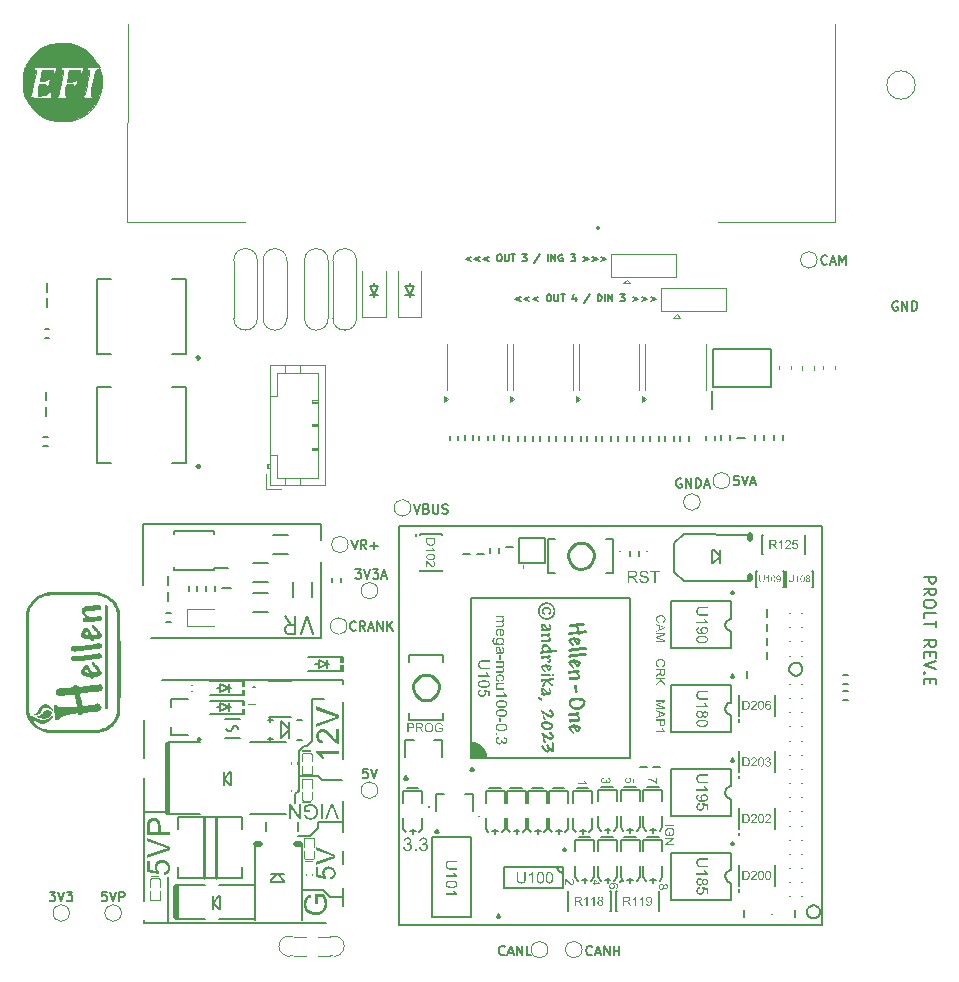
<source format=gto>
G75*
G70*
%OFA0B0*%
%FSLAX25Y25*%
%IPPOS*%
%LPD*%
%AMOC8*
5,1,8,0,0,1.08239X$1,22.5*
%
%ADD10C,0.00787*%
%ADD100C,0.01575*%
%ADD131C,0.00300*%
%ADD132C,0.01000*%
%ADD133C,0.00500*%
%ADD49C,0.00591*%
%ADD55C,0.00800*%
%ADD56C,0.00472*%
%ADD57C,0.00984*%
%ADD58C,0.00669*%
%ADD59C,0.00394*%
%ADD60C,0.00390*%
%ADD61C,0.00010*%
%ADD62C,0.00000*%
%ADD65C,0.01968*%
X0000000Y0000000D02*
%LPD*%
G01*
D49*
X0115405Y0133093D02*
X0117355Y0133093D01*
X0117355Y0133093D02*
X0116305Y0131893D01*
X0116305Y0131893D02*
X0116755Y0131893D01*
X0116755Y0131893D02*
X0117055Y0131743D01*
X0117055Y0131743D02*
X0117205Y0131594D01*
X0117205Y0131594D02*
X0117355Y0131294D01*
X0117355Y0131294D02*
X0117355Y0130544D01*
X0117355Y0130544D02*
X0117205Y0130244D01*
X0117205Y0130244D02*
X0117055Y0130094D01*
X0117055Y0130094D02*
X0116755Y0129944D01*
X0116755Y0129944D02*
X0115855Y0129944D01*
X0115855Y0129944D02*
X0115555Y0130094D01*
X0115555Y0130094D02*
X0115405Y0130244D01*
X0118255Y0133093D02*
X0119305Y0129944D01*
X0119305Y0129944D02*
X0120355Y0133093D01*
X0121105Y0133093D02*
X0123054Y0133093D01*
X0123054Y0133093D02*
X0122005Y0131893D01*
X0122005Y0131893D02*
X0122455Y0131893D01*
X0122455Y0131893D02*
X0122754Y0131743D01*
X0122754Y0131743D02*
X0122904Y0131594D01*
X0122904Y0131594D02*
X0123054Y0131294D01*
X0123054Y0131294D02*
X0123054Y0130544D01*
X0123054Y0130544D02*
X0122904Y0130244D01*
X0122904Y0130244D02*
X0122754Y0130094D01*
X0122754Y0130094D02*
X0122455Y0129944D01*
X0122455Y0129944D02*
X0121555Y0129944D01*
X0121555Y0129944D02*
X0121255Y0130094D01*
X0121255Y0130094D02*
X0121105Y0130244D01*
X0124254Y0130844D02*
X0125754Y0130844D01*
X0123954Y0129944D02*
X0125004Y0133093D01*
X0125004Y0133093D02*
X0126054Y0129944D01*
X0170467Y0223942D02*
X0168667Y0223267D01*
X0168667Y0223267D02*
X0170467Y0222592D01*
X0173392Y0223942D02*
X0171592Y0223267D01*
X0171592Y0223267D02*
X0173392Y0222592D01*
X0176317Y0223942D02*
X0174517Y0223267D01*
X0174517Y0223267D02*
X0176317Y0222592D01*
X0179691Y0224729D02*
X0180141Y0224729D01*
X0180141Y0224729D02*
X0180366Y0224617D01*
X0180366Y0224617D02*
X0180591Y0224392D01*
X0180591Y0224392D02*
X0180703Y0223942D01*
X0180703Y0223942D02*
X0180703Y0223154D01*
X0180703Y0223154D02*
X0180591Y0222705D01*
X0180591Y0222705D02*
X0180366Y0222480D01*
X0180366Y0222480D02*
X0180141Y0222367D01*
X0180141Y0222367D02*
X0179691Y0222367D01*
X0179691Y0222367D02*
X0179466Y0222480D01*
X0179466Y0222480D02*
X0179241Y0222705D01*
X0179241Y0222705D02*
X0179129Y0223154D01*
X0179129Y0223154D02*
X0179129Y0223942D01*
X0179129Y0223942D02*
X0179241Y0224392D01*
X0179241Y0224392D02*
X0179466Y0224617D01*
X0179466Y0224617D02*
X0179691Y0224729D01*
X0181716Y0224729D02*
X0181716Y0222817D01*
X0181716Y0222817D02*
X0181828Y0222592D01*
X0181828Y0222592D02*
X0181941Y0222480D01*
X0181941Y0222480D02*
X0182166Y0222367D01*
X0182166Y0222367D02*
X0182616Y0222367D01*
X0182616Y0222367D02*
X0182841Y0222480D01*
X0182841Y0222480D02*
X0182953Y0222592D01*
X0182953Y0222592D02*
X0183066Y0222817D01*
X0183066Y0222817D02*
X0183066Y0224729D01*
X0183853Y0224729D02*
X0185203Y0224729D01*
X0184528Y0222367D02*
X0184528Y0224729D01*
X0188802Y0223942D02*
X0188802Y0222367D01*
X0188240Y0224842D02*
X0187678Y0223154D01*
X0187678Y0223154D02*
X0189140Y0223154D01*
X0193527Y0224842D02*
X0191502Y0221805D01*
X0196114Y0222367D02*
X0196114Y0224729D01*
X0196114Y0224729D02*
X0196676Y0224729D01*
X0196676Y0224729D02*
X0197014Y0224617D01*
X0197014Y0224617D02*
X0197239Y0224392D01*
X0197239Y0224392D02*
X0197351Y0224167D01*
X0197351Y0224167D02*
X0197464Y0223717D01*
X0197464Y0223717D02*
X0197464Y0223379D01*
X0197464Y0223379D02*
X0197351Y0222929D01*
X0197351Y0222929D02*
X0197239Y0222705D01*
X0197239Y0222705D02*
X0197014Y0222480D01*
X0197014Y0222480D02*
X0196676Y0222367D01*
X0196676Y0222367D02*
X0196114Y0222367D01*
X0198476Y0222367D02*
X0198476Y0224729D01*
X0199601Y0222367D02*
X0199601Y0224729D01*
X0199601Y0224729D02*
X0200951Y0222367D01*
X0200951Y0222367D02*
X0200951Y0224729D01*
X0203651Y0224729D02*
X0205113Y0224729D01*
X0205113Y0224729D02*
X0204326Y0223829D01*
X0204326Y0223829D02*
X0204663Y0223829D01*
X0204663Y0223829D02*
X0204888Y0223717D01*
X0204888Y0223717D02*
X0205000Y0223604D01*
X0205000Y0223604D02*
X0205113Y0223379D01*
X0205113Y0223379D02*
X0205113Y0222817D01*
X0205113Y0222817D02*
X0205000Y0222592D01*
X0205000Y0222592D02*
X0204888Y0222480D01*
X0204888Y0222480D02*
X0204663Y0222367D01*
X0204663Y0222367D02*
X0203988Y0222367D01*
X0203988Y0222367D02*
X0203763Y0222480D01*
X0203763Y0222480D02*
X0203651Y0222592D01*
X0207925Y0223942D02*
X0209725Y0223267D01*
X0209725Y0223267D02*
X0207925Y0222592D01*
X0210850Y0223942D02*
X0212649Y0223267D01*
X0212649Y0223267D02*
X0210850Y0222592D01*
X0213774Y0223942D02*
X0215574Y0223267D01*
X0215574Y0223267D02*
X0213774Y0222592D01*
X0194277Y0004653D02*
X0194127Y0004503D01*
X0194127Y0004503D02*
X0193677Y0004353D01*
X0193677Y0004353D02*
X0193377Y0004353D01*
X0193377Y0004353D02*
X0192927Y0004503D01*
X0192927Y0004503D02*
X0192627Y0004803D01*
X0192627Y0004803D02*
X0192477Y0005103D01*
X0192477Y0005103D02*
X0192327Y0005703D01*
X0192327Y0005703D02*
X0192327Y0006153D01*
X0192327Y0006153D02*
X0192477Y0006753D01*
X0192477Y0006753D02*
X0192627Y0007053D01*
X0192627Y0007053D02*
X0192927Y0007353D01*
X0192927Y0007353D02*
X0193377Y0007503D01*
X0193377Y0007503D02*
X0193677Y0007503D01*
X0193677Y0007503D02*
X0194127Y0007353D01*
X0194127Y0007353D02*
X0194277Y0007203D01*
X0195477Y0005253D02*
X0196976Y0005253D01*
X0195177Y0004353D02*
X0196227Y0007503D01*
X0196227Y0007503D02*
X0197276Y0004353D01*
X0198326Y0004353D02*
X0198326Y0007503D01*
X0198326Y0007503D02*
X0200126Y0004353D01*
X0200126Y0004353D02*
X0200126Y0007503D01*
X0201626Y0004353D02*
X0201626Y0007503D01*
X0201626Y0006003D02*
X0203426Y0006003D01*
X0203426Y0004353D02*
X0203426Y0007503D01*
X0032559Y0025613D02*
X0031060Y0025613D01*
X0031060Y0025613D02*
X0030910Y0024113D01*
X0030910Y0024113D02*
X0031060Y0024263D01*
X0031060Y0024263D02*
X0031360Y0024413D01*
X0031360Y0024413D02*
X0032110Y0024413D01*
X0032110Y0024413D02*
X0032410Y0024263D01*
X0032410Y0024263D02*
X0032559Y0024113D01*
X0032559Y0024113D02*
X0032709Y0023813D01*
X0032709Y0023813D02*
X0032709Y0023063D01*
X0032709Y0023063D02*
X0032559Y0022763D01*
X0032559Y0022763D02*
X0032410Y0022613D01*
X0032410Y0022613D02*
X0032110Y0022463D01*
X0032110Y0022463D02*
X0031360Y0022463D01*
X0031360Y0022463D02*
X0031060Y0022613D01*
X0031060Y0022613D02*
X0030910Y0022763D01*
X0033609Y0025613D02*
X0034659Y0022463D01*
X0034659Y0022463D02*
X0035709Y0025613D01*
X0036759Y0022463D02*
X0036759Y0025613D01*
X0036759Y0025613D02*
X0037959Y0025613D01*
X0037959Y0025613D02*
X0038259Y0025463D01*
X0038259Y0025463D02*
X0038409Y0025313D01*
X0038409Y0025313D02*
X0038559Y0025013D01*
X0038559Y0025013D02*
X0038559Y0024563D01*
X0038559Y0024563D02*
X0038409Y0024263D01*
X0038409Y0024263D02*
X0038259Y0024113D01*
X0038259Y0024113D02*
X0037959Y0023963D01*
X0037959Y0023963D02*
X0036759Y0023963D01*
X0296095Y0222313D02*
X0295795Y0222463D01*
X0295795Y0222463D02*
X0295345Y0222463D01*
X0295345Y0222463D02*
X0294895Y0222313D01*
X0294895Y0222313D02*
X0294595Y0222013D01*
X0294595Y0222013D02*
X0294446Y0221714D01*
X0294446Y0221714D02*
X0294296Y0221114D01*
X0294296Y0221114D02*
X0294296Y0220664D01*
X0294296Y0220664D02*
X0294446Y0220064D01*
X0294446Y0220064D02*
X0294595Y0219764D01*
X0294595Y0219764D02*
X0294895Y0219464D01*
X0294895Y0219464D02*
X0295345Y0219314D01*
X0295345Y0219314D02*
X0295645Y0219314D01*
X0295645Y0219314D02*
X0296095Y0219464D01*
X0296095Y0219464D02*
X0296245Y0219614D01*
X0296245Y0219614D02*
X0296245Y0220664D01*
X0296245Y0220664D02*
X0295645Y0220664D01*
X0297595Y0219314D02*
X0297595Y0222463D01*
X0297595Y0222463D02*
X0299395Y0219314D01*
X0299395Y0219314D02*
X0299395Y0222463D01*
X0300895Y0219314D02*
X0300895Y0222463D01*
X0300895Y0222463D02*
X0301645Y0222463D01*
X0301645Y0222463D02*
X0302095Y0222313D01*
X0302095Y0222313D02*
X0302395Y0222013D01*
X0302395Y0222013D02*
X0302544Y0221714D01*
X0302544Y0221714D02*
X0302694Y0221114D01*
X0302694Y0221114D02*
X0302694Y0220664D01*
X0302694Y0220664D02*
X0302544Y0220064D01*
X0302544Y0220064D02*
X0302395Y0219764D01*
X0302395Y0219764D02*
X0302095Y0219464D01*
X0302095Y0219464D02*
X0301645Y0219314D01*
X0301645Y0219314D02*
X0300895Y0219314D01*
X0243189Y0164196D02*
X0241690Y0164196D01*
X0241690Y0164196D02*
X0241540Y0162696D01*
X0241540Y0162696D02*
X0241690Y0162846D01*
X0241690Y0162846D02*
X0241990Y0162996D01*
X0241990Y0162996D02*
X0242739Y0162996D01*
X0242739Y0162996D02*
X0243039Y0162846D01*
X0243039Y0162846D02*
X0243189Y0162696D01*
X0243189Y0162696D02*
X0243339Y0162396D01*
X0243339Y0162396D02*
X0243339Y0161646D01*
X0243339Y0161646D02*
X0243189Y0161346D01*
X0243189Y0161346D02*
X0243039Y0161196D01*
X0243039Y0161196D02*
X0242739Y0161046D01*
X0242739Y0161046D02*
X0241990Y0161046D01*
X0241990Y0161046D02*
X0241690Y0161196D01*
X0241690Y0161196D02*
X0241540Y0161346D01*
X0244239Y0164196D02*
X0245289Y0161046D01*
X0245289Y0161046D02*
X0246339Y0164196D01*
X0247239Y0161946D02*
X0248739Y0161946D01*
X0246939Y0161046D02*
X0247989Y0164196D01*
X0247989Y0164196D02*
X0249039Y0161046D01*
X0304843Y0130564D02*
X0308780Y0130564D01*
X0308780Y0130564D02*
X0308780Y0129064D01*
X0308780Y0129064D02*
X0308593Y0128689D01*
X0308593Y0128689D02*
X0308405Y0128502D01*
X0308405Y0128502D02*
X0308030Y0128314D01*
X0308030Y0128314D02*
X0307468Y0128314D01*
X0307468Y0128314D02*
X0307093Y0128502D01*
X0307093Y0128502D02*
X0306905Y0128689D01*
X0306905Y0128689D02*
X0306718Y0129064D01*
X0306718Y0129064D02*
X0306718Y0130564D01*
X0304843Y0124377D02*
X0306718Y0125689D01*
X0304843Y0126627D02*
X0308780Y0126627D01*
X0308780Y0126627D02*
X0308780Y0125127D01*
X0308780Y0125127D02*
X0308593Y0124752D01*
X0308593Y0124752D02*
X0308405Y0124565D01*
X0308405Y0124565D02*
X0308030Y0124377D01*
X0308030Y0124377D02*
X0307468Y0124377D01*
X0307468Y0124377D02*
X0307093Y0124565D01*
X0307093Y0124565D02*
X0306905Y0124752D01*
X0306905Y0124752D02*
X0306718Y0125127D01*
X0306718Y0125127D02*
X0306718Y0126627D01*
X0308780Y0121940D02*
X0308780Y0121190D01*
X0308780Y0121190D02*
X0308593Y0120815D01*
X0308593Y0120815D02*
X0308218Y0120440D01*
X0308218Y0120440D02*
X0307468Y0120253D01*
X0307468Y0120253D02*
X0306156Y0120253D01*
X0306156Y0120253D02*
X0305406Y0120440D01*
X0305406Y0120440D02*
X0305031Y0120815D01*
X0305031Y0120815D02*
X0304843Y0121190D01*
X0304843Y0121190D02*
X0304843Y0121940D01*
X0304843Y0121940D02*
X0305031Y0122315D01*
X0305031Y0122315D02*
X0305406Y0122690D01*
X0305406Y0122690D02*
X0306156Y0122877D01*
X0306156Y0122877D02*
X0307468Y0122877D01*
X0307468Y0122877D02*
X0308218Y0122690D01*
X0308218Y0122690D02*
X0308593Y0122315D01*
X0308593Y0122315D02*
X0308780Y0121940D01*
X0304843Y0116691D02*
X0304843Y0118565D01*
X0304843Y0118565D02*
X0308780Y0118565D01*
X0308780Y0115941D02*
X0308780Y0113691D01*
X0304843Y0114816D02*
X0308780Y0114816D01*
X0304843Y0107129D02*
X0306718Y0108442D01*
X0304843Y0109379D02*
X0308780Y0109379D01*
X0308780Y0109379D02*
X0308780Y0107879D01*
X0308780Y0107879D02*
X0308593Y0107504D01*
X0308593Y0107504D02*
X0308405Y0107317D01*
X0308405Y0107317D02*
X0308030Y0107129D01*
X0308030Y0107129D02*
X0307468Y0107129D01*
X0307468Y0107129D02*
X0307093Y0107317D01*
X0307093Y0107317D02*
X0306905Y0107504D01*
X0306905Y0107504D02*
X0306718Y0107879D01*
X0306718Y0107879D02*
X0306718Y0109379D01*
X0306905Y0105442D02*
X0306905Y0104130D01*
X0304843Y0103567D02*
X0304843Y0105442D01*
X0304843Y0105442D02*
X0308780Y0105442D01*
X0308780Y0105442D02*
X0308780Y0103567D01*
X0308780Y0102442D02*
X0304843Y0101130D01*
X0304843Y0101130D02*
X0308780Y0099818D01*
X0305218Y0098505D02*
X0305031Y0098318D01*
X0305031Y0098318D02*
X0304843Y0098505D01*
X0304843Y0098505D02*
X0305031Y0098693D01*
X0305031Y0098693D02*
X0305218Y0098505D01*
X0305218Y0098505D02*
X0304843Y0098505D01*
X0306905Y0096631D02*
X0306905Y0095318D01*
X0304843Y0094756D02*
X0304843Y0096631D01*
X0304843Y0096631D02*
X0308780Y0096631D01*
X0308780Y0096631D02*
X0308780Y0094756D01*
X0272623Y0234968D02*
X0272473Y0234818D01*
X0272473Y0234818D02*
X0272023Y0234668D01*
X0272023Y0234668D02*
X0271723Y0234668D01*
X0271723Y0234668D02*
X0271273Y0234818D01*
X0271273Y0234818D02*
X0270973Y0235118D01*
X0270973Y0235118D02*
X0270823Y0235418D01*
X0270823Y0235418D02*
X0270673Y0236018D01*
X0270673Y0236018D02*
X0270673Y0236468D01*
X0270673Y0236468D02*
X0270823Y0237068D01*
X0270823Y0237068D02*
X0270973Y0237368D01*
X0270973Y0237368D02*
X0271273Y0237668D01*
X0271273Y0237668D02*
X0271723Y0237818D01*
X0271723Y0237818D02*
X0272023Y0237818D01*
X0272023Y0237818D02*
X0272473Y0237668D01*
X0272473Y0237668D02*
X0272623Y0237518D01*
X0273823Y0235568D02*
X0275323Y0235568D01*
X0273523Y0234668D02*
X0274573Y0237818D01*
X0274573Y0237818D02*
X0275623Y0234668D01*
X0276673Y0234668D02*
X0276673Y0237818D01*
X0276673Y0237818D02*
X0277723Y0235568D01*
X0277723Y0235568D02*
X0278772Y0237818D01*
X0278772Y0237818D02*
X0278772Y0234668D01*
X0115537Y0112921D02*
X0115387Y0112771D01*
X0115387Y0112771D02*
X0114937Y0112621D01*
X0114937Y0112621D02*
X0114637Y0112621D01*
X0114637Y0112621D02*
X0114187Y0112771D01*
X0114187Y0112771D02*
X0113887Y0113071D01*
X0113887Y0113071D02*
X0113737Y0113371D01*
X0113737Y0113371D02*
X0113587Y0113971D01*
X0113587Y0113971D02*
X0113587Y0114421D01*
X0113587Y0114421D02*
X0113737Y0115021D01*
X0113737Y0115021D02*
X0113887Y0115321D01*
X0113887Y0115321D02*
X0114187Y0115621D01*
X0114187Y0115621D02*
X0114637Y0115770D01*
X0114637Y0115770D02*
X0114937Y0115770D01*
X0114937Y0115770D02*
X0115387Y0115621D01*
X0115387Y0115621D02*
X0115537Y0115471D01*
X0118686Y0112621D02*
X0117636Y0114121D01*
X0116886Y0112621D02*
X0116886Y0115770D01*
X0116886Y0115770D02*
X0118086Y0115770D01*
X0118086Y0115770D02*
X0118386Y0115621D01*
X0118386Y0115621D02*
X0118536Y0115471D01*
X0118536Y0115471D02*
X0118686Y0115171D01*
X0118686Y0115171D02*
X0118686Y0114721D01*
X0118686Y0114721D02*
X0118536Y0114421D01*
X0118536Y0114421D02*
X0118386Y0114271D01*
X0118386Y0114271D02*
X0118086Y0114121D01*
X0118086Y0114121D02*
X0116886Y0114121D01*
X0119886Y0113521D02*
X0121386Y0113521D01*
X0119586Y0112621D02*
X0120636Y0115770D01*
X0120636Y0115770D02*
X0121686Y0112621D01*
X0122736Y0112621D02*
X0122736Y0115770D01*
X0122736Y0115770D02*
X0124536Y0112621D01*
X0124536Y0112621D02*
X0124536Y0115770D01*
X0126035Y0112621D02*
X0126035Y0115770D01*
X0127835Y0112621D02*
X0126485Y0114421D01*
X0127835Y0115770D02*
X0126035Y0113971D01*
X0114074Y0142936D02*
X0115124Y0139786D01*
X0115124Y0139786D02*
X0116174Y0142936D01*
X0119024Y0139786D02*
X0117974Y0141286D01*
X0117224Y0139786D02*
X0117224Y0142936D01*
X0117224Y0142936D02*
X0118424Y0142936D01*
X0118424Y0142936D02*
X0118724Y0142786D01*
X0118724Y0142786D02*
X0118874Y0142636D01*
X0118874Y0142636D02*
X0119024Y0142336D01*
X0119024Y0142336D02*
X0119024Y0141886D01*
X0119024Y0141886D02*
X0118874Y0141586D01*
X0118874Y0141586D02*
X0118724Y0141436D01*
X0118724Y0141436D02*
X0118424Y0141286D01*
X0118424Y0141286D02*
X0117224Y0141286D01*
X0120374Y0140986D02*
X0122773Y0140986D01*
X0121573Y0139786D02*
X0121573Y0142186D01*
X0153932Y0237328D02*
X0152132Y0236653D01*
X0152132Y0236653D02*
X0153932Y0235978D01*
X0156856Y0237328D02*
X0155057Y0236653D01*
X0155057Y0236653D02*
X0156856Y0235978D01*
X0159781Y0237328D02*
X0157981Y0236653D01*
X0157981Y0236653D02*
X0159781Y0235978D01*
X0163156Y0238115D02*
X0163606Y0238115D01*
X0163606Y0238115D02*
X0163831Y0238003D01*
X0163831Y0238003D02*
X0164056Y0237778D01*
X0164056Y0237778D02*
X0164168Y0237328D01*
X0164168Y0237328D02*
X0164168Y0236540D01*
X0164168Y0236540D02*
X0164056Y0236090D01*
X0164056Y0236090D02*
X0163831Y0235865D01*
X0163831Y0235865D02*
X0163606Y0235753D01*
X0163606Y0235753D02*
X0163156Y0235753D01*
X0163156Y0235753D02*
X0162931Y0235865D01*
X0162931Y0235865D02*
X0162706Y0236090D01*
X0162706Y0236090D02*
X0162593Y0236540D01*
X0162593Y0236540D02*
X0162593Y0237328D01*
X0162593Y0237328D02*
X0162706Y0237778D01*
X0162706Y0237778D02*
X0162931Y0238003D01*
X0162931Y0238003D02*
X0163156Y0238115D01*
X0165180Y0238115D02*
X0165180Y0236203D01*
X0165180Y0236203D02*
X0165293Y0235978D01*
X0165293Y0235978D02*
X0165405Y0235865D01*
X0165405Y0235865D02*
X0165630Y0235753D01*
X0165630Y0235753D02*
X0166080Y0235753D01*
X0166080Y0235753D02*
X0166305Y0235865D01*
X0166305Y0235865D02*
X0166418Y0235978D01*
X0166418Y0235978D02*
X0166530Y0236203D01*
X0166530Y0236203D02*
X0166530Y0238115D01*
X0167318Y0238115D02*
X0168667Y0238115D01*
X0167993Y0235753D02*
X0167993Y0238115D01*
X0171030Y0238115D02*
X0172492Y0238115D01*
X0172492Y0238115D02*
X0171705Y0237215D01*
X0171705Y0237215D02*
X0172042Y0237215D01*
X0172042Y0237215D02*
X0172267Y0237103D01*
X0172267Y0237103D02*
X0172380Y0236990D01*
X0172380Y0236990D02*
X0172492Y0236765D01*
X0172492Y0236765D02*
X0172492Y0236203D01*
X0172492Y0236203D02*
X0172380Y0235978D01*
X0172380Y0235978D02*
X0172267Y0235865D01*
X0172267Y0235865D02*
X0172042Y0235753D01*
X0172042Y0235753D02*
X0171367Y0235753D01*
X0171367Y0235753D02*
X0171142Y0235865D01*
X0171142Y0235865D02*
X0171030Y0235978D01*
X0176991Y0238228D02*
X0174967Y0235190D01*
X0179579Y0235753D02*
X0179579Y0238115D01*
X0180703Y0235753D02*
X0180703Y0238115D01*
X0180703Y0238115D02*
X0182053Y0235753D01*
X0182053Y0235753D02*
X0182053Y0238115D01*
X0184416Y0238003D02*
X0184191Y0238115D01*
X0184191Y0238115D02*
X0183853Y0238115D01*
X0183853Y0238115D02*
X0183516Y0238003D01*
X0183516Y0238003D02*
X0183291Y0237778D01*
X0183291Y0237778D02*
X0183178Y0237553D01*
X0183178Y0237553D02*
X0183066Y0237103D01*
X0183066Y0237103D02*
X0183066Y0236765D01*
X0183066Y0236765D02*
X0183178Y0236315D01*
X0183178Y0236315D02*
X0183291Y0236090D01*
X0183291Y0236090D02*
X0183516Y0235865D01*
X0183516Y0235865D02*
X0183853Y0235753D01*
X0183853Y0235753D02*
X0184078Y0235753D01*
X0184078Y0235753D02*
X0184416Y0235865D01*
X0184416Y0235865D02*
X0184528Y0235978D01*
X0184528Y0235978D02*
X0184528Y0236765D01*
X0184528Y0236765D02*
X0184078Y0236765D01*
X0187115Y0238115D02*
X0188577Y0238115D01*
X0188577Y0238115D02*
X0187790Y0237215D01*
X0187790Y0237215D02*
X0188128Y0237215D01*
X0188128Y0237215D02*
X0188353Y0237103D01*
X0188353Y0237103D02*
X0188465Y0236990D01*
X0188465Y0236990D02*
X0188577Y0236765D01*
X0188577Y0236765D02*
X0188577Y0236203D01*
X0188577Y0236203D02*
X0188465Y0235978D01*
X0188465Y0235978D02*
X0188353Y0235865D01*
X0188353Y0235865D02*
X0188128Y0235753D01*
X0188128Y0235753D02*
X0187453Y0235753D01*
X0187453Y0235753D02*
X0187228Y0235865D01*
X0187228Y0235865D02*
X0187115Y0235978D01*
X0191390Y0237328D02*
X0193189Y0236653D01*
X0193189Y0236653D02*
X0191390Y0235978D01*
X0194314Y0237328D02*
X0196114Y0236653D01*
X0196114Y0236653D02*
X0194314Y0235978D01*
X0197239Y0237328D02*
X0199039Y0236653D01*
X0199039Y0236653D02*
X0197239Y0235978D01*
X0013437Y0025613D02*
X0015387Y0025613D01*
X0015387Y0025613D02*
X0014337Y0024413D01*
X0014337Y0024413D02*
X0014787Y0024413D01*
X0014787Y0024413D02*
X0015087Y0024263D01*
X0015087Y0024263D02*
X0015237Y0024113D01*
X0015237Y0024113D02*
X0015387Y0023813D01*
X0015387Y0023813D02*
X0015387Y0023063D01*
X0015387Y0023063D02*
X0015237Y0022763D01*
X0015237Y0022763D02*
X0015087Y0022613D01*
X0015087Y0022613D02*
X0014787Y0022463D01*
X0014787Y0022463D02*
X0013887Y0022463D01*
X0013887Y0022463D02*
X0013587Y0022613D01*
X0013587Y0022613D02*
X0013437Y0022763D01*
X0016287Y0025613D02*
X0017336Y0022463D01*
X0017336Y0022463D02*
X0018386Y0025613D01*
X0019136Y0025613D02*
X0021086Y0025613D01*
X0021086Y0025613D02*
X0020036Y0024413D01*
X0020036Y0024413D02*
X0020486Y0024413D01*
X0020486Y0024413D02*
X0020786Y0024263D01*
X0020786Y0024263D02*
X0020936Y0024113D01*
X0020936Y0024113D02*
X0021086Y0023813D01*
X0021086Y0023813D02*
X0021086Y0023063D01*
X0021086Y0023063D02*
X0020936Y0022763D01*
X0020936Y0022763D02*
X0020786Y0022613D01*
X0020786Y0022613D02*
X0020486Y0022463D01*
X0020486Y0022463D02*
X0019586Y0022463D01*
X0019586Y0022463D02*
X0019286Y0022613D01*
X0019286Y0022613D02*
X0019136Y0022763D01*
X0224048Y0163258D02*
X0223748Y0163408D01*
X0223748Y0163408D02*
X0223298Y0163408D01*
X0223298Y0163408D02*
X0222848Y0163258D01*
X0222848Y0163258D02*
X0222548Y0162958D01*
X0222548Y0162958D02*
X0222398Y0162658D01*
X0222398Y0162658D02*
X0222248Y0162058D01*
X0222248Y0162058D02*
X0222248Y0161609D01*
X0222248Y0161609D02*
X0222398Y0161009D01*
X0222398Y0161009D02*
X0222548Y0160709D01*
X0222548Y0160709D02*
X0222848Y0160409D01*
X0222848Y0160409D02*
X0223298Y0160259D01*
X0223298Y0160259D02*
X0223598Y0160259D01*
X0223598Y0160259D02*
X0224048Y0160409D01*
X0224048Y0160409D02*
X0224198Y0160559D01*
X0224198Y0160559D02*
X0224198Y0161609D01*
X0224198Y0161609D02*
X0223598Y0161609D01*
X0225548Y0160259D02*
X0225548Y0163408D01*
X0225548Y0163408D02*
X0227348Y0160259D01*
X0227348Y0160259D02*
X0227348Y0163408D01*
X0228847Y0160259D02*
X0228847Y0163408D01*
X0228847Y0163408D02*
X0229597Y0163408D01*
X0229597Y0163408D02*
X0230047Y0163258D01*
X0230047Y0163258D02*
X0230347Y0162958D01*
X0230347Y0162958D02*
X0230497Y0162658D01*
X0230497Y0162658D02*
X0230647Y0162058D01*
X0230647Y0162058D02*
X0230647Y0161609D01*
X0230647Y0161609D02*
X0230497Y0161009D01*
X0230497Y0161009D02*
X0230347Y0160709D01*
X0230347Y0160709D02*
X0230047Y0160409D01*
X0230047Y0160409D02*
X0229597Y0160259D01*
X0229597Y0160259D02*
X0228847Y0160259D01*
X0231847Y0161159D02*
X0233347Y0161159D01*
X0231547Y0160259D02*
X0232597Y0163408D01*
X0232597Y0163408D02*
X0233647Y0160259D01*
X0134940Y0154747D02*
X0135990Y0151597D01*
X0135990Y0151597D02*
X0137040Y0154747D01*
X0139140Y0153247D02*
X0139590Y0153097D01*
X0139590Y0153097D02*
X0139740Y0152947D01*
X0139740Y0152947D02*
X0139890Y0152647D01*
X0139890Y0152647D02*
X0139890Y0152197D01*
X0139890Y0152197D02*
X0139740Y0151897D01*
X0139740Y0151897D02*
X0139590Y0151747D01*
X0139590Y0151747D02*
X0139290Y0151597D01*
X0139290Y0151597D02*
X0138090Y0151597D01*
X0138090Y0151597D02*
X0138090Y0154747D01*
X0138090Y0154747D02*
X0139140Y0154747D01*
X0139140Y0154747D02*
X0139440Y0154597D01*
X0139440Y0154597D02*
X0139590Y0154447D01*
X0139590Y0154447D02*
X0139740Y0154147D01*
X0139740Y0154147D02*
X0139740Y0153847D01*
X0139740Y0153847D02*
X0139590Y0153547D01*
X0139590Y0153547D02*
X0139440Y0153397D01*
X0139440Y0153397D02*
X0139140Y0153247D01*
X0139140Y0153247D02*
X0138090Y0153247D01*
X0141240Y0154747D02*
X0141240Y0152197D01*
X0141240Y0152197D02*
X0141390Y0151897D01*
X0141390Y0151897D02*
X0141540Y0151747D01*
X0141540Y0151747D02*
X0141840Y0151597D01*
X0141840Y0151597D02*
X0142440Y0151597D01*
X0142440Y0151597D02*
X0142739Y0151747D01*
X0142739Y0151747D02*
X0142889Y0151897D01*
X0142889Y0151897D02*
X0143039Y0152197D01*
X0143039Y0152197D02*
X0143039Y0154747D01*
X0144389Y0151747D02*
X0144839Y0151597D01*
X0144839Y0151597D02*
X0145589Y0151597D01*
X0145589Y0151597D02*
X0145889Y0151747D01*
X0145889Y0151747D02*
X0146039Y0151897D01*
X0146039Y0151897D02*
X0146189Y0152197D01*
X0146189Y0152197D02*
X0146189Y0152497D01*
X0146189Y0152497D02*
X0146039Y0152797D01*
X0146039Y0152797D02*
X0145889Y0152947D01*
X0145889Y0152947D02*
X0145589Y0153097D01*
X0145589Y0153097D02*
X0144989Y0153247D01*
X0144989Y0153247D02*
X0144689Y0153397D01*
X0144689Y0153397D02*
X0144539Y0153547D01*
X0144539Y0153547D02*
X0144389Y0153847D01*
X0144389Y0153847D02*
X0144389Y0154147D01*
X0144389Y0154147D02*
X0144539Y0154447D01*
X0144539Y0154447D02*
X0144689Y0154597D01*
X0144689Y0154597D02*
X0144989Y0154747D01*
X0144989Y0154747D02*
X0145739Y0154747D01*
X0145739Y0154747D02*
X0146189Y0154597D01*
X0165143Y0004653D02*
X0164993Y0004503D01*
X0164993Y0004503D02*
X0164543Y0004353D01*
X0164543Y0004353D02*
X0164243Y0004353D01*
X0164243Y0004353D02*
X0163793Y0004503D01*
X0163793Y0004503D02*
X0163493Y0004803D01*
X0163493Y0004803D02*
X0163343Y0005103D01*
X0163343Y0005103D02*
X0163193Y0005703D01*
X0163193Y0005703D02*
X0163193Y0006153D01*
X0163193Y0006153D02*
X0163343Y0006753D01*
X0163343Y0006753D02*
X0163493Y0007053D01*
X0163493Y0007053D02*
X0163793Y0007353D01*
X0163793Y0007353D02*
X0164243Y0007503D01*
X0164243Y0007503D02*
X0164543Y0007503D01*
X0164543Y0007503D02*
X0164993Y0007353D01*
X0164993Y0007353D02*
X0165143Y0007203D01*
X0166343Y0005253D02*
X0167843Y0005253D01*
X0166043Y0004353D02*
X0167093Y0007503D01*
X0167093Y0007503D02*
X0168143Y0004353D01*
X0169192Y0004353D02*
X0169192Y0007503D01*
X0169192Y0007503D02*
X0170992Y0004353D01*
X0170992Y0004353D02*
X0170992Y0007503D01*
X0173992Y0004353D02*
X0172492Y0004353D01*
X0172492Y0004353D02*
X0172492Y0007503D01*
X0119567Y0066558D02*
X0118068Y0066558D01*
X0118068Y0066558D02*
X0117918Y0065058D01*
X0117918Y0065058D02*
X0118068Y0065208D01*
X0118068Y0065208D02*
X0118368Y0065358D01*
X0118368Y0065358D02*
X0119117Y0065358D01*
X0119117Y0065358D02*
X0119417Y0065208D01*
X0119417Y0065208D02*
X0119567Y0065058D01*
X0119567Y0065058D02*
X0119717Y0064758D01*
X0119717Y0064758D02*
X0119717Y0064008D01*
X0119717Y0064008D02*
X0119567Y0063708D01*
X0119567Y0063708D02*
X0119417Y0063558D01*
X0119417Y0063558D02*
X0119117Y0063408D01*
X0119117Y0063408D02*
X0118368Y0063408D01*
X0118368Y0063408D02*
X0118068Y0063558D01*
X0118068Y0063558D02*
X0117918Y0063708D01*
X0120617Y0066558D02*
X0121667Y0063408D01*
X0121667Y0063408D02*
X0122717Y0066558D01*
D55*
X0146811Y0176076D02*
X0146811Y0177651D01*
X0149747Y0176072D02*
X0149747Y0177647D01*
D56*
X0112992Y0141339D02*
G75*
G02*
X0107480Y0141339I-002756J0000000D01*
G01*
X0107480Y0141339D02*
G75*
G02*
X0112992Y0141339I0002756J0000000D01*
G01*
X0189921Y0200394D02*
X0189921Y0208071D01*
X0189921Y0200394D02*
X0189921Y0192717D01*
X0210079Y0200394D02*
X0210079Y0208071D01*
X0210079Y0200394D02*
X0210079Y0192717D01*
X0190295Y0189764D02*
X0188996Y0188819D01*
X0188996Y0190709D01*
X0190295Y0189764D01*
G36*
X0190295Y0189764D02*
G01*
X0188996Y0188819D01*
X0188996Y0190709D01*
X0190295Y0189764D01*
G37*
D10*
X0242441Y0176969D02*
X0245394Y0176969D01*
D55*
X0171768Y0177563D02*
X0171768Y0175988D01*
X0174705Y0177559D02*
X0174705Y0175984D01*
D10*
X0012244Y0192323D02*
X0012244Y0189370D01*
D55*
X0279528Y0089469D02*
X0277953Y0089469D01*
X0279532Y0092405D02*
X0277957Y0092405D01*
D56*
X0167874Y0200394D02*
X0167874Y0208071D01*
X0167874Y0200394D02*
X0167874Y0192717D01*
X0188031Y0200394D02*
X0188031Y0208071D01*
X0188031Y0200394D02*
X0188031Y0192717D01*
X0168248Y0189764D02*
X0166949Y0188819D01*
X0166949Y0190709D01*
X0168248Y0189764D01*
G36*
X0168248Y0189764D02*
G01*
X0166949Y0188819D01*
X0166949Y0190709D01*
X0168248Y0189764D01*
G37*
X0107874Y0235827D02*
X0107874Y0216732D01*
X0115748Y0235827D02*
X0115748Y0216732D01*
X0107874Y0236024D02*
G75*
G02*
X0115748Y0236024I0003937J0000000D01*
G01*
X0115748Y0216732D02*
G75*
G02*
X0107874Y0216732I-003937J0000000D01*
G01*
X0020079Y0018504D02*
G75*
G02*
X0014567Y0018504I-002756J0000000D01*
G01*
X0014567Y0018504D02*
G75*
G02*
X0020079Y0018504I0002756J0000000D01*
G01*
D55*
X0203060Y0177583D02*
X0203060Y0176008D01*
X0205997Y0177579D02*
X0205997Y0176004D01*
D10*
X0234193Y0186417D02*
X0234193Y0192421D01*
X0234705Y0206398D02*
X0253996Y0206398D01*
X0234705Y0193799D02*
X0234705Y0206398D01*
X0253996Y0206398D02*
X0253996Y0193799D01*
X0253996Y0193799D02*
X0234705Y0193799D01*
D55*
X0012992Y0174114D02*
X0011417Y0174114D01*
X0012996Y0177051D02*
X0011421Y0177051D01*
X0213501Y0177563D02*
X0213501Y0175988D01*
X0216437Y0177559D02*
X0216437Y0175984D01*
D10*
X0012638Y0228543D02*
X0012638Y0225591D01*
D55*
X0277949Y0094997D02*
X0279523Y0094997D01*
X0277953Y0097933D02*
X0279528Y0097933D01*
X0192634Y0177563D02*
X0192634Y0175988D01*
X0195571Y0177559D02*
X0195571Y0175984D01*
X0176870Y0175984D02*
X0176870Y0177559D01*
X0179806Y0175980D02*
X0179807Y0177555D01*
D56*
X0037402Y0018504D02*
G75*
G02*
X0031890Y0018504I-002756J0000000D01*
G01*
X0031890Y0018504D02*
G75*
G02*
X0037402Y0018504I0002756J0000000D01*
G01*
D10*
X0029331Y0193701D02*
X0033858Y0193701D01*
X0029331Y0168504D02*
X0029331Y0193701D01*
X0033858Y0168504D02*
X0029331Y0168504D01*
X0054331Y0193701D02*
X0058858Y0193701D01*
X0058858Y0193701D02*
X0058858Y0168504D01*
X0058858Y0168504D02*
X0054331Y0168504D01*
D57*
X0063484Y0167323D02*
G75*
G02*
X0062500Y0167323I-000492J0000000D01*
G01*
X0062500Y0167323D02*
G75*
G02*
X0063484Y0167323I0000492J0000000D01*
G01*
D58*
X0103144Y0103002D02*
X0103144Y0100246D01*
X0103144Y0101624D02*
X0101963Y0101624D01*
X0105900Y0103002D02*
X0105900Y0100246D01*
X0105900Y0101624D02*
X0103144Y0103002D01*
X0105900Y0101624D02*
X0103144Y0100246D01*
X0106687Y0101624D02*
X0105900Y0101624D01*
D49*
X0110624Y0103789D02*
X0110628Y0102230D01*
X0110624Y0101018D02*
X0110624Y0099262D01*
X0111128Y0103888D02*
X0099600Y0103888D01*
X0111128Y0103888D02*
X0111128Y0102230D01*
X0111128Y0102624D02*
X0110624Y0102624D01*
X0111128Y0101018D02*
X0111128Y0099262D01*
X0111128Y0100624D02*
X0110628Y0100624D01*
X0111128Y0099262D02*
X0099600Y0099262D01*
D55*
X0218602Y0175984D02*
X0218602Y0177559D01*
X0221539Y0175980D02*
X0221539Y0177555D01*
D56*
X0230315Y0155512D02*
G75*
G02*
X0224803Y0155512I-002756J0000000D01*
G01*
X0224803Y0155512D02*
G75*
G02*
X0230315Y0155512I0002756J0000000D01*
G01*
D10*
X0012244Y0187205D02*
X0012244Y0184252D01*
D55*
X0107579Y0128740D02*
X0107579Y0130315D01*
X0110515Y0128736D02*
X0110515Y0130311D01*
D56*
X0085591Y0164921D02*
X0085591Y0160000D01*
X0085591Y0160000D02*
X0090512Y0160000D01*
X0085984Y0168110D02*
X0085984Y0166929D01*
X0085984Y0166929D02*
X0086772Y0166929D01*
X0086378Y0168110D02*
X0086378Y0166929D01*
X0086772Y0201024D02*
X0086772Y0161181D01*
X0086772Y0171260D02*
X0089173Y0171260D01*
X0086772Y0168110D02*
X0085984Y0168110D01*
X0086772Y0161181D02*
X0105354Y0161181D01*
X0089173Y0198622D02*
X0089173Y0190945D01*
X0089173Y0190945D02*
X0086772Y0190945D01*
X0089173Y0171260D02*
X0089173Y0163583D01*
X0089173Y0163583D02*
X0102953Y0163583D01*
X0091929Y0201024D02*
X0091929Y0198622D01*
X0091929Y0161181D02*
X0091929Y0163583D01*
X0097047Y0201024D02*
X0097047Y0198622D01*
X0097047Y0161181D02*
X0097047Y0163583D01*
X0100984Y0189370D02*
X0102953Y0189370D01*
X0100984Y0188583D02*
X0100984Y0189370D01*
X0100984Y0181496D02*
X0102953Y0181496D01*
X0100984Y0180709D02*
X0100984Y0181496D01*
X0100984Y0173622D02*
X0102953Y0173622D01*
X0100984Y0172835D02*
X0100984Y0173622D01*
X0102953Y0198622D02*
X0089173Y0198622D01*
X0102953Y0188976D02*
X0100984Y0188976D01*
X0102953Y0188583D02*
X0100984Y0188583D01*
X0102953Y0181102D02*
X0100984Y0181102D01*
X0102953Y0180709D02*
X0100984Y0180709D01*
X0102953Y0173228D02*
X0100984Y0173228D01*
X0102953Y0172835D02*
X0100984Y0172835D01*
X0102953Y0163583D02*
X0102953Y0198622D01*
X0105354Y0201024D02*
X0086772Y0201024D01*
X0105354Y0161181D02*
X0105354Y0201024D01*
D10*
X0129921Y0014567D02*
X0129921Y0147638D01*
X0270866Y0147638D02*
X0129921Y0147638D01*
X0270866Y0014567D02*
X0129921Y0014567D01*
X0270866Y0014567D02*
X0270866Y0147638D01*
D56*
X0211969Y0200394D02*
X0211969Y0208071D01*
X0211969Y0200394D02*
X0211969Y0192717D01*
X0232126Y0200394D02*
X0232126Y0208071D01*
X0232126Y0200394D02*
X0232126Y0192717D01*
X0212343Y0189764D02*
X0211043Y0188819D01*
X0211043Y0190709D01*
X0212343Y0189764D01*
G36*
X0212343Y0189764D02*
G01*
X0211043Y0188819D01*
X0211043Y0190709D01*
X0212343Y0189764D01*
G37*
X0112598Y0114173D02*
G75*
G02*
X0107087Y0114173I-002756J0000000D01*
G01*
X0107087Y0114173D02*
G75*
G02*
X0112598Y0114173I0002756J0000000D01*
G01*
D55*
X0232244Y0176083D02*
X0232244Y0177657D01*
X0235180Y0176079D02*
X0235181Y0177653D01*
D56*
X0200591Y0238189D02*
X0222244Y0238189D01*
X0200591Y0230512D02*
X0200591Y0238189D01*
X0204724Y0228346D02*
X0207087Y0228346D01*
X0205906Y0229528D02*
X0204724Y0228346D01*
X0207087Y0228346D02*
X0205906Y0229528D01*
X0222244Y0238189D02*
X0222244Y0230512D01*
X0222244Y0230512D02*
X0200591Y0230512D01*
D55*
X0151788Y0177760D02*
X0151788Y0176185D01*
X0154724Y0177756D02*
X0154724Y0176181D01*
D56*
X0122835Y0125984D02*
G75*
G02*
X0117323Y0125984I-002756J0000000D01*
G01*
X0117323Y0125984D02*
G75*
G02*
X0122835Y0125984I0002756J0000000D01*
G01*
D59*
X0039370Y0248819D02*
X0078740Y0248819D01*
X0039496Y0314961D02*
X0039370Y0248819D01*
D10*
X0195866Y0246850D02*
X0195866Y0246850D01*
X0196654Y0246850D02*
X0196654Y0246850D01*
D59*
X0236220Y0248819D02*
X0275413Y0248819D01*
X0275413Y0248819D02*
X0275413Y0314961D01*
X0275413Y0341929D02*
D10*
X0195866Y0246850D02*
G75*
G02*
X0196654Y0246850I0000394J0000000D01*
G01*
X0196654Y0246850D02*
G75*
G02*
X0195866Y0246850I-000394J0000000D01*
G01*
X0029331Y0229921D02*
X0033858Y0229921D01*
X0029331Y0204724D02*
X0029331Y0229921D01*
X0033858Y0204724D02*
X0029331Y0204724D01*
X0054331Y0229921D02*
X0058858Y0229921D01*
X0058858Y0229921D02*
X0058858Y0204724D01*
X0058858Y0204724D02*
X0054331Y0204724D01*
D57*
X0063484Y0203543D02*
G75*
G02*
X0062500Y0203543I-000492J0000000D01*
G01*
X0062500Y0203543D02*
G75*
G02*
X0063484Y0203543I0000492J0000000D01*
G01*
D56*
X0190945Y0006299D02*
G75*
G02*
X0185433Y0006299I-002756J0000000D01*
G01*
X0185433Y0006299D02*
G75*
G02*
X0190945Y0006299I0002756J0000000D01*
G01*
X0179528Y0006299D02*
G75*
G02*
X0174016Y0006299I-002756J0000000D01*
G01*
X0174016Y0006299D02*
G75*
G02*
X0179528Y0006299I0002756J0000000D01*
G01*
D55*
X0166634Y0175984D02*
X0166634Y0177559D01*
X0169570Y0175980D02*
X0169570Y0177555D01*
D56*
X0269291Y0236220D02*
G75*
G02*
X0263780Y0236220I-002756J0000000D01*
G01*
X0263780Y0236220D02*
G75*
G02*
X0269291Y0236220I0002756J0000000D01*
G01*
X0264134Y0200936D02*
X0264134Y0199654D01*
X0268150Y0200936D02*
X0268150Y0199654D01*
X0145827Y0200394D02*
X0145827Y0208071D01*
X0145827Y0200394D02*
X0145827Y0192717D01*
X0165984Y0200394D02*
X0165984Y0208071D01*
X0165984Y0200394D02*
X0165984Y0192717D01*
X0146201Y0189764D02*
X0144902Y0188819D01*
X0144902Y0190709D01*
X0146201Y0189764D01*
G36*
X0146201Y0189764D02*
G01*
X0144902Y0188819D01*
X0144902Y0190709D01*
X0146201Y0189764D01*
G37*
X0084646Y0235827D02*
X0084646Y0216732D01*
X0092520Y0235827D02*
X0092520Y0216732D01*
X0084646Y0236024D02*
G75*
G02*
X0092520Y0236024I0003937J0000000D01*
G01*
X0092520Y0216732D02*
G75*
G02*
X0084646Y0216732I-003937J0000000D01*
G01*
X0240157Y0162598D02*
G75*
G02*
X0234646Y0162598I-002756J0000000D01*
G01*
X0234646Y0162598D02*
G75*
G02*
X0240157Y0162598I0002756J0000000D01*
G01*
D55*
X0223737Y0177563D02*
X0223737Y0175988D01*
X0226673Y0177559D02*
X0226673Y0175984D01*
X0187500Y0175984D02*
X0187500Y0177559D01*
X0190436Y0175980D02*
X0190436Y0177555D01*
D60*
X0094787Y0010630D02*
X0098787Y0010630D01*
X0098787Y0004331D02*
X0094787Y0004331D01*
X0102787Y0010630D02*
X0106787Y0010630D01*
X0106787Y0004331D02*
X0102787Y0004331D01*
D56*
X0094553Y0004317D02*
G75*
G02*
X0094587Y0010630I-001265J0003163D01*
G01*
X0106988Y0010630D02*
G75*
G02*
X0107004Y0004324I0001299J-003150D01*
G01*
D55*
X0013386Y0210335D02*
X0011811Y0210335D01*
X0013390Y0213271D02*
X0011815Y0213271D01*
X0197736Y0175984D02*
X0197736Y0177559D01*
X0200673Y0175980D02*
X0200673Y0177555D01*
D56*
X0122835Y0059449D02*
G75*
G02*
X0117323Y0059449I-002756J0000000D01*
G01*
X0117323Y0059449D02*
G75*
G02*
X0122835Y0059449I0002756J0000000D01*
G01*
X0117717Y0217126D02*
X0117717Y0232480D01*
X0117717Y0217126D02*
X0125591Y0217126D01*
D58*
X0121654Y0227362D02*
X0121654Y0228543D01*
X0121654Y0224606D02*
X0120276Y0227362D01*
X0121654Y0224606D02*
X0123031Y0227362D01*
X0121654Y0223819D02*
X0121654Y0224606D01*
X0123031Y0227362D02*
X0120276Y0227362D01*
X0123031Y0224606D02*
X0120276Y0224606D01*
D56*
X0125591Y0217126D02*
X0125591Y0232480D01*
X0074803Y0235827D02*
X0074803Y0216732D01*
X0082677Y0235827D02*
X0082677Y0216732D01*
X0074803Y0236024D02*
G75*
G02*
X0082677Y0236024I0003937J0000000D01*
G01*
X0082677Y0216732D02*
G75*
G02*
X0074803Y0216732I-003937J0000000D01*
G01*
X0133858Y0153543D02*
G75*
G02*
X0128346Y0153543I-002756J0000000D01*
G01*
X0128346Y0153543D02*
G75*
G02*
X0133858Y0153543I0002756J0000000D01*
G01*
X0129528Y0217126D02*
X0129528Y0232480D01*
X0129528Y0217126D02*
X0137402Y0217126D01*
D58*
X0133465Y0227362D02*
X0133465Y0228543D01*
X0133465Y0224606D02*
X0132087Y0227362D01*
X0133465Y0224606D02*
X0134843Y0227362D01*
X0133465Y0223819D02*
X0133465Y0224606D01*
X0134843Y0227362D02*
X0132087Y0227362D01*
X0134843Y0224606D02*
X0132087Y0224606D01*
D56*
X0137402Y0217126D02*
X0137402Y0232480D01*
D55*
X0208366Y0175984D02*
X0208366Y0177559D01*
X0211303Y0175980D02*
X0211303Y0177555D01*
D56*
X0271220Y0200985D02*
X0271220Y0199704D01*
X0275236Y0200985D02*
X0275236Y0199704D01*
X0217126Y0226772D02*
X0238780Y0226772D01*
X0217126Y0219094D02*
X0217126Y0226772D01*
X0221260Y0216929D02*
X0223622Y0216929D01*
X0222441Y0218110D02*
X0221260Y0216929D01*
X0223622Y0216929D02*
X0222441Y0218110D01*
X0238780Y0226772D02*
X0238780Y0219094D01*
X0238780Y0219094D02*
X0217126Y0219094D01*
D55*
X0254941Y0176181D02*
X0254941Y0177756D01*
X0257877Y0176177D02*
X0257877Y0177752D01*
X0248642Y0176181D02*
X0248642Y0177756D01*
X0251578Y0176177D02*
X0251578Y0177752D01*
X0161631Y0177760D02*
X0161631Y0176185D01*
X0164567Y0177756D02*
X0164567Y0176181D01*
D56*
X0098425Y0235827D02*
X0098425Y0216732D01*
X0106299Y0235827D02*
X0106299Y0216732D01*
X0098425Y0236024D02*
G75*
G02*
X0106299Y0236024I0003937J0000000D01*
G01*
X0106299Y0216732D02*
G75*
G02*
X0098425Y0216732I-003937J0000000D01*
G01*
D10*
X0012638Y0223425D02*
X0012638Y0220472D01*
D61*
X0019207Y0308426D02*
X0020397Y0308366D01*
X0021297Y0308226D01*
X0022117Y0307966D01*
X0023047Y0307546D01*
X0023387Y0307376D01*
X0025497Y0306046D01*
X0027477Y0304286D01*
X0029087Y0302296D01*
X0029357Y0301856D01*
X0030107Y0300606D01*
X0028107Y0300606D01*
X0026877Y0300556D01*
X0026177Y0300376D01*
X0025927Y0300116D01*
X0025987Y0299686D01*
X0026267Y0299616D01*
X0026627Y0299446D01*
X0026637Y0298846D01*
X0026607Y0298696D01*
X0026467Y0297976D01*
X0026257Y0296796D01*
X0025987Y0295346D01*
X0025837Y0294476D01*
X0025527Y0292896D01*
X0025257Y0291866D01*
X0024987Y0291276D01*
X0024687Y0291036D01*
X0024647Y0291026D01*
X0024597Y0291006D01*
X0024077Y0290786D01*
X0024107Y0290556D01*
X0024657Y0290376D01*
X0025667Y0290286D01*
X0026047Y0290276D01*
X0027117Y0290326D01*
X0027837Y0290456D01*
X0028047Y0290606D01*
X0027777Y0290906D01*
X0027547Y0290946D01*
X0027307Y0290966D01*
X0027157Y0291086D01*
X0027117Y0291406D01*
X0027177Y0292036D01*
X0027347Y0293066D01*
X0027647Y0294596D01*
X0027847Y0295596D01*
X0028257Y0297496D01*
X0028637Y0298796D01*
X0028957Y0299466D01*
X0029077Y0299556D01*
X0029657Y0299926D01*
X0029777Y0300066D01*
X0030027Y0300096D01*
X0030317Y0299576D01*
X0030607Y0298626D01*
X0030847Y0297376D01*
X0030917Y0296836D01*
X0030907Y0294096D01*
X0030297Y0291376D01*
X0029117Y0288806D01*
X0027427Y0286536D01*
X0026827Y0285916D01*
X0024807Y0284276D01*
X0022737Y0283186D01*
X0020427Y0282576D01*
X0018217Y0282386D01*
X0015877Y0282406D01*
X0014067Y0282676D01*
X0013557Y0282816D01*
X0010887Y0284006D01*
X0008577Y0285756D01*
X0006617Y0288066D01*
X0005477Y0289976D01*
X0005169Y0290606D01*
X0006217Y0290606D01*
X0006437Y0290456D01*
X0007287Y0290346D01*
X0008747Y0290286D01*
X0010027Y0290276D01*
X0014047Y0290276D01*
X0014047Y0290606D01*
X0015387Y0290606D01*
X0015687Y0290436D01*
X0016477Y0290316D01*
X0017387Y0290276D01*
X0018447Y0290326D01*
X0019167Y0290456D01*
X0019387Y0290606D01*
X0019107Y0290896D01*
X0018847Y0290946D01*
X0018527Y0291046D01*
X0018427Y0291466D01*
X0018517Y0292356D01*
X0018537Y0292486D01*
X0018717Y0293516D01*
X0018887Y0294296D01*
X0018947Y0294486D01*
X0019327Y0294766D01*
X0020017Y0294926D01*
X0020767Y0294926D01*
X0021287Y0294776D01*
X0021387Y0294606D01*
X0021547Y0294256D01*
X0021917Y0294326D01*
X0022307Y0294736D01*
X0022477Y0295196D01*
X0022557Y0296036D01*
X0022357Y0296276D01*
X0021977Y0296006D01*
X0021387Y0295736D01*
X0020507Y0295616D01*
X0020437Y0295606D01*
X0019297Y0295606D01*
X0019527Y0297346D01*
X0019687Y0298376D01*
X0019847Y0299126D01*
X0019917Y0299346D01*
X0020317Y0299486D01*
X0021177Y0299586D01*
X0021937Y0299606D01*
X0022997Y0299576D01*
X0023517Y0299456D01*
X0023627Y0299216D01*
X0023597Y0299116D01*
X0023637Y0298676D01*
X0023857Y0298606D01*
X0024217Y0298906D01*
X0024447Y0299596D01*
X0024457Y0299606D01*
X0024597Y0300606D01*
X0020827Y0300606D01*
X0019157Y0300596D01*
X0018047Y0300546D01*
X0017397Y0300446D01*
X0017107Y0300286D01*
X0017047Y0300106D01*
X0017317Y0299666D01*
X0017547Y0299606D01*
X0017777Y0299626D01*
X0017927Y0299596D01*
X0017987Y0299426D01*
X0017957Y0299016D01*
X0017817Y0298246D01*
X0017577Y0297036D01*
X0017217Y0295276D01*
X0016897Y0293716D01*
X0016637Y0292406D01*
X0016457Y0291486D01*
X0016387Y0291076D01*
X0016387Y0291066D01*
X0016107Y0290956D01*
X0015887Y0290946D01*
X0015597Y0290836D01*
X0015437Y0290766D01*
X0015387Y0290606D01*
X0014047Y0290606D01*
X0014047Y0291276D01*
X0013897Y0292076D01*
X0013547Y0292276D01*
X0013107Y0292026D01*
X0013047Y0291806D01*
X0012757Y0291536D01*
X0012027Y0291266D01*
X0011107Y0291056D01*
X0010217Y0290946D01*
X0009597Y0290996D01*
X0009487Y0291066D01*
X0009427Y0291466D01*
X0009457Y0292326D01*
X0009537Y0293096D01*
X0009767Y0294946D01*
X0011077Y0294946D01*
X0011897Y0294866D01*
X0012357Y0294656D01*
X0012387Y0294586D01*
X0012517Y0294256D01*
X0012817Y0294396D01*
X0013167Y0294866D01*
X0013417Y0295546D01*
X0013417Y0295556D01*
X0013487Y0296316D01*
X0013267Y0296606D01*
X0013177Y0296606D01*
X0012757Y0296416D01*
X0012717Y0296276D01*
X0012417Y0296066D01*
X0011687Y0295946D01*
X0011437Y0295946D01*
X0010167Y0295946D01*
X0010497Y0297776D01*
X0010827Y0299616D01*
X0012807Y0299606D01*
X0013917Y0299586D01*
X0014487Y0299476D01*
X0014627Y0299246D01*
X0014597Y0299106D01*
X0014637Y0298676D01*
X0014857Y0298606D01*
X0015217Y0298906D01*
X0015447Y0299596D01*
X0015457Y0299606D01*
X0015597Y0300606D01*
X0011827Y0300606D01*
X0010157Y0300596D01*
X0009047Y0300546D01*
X0008397Y0300446D01*
X0008107Y0300286D01*
X0008047Y0300106D01*
X0008317Y0299676D01*
X0008567Y0299606D01*
X0008947Y0299386D01*
X0008927Y0299026D01*
X0008797Y0298476D01*
X0008567Y0297426D01*
X0008287Y0296046D01*
X0008017Y0294696D01*
X0007617Y0292816D01*
X0007257Y0291576D01*
X0006957Y0290996D01*
X0006857Y0290946D01*
X0006307Y0290716D01*
X0006217Y0290606D01*
X0005169Y0290606D01*
X0005057Y0290836D01*
X0004787Y0291616D01*
X0004637Y0292486D01*
X0004567Y0293626D01*
X0004547Y0295236D01*
X0004547Y0295446D01*
X0004567Y0297116D01*
X0004627Y0298316D01*
X0004777Y0299226D01*
X0005037Y0300046D01*
X0005447Y0300956D01*
X0005507Y0301056D01*
X0006817Y0303136D01*
X0008597Y0305096D01*
X0010637Y0306716D01*
X0011907Y0307456D01*
X0012847Y0307886D01*
X0013657Y0308176D01*
X0014547Y0308336D01*
X0015687Y0308416D01*
X0017287Y0308436D01*
X0017557Y0308436D01*
X0019207Y0308426D01*
G36*
X0019207Y0308426D02*
G01*
X0020397Y0308366D01*
X0021297Y0308226D01*
X0022117Y0307966D01*
X0023047Y0307546D01*
X0023387Y0307376D01*
X0025497Y0306046D01*
X0027477Y0304286D01*
X0029087Y0302296D01*
X0029357Y0301856D01*
X0030107Y0300606D01*
X0028107Y0300606D01*
X0026877Y0300556D01*
X0026177Y0300376D01*
X0025927Y0300116D01*
X0025987Y0299686D01*
X0026267Y0299616D01*
X0026627Y0299446D01*
X0026637Y0298846D01*
X0026607Y0298696D01*
X0026467Y0297976D01*
X0026257Y0296796D01*
X0025987Y0295346D01*
X0025837Y0294476D01*
X0025527Y0292896D01*
X0025257Y0291866D01*
X0024987Y0291276D01*
X0024687Y0291036D01*
X0024647Y0291026D01*
X0024597Y0291006D01*
X0024077Y0290786D01*
X0024107Y0290556D01*
X0024657Y0290376D01*
X0025667Y0290286D01*
X0026047Y0290276D01*
X0027117Y0290326D01*
X0027837Y0290456D01*
X0028047Y0290606D01*
X0027777Y0290906D01*
X0027547Y0290946D01*
X0027307Y0290966D01*
X0027157Y0291086D01*
X0027117Y0291406D01*
X0027177Y0292036D01*
X0027347Y0293066D01*
X0027647Y0294596D01*
X0027847Y0295596D01*
X0028257Y0297496D01*
X0028637Y0298796D01*
X0028957Y0299466D01*
X0029077Y0299556D01*
X0029657Y0299926D01*
X0029777Y0300066D01*
X0030027Y0300096D01*
X0030317Y0299576D01*
X0030607Y0298626D01*
X0030847Y0297376D01*
X0030917Y0296836D01*
X0030907Y0294096D01*
X0030297Y0291376D01*
X0029117Y0288806D01*
X0027427Y0286536D01*
X0026827Y0285916D01*
X0024807Y0284276D01*
X0022737Y0283186D01*
X0020427Y0282576D01*
X0018217Y0282386D01*
X0015877Y0282406D01*
X0014067Y0282676D01*
X0013557Y0282816D01*
X0010887Y0284006D01*
X0008577Y0285756D01*
X0006617Y0288066D01*
X0005477Y0289976D01*
X0005169Y0290606D01*
X0006217Y0290606D01*
X0006437Y0290456D01*
X0007287Y0290346D01*
X0008747Y0290286D01*
X0010027Y0290276D01*
X0014047Y0290276D01*
X0014047Y0290606D01*
X0015387Y0290606D01*
X0015687Y0290436D01*
X0016477Y0290316D01*
X0017387Y0290276D01*
X0018447Y0290326D01*
X0019167Y0290456D01*
X0019387Y0290606D01*
X0019107Y0290896D01*
X0018847Y0290946D01*
X0018527Y0291046D01*
X0018427Y0291466D01*
X0018517Y0292356D01*
X0018537Y0292486D01*
X0018717Y0293516D01*
X0018887Y0294296D01*
X0018947Y0294486D01*
X0019327Y0294766D01*
X0020017Y0294926D01*
X0020767Y0294926D01*
X0021287Y0294776D01*
X0021387Y0294606D01*
X0021547Y0294256D01*
X0021917Y0294326D01*
X0022307Y0294736D01*
X0022477Y0295196D01*
X0022557Y0296036D01*
X0022357Y0296276D01*
X0021977Y0296006D01*
X0021387Y0295736D01*
X0020507Y0295616D01*
X0020437Y0295606D01*
X0019297Y0295606D01*
X0019527Y0297346D01*
X0019687Y0298376D01*
X0019847Y0299126D01*
X0019917Y0299346D01*
X0020317Y0299486D01*
X0021177Y0299586D01*
X0021937Y0299606D01*
X0022997Y0299576D01*
X0023517Y0299456D01*
X0023627Y0299216D01*
X0023597Y0299116D01*
X0023637Y0298676D01*
X0023857Y0298606D01*
X0024217Y0298906D01*
X0024447Y0299596D01*
X0024457Y0299606D01*
X0024597Y0300606D01*
X0020827Y0300606D01*
X0019157Y0300596D01*
X0018047Y0300546D01*
X0017397Y0300446D01*
X0017107Y0300286D01*
X0017047Y0300106D01*
X0017317Y0299666D01*
X0017547Y0299606D01*
X0017777Y0299626D01*
X0017927Y0299596D01*
X0017987Y0299426D01*
X0017957Y0299016D01*
X0017817Y0298246D01*
X0017577Y0297036D01*
X0017217Y0295276D01*
X0016897Y0293716D01*
X0016637Y0292406D01*
X0016457Y0291486D01*
X0016387Y0291076D01*
X0016387Y0291066D01*
X0016107Y0290956D01*
X0015887Y0290946D01*
X0015597Y0290836D01*
X0015437Y0290766D01*
X0015387Y0290606D01*
X0014047Y0290606D01*
X0014047Y0291276D01*
X0013897Y0292076D01*
X0013547Y0292276D01*
X0013107Y0292026D01*
X0013047Y0291806D01*
X0012757Y0291536D01*
X0012027Y0291266D01*
X0011107Y0291056D01*
X0010217Y0290946D01*
X0009597Y0290996D01*
X0009487Y0291066D01*
X0009427Y0291466D01*
X0009457Y0292326D01*
X0009537Y0293096D01*
X0009767Y0294946D01*
X0011077Y0294946D01*
X0011897Y0294866D01*
X0012357Y0294656D01*
X0012387Y0294586D01*
X0012517Y0294256D01*
X0012817Y0294396D01*
X0013167Y0294866D01*
X0013417Y0295546D01*
X0013417Y0295556D01*
X0013487Y0296316D01*
X0013267Y0296606D01*
X0013177Y0296606D01*
X0012757Y0296416D01*
X0012717Y0296276D01*
X0012417Y0296066D01*
X0011687Y0295946D01*
X0011437Y0295946D01*
X0010167Y0295946D01*
X0010497Y0297776D01*
X0010827Y0299616D01*
X0012807Y0299606D01*
X0013917Y0299586D01*
X0014487Y0299476D01*
X0014627Y0299246D01*
X0014597Y0299106D01*
X0014637Y0298676D01*
X0014857Y0298606D01*
X0015217Y0298906D01*
X0015447Y0299596D01*
X0015457Y0299606D01*
X0015597Y0300606D01*
X0011827Y0300606D01*
X0010157Y0300596D01*
X0009047Y0300546D01*
X0008397Y0300446D01*
X0008107Y0300286D01*
X0008047Y0300106D01*
X0008317Y0299676D01*
X0008567Y0299606D01*
X0008947Y0299386D01*
X0008927Y0299026D01*
X0008797Y0298476D01*
X0008567Y0297426D01*
X0008287Y0296046D01*
X0008017Y0294696D01*
X0007617Y0292816D01*
X0007257Y0291576D01*
X0006957Y0290996D01*
X0006857Y0290946D01*
X0006307Y0290716D01*
X0006217Y0290606D01*
X0005169Y0290606D01*
X0005057Y0290836D01*
X0004787Y0291616D01*
X0004637Y0292486D01*
X0004567Y0293626D01*
X0004547Y0295236D01*
X0004547Y0295446D01*
X0004567Y0297116D01*
X0004627Y0298316D01*
X0004777Y0299226D01*
X0005037Y0300046D01*
X0005447Y0300956D01*
X0005507Y0301056D01*
X0006817Y0303136D01*
X0008597Y0305096D01*
X0010637Y0306716D01*
X0011907Y0307456D01*
X0012847Y0307886D01*
X0013657Y0308176D01*
X0014547Y0308336D01*
X0015687Y0308416D01*
X0017287Y0308436D01*
X0017557Y0308436D01*
X0019207Y0308426D01*
G37*
D56*
X0256614Y0200985D02*
X0256614Y0199704D01*
X0260630Y0200985D02*
X0260630Y0199704D01*
D55*
X0182179Y0177563D02*
X0182179Y0175988D01*
X0185116Y0177559D02*
X0185116Y0175984D01*
X0237362Y0176181D02*
X0237362Y0177756D01*
X0240299Y0176177D02*
X0240299Y0177752D01*
D62*
G36*
X0012925Y0086173D02*
G01*
X0012971Y0086164D01*
X0013259Y0086085D01*
X0013526Y0085968D01*
X0013746Y0085827D01*
X0013838Y0085742D01*
X0013929Y0085634D01*
X0014030Y0085503D01*
X0014127Y0085370D01*
X0014202Y0085258D01*
X0014241Y0085189D01*
X0014244Y0085179D01*
X0014226Y0085126D01*
X0014185Y0085016D01*
X0014152Y0084933D01*
X0014047Y0084710D01*
X0013924Y0084521D01*
X0013759Y0084340D01*
X0013560Y0084160D01*
X0013195Y0083865D01*
X0012876Y0083638D01*
X0012593Y0083473D01*
X0012337Y0083364D01*
X0012284Y0083348D01*
X0012157Y0083311D01*
X0012050Y0083287D01*
X0011945Y0083275D01*
X0011820Y0083274D01*
X0011655Y0083284D01*
X0011432Y0083304D01*
X0011261Y0083321D01*
X0010969Y0083355D01*
X0010663Y0083399D01*
X0010377Y0083446D01*
X0010143Y0083493D01*
X0010104Y0083502D01*
X0009892Y0083556D01*
X0009746Y0083602D01*
X0009643Y0083651D01*
X0009561Y0083716D01*
X0009475Y0083806D01*
X0009475Y0083806D01*
X0009362Y0083940D01*
X0009314Y0084023D01*
X0009327Y0084065D01*
X0009398Y0084078D01*
X0009410Y0084078D01*
X0009608Y0084112D01*
X0009849Y0084204D01*
X0010117Y0084345D01*
X0010395Y0084524D01*
X0010667Y0084728D01*
X0010917Y0084948D01*
X0011130Y0085172D01*
X0011272Y0085361D01*
X0011438Y0085559D01*
X0011673Y0085755D01*
X0011952Y0085931D01*
X0012254Y0086074D01*
X0012353Y0086110D01*
X0012530Y0086166D01*
X0012659Y0086193D01*
X0012778Y0086194D01*
X0012925Y0086173D01*
G37*
G36*
X0032529Y0121221D02*
G01*
X0032649Y0121149D01*
X0032717Y0121085D01*
X0032873Y0120929D01*
X0032873Y0086769D01*
X0032717Y0086614D01*
X0032590Y0086508D01*
X0032468Y0086463D01*
X0032395Y0086458D01*
X0032177Y0086494D01*
X0032002Y0086596D01*
X0031910Y0086713D01*
X0031904Y0086770D01*
X0031898Y0086915D01*
X0031892Y0087144D01*
X0031887Y0087452D01*
X0031881Y0087836D01*
X0031876Y0088293D01*
X0031872Y0088818D01*
X0031867Y0089406D01*
X0031863Y0090056D01*
X0031859Y0090761D01*
X0031856Y0091520D01*
X0031852Y0092327D01*
X0031849Y0093179D01*
X0031847Y0094071D01*
X0031844Y0095001D01*
X0031842Y0095964D01*
X0031840Y0096956D01*
X0031838Y0097973D01*
X0031837Y0099012D01*
X0031836Y0100069D01*
X0031835Y0101139D01*
X0031834Y0102218D01*
X0031834Y0103304D01*
X0031834Y0104391D01*
X0031834Y0105477D01*
X0031835Y0106557D01*
X0031836Y0107627D01*
X0031837Y0108683D01*
X0031838Y0109722D01*
X0031840Y0110740D01*
X0031842Y0111732D01*
X0031844Y0112695D01*
X0031847Y0113625D01*
X0031849Y0114517D01*
X0031852Y0115369D01*
X0031856Y0116177D01*
X0031859Y0116935D01*
X0031863Y0117641D01*
X0031867Y0118290D01*
X0031872Y0118880D01*
X0031876Y0119404D01*
X0031881Y0119861D01*
X0031887Y0120246D01*
X0031892Y0120554D01*
X0031898Y0120783D01*
X0031904Y0120928D01*
X0031910Y0120986D01*
X0031910Y0120986D01*
X0032038Y0121131D01*
X0032224Y0121219D01*
X0032395Y0121241D01*
X0032529Y0121221D01*
G37*
G36*
X0012407Y0088062D02*
G01*
X0012889Y0087933D01*
X0013338Y0087720D01*
X0013572Y0087564D01*
X0013716Y0087436D01*
X0013884Y0087252D01*
X0014060Y0087034D01*
X0014228Y0086803D01*
X0014371Y0086583D01*
X0014473Y0086394D01*
X0014502Y0086323D01*
X0014562Y0086118D01*
X0014592Y0085943D01*
X0014590Y0085818D01*
X0014577Y0085784D01*
X0014534Y0085783D01*
X0014445Y0085844D01*
X0014305Y0085969D01*
X0014152Y0086119D01*
X0013961Y0086307D01*
X0013800Y0086445D01*
X0013641Y0086555D01*
X0013456Y0086657D01*
X0013331Y0086719D01*
X0013114Y0086819D01*
X0012945Y0086883D01*
X0012793Y0086921D01*
X0012625Y0086942D01*
X0012530Y0086949D01*
X0012194Y0086947D01*
X0011872Y0086906D01*
X0011587Y0086832D01*
X0011361Y0086728D01*
X0011323Y0086703D01*
X0011191Y0086578D01*
X0011063Y0086407D01*
X0011015Y0086323D01*
X0010913Y0086148D01*
X0010773Y0085935D01*
X0010609Y0085704D01*
X0010436Y0085473D01*
X0010269Y0085263D01*
X0010121Y0085091D01*
X0010007Y0084978D01*
X0010006Y0084977D01*
X0009646Y0084729D01*
X0009250Y0084555D01*
X0008836Y0084460D01*
X0008590Y0084444D01*
X0008417Y0084451D01*
X0008308Y0084477D01*
X0008234Y0084529D01*
X0008227Y0084536D01*
X0008182Y0084586D01*
X0008166Y0084621D01*
X0008192Y0084652D01*
X0008273Y0084693D01*
X0008421Y0084755D01*
X0008480Y0084779D01*
X0008684Y0084879D01*
X0008898Y0085007D01*
X0009031Y0085101D01*
X0009115Y0085170D01*
X0009186Y0085237D01*
X0009251Y0085314D01*
X0009317Y0085415D01*
X0009393Y0085552D01*
X0009486Y0085738D01*
X0009603Y0085984D01*
X0009709Y0086211D01*
X0009861Y0086531D01*
X0009983Y0086778D01*
X0010083Y0086966D01*
X0010167Y0087105D01*
X0010242Y0087208D01*
X0010315Y0087287D01*
X0010326Y0087297D01*
X0010676Y0087588D01*
X0011026Y0087820D01*
X0011365Y0087987D01*
X0011681Y0088083D01*
X0011897Y0088106D01*
X0012407Y0088062D01*
G37*
G36*
X0030419Y0105097D02*
G01*
X0030617Y0104995D01*
X0030755Y0104824D01*
X0030834Y0104583D01*
X0030854Y0104307D01*
X0030846Y0104124D01*
X0030831Y0103957D01*
X0030815Y0103862D01*
X0030730Y0103646D01*
X0030598Y0103475D01*
X0030527Y0103421D01*
X0030453Y0103397D01*
X0030298Y0103366D01*
X0030073Y0103329D01*
X0029789Y0103287D01*
X0029457Y0103241D01*
X0029087Y0103193D01*
X0028690Y0103145D01*
X0028276Y0103098D01*
X0027856Y0103052D01*
X0027440Y0103011D01*
X0027362Y0103003D01*
X0027105Y0102976D01*
X0026780Y0102936D01*
X0026413Y0102889D01*
X0026026Y0102835D01*
X0025642Y0102779D01*
X0025440Y0102748D01*
X0024742Y0102642D01*
X0024128Y0102552D01*
X0023591Y0102479D01*
X0023125Y0102422D01*
X0022724Y0102381D01*
X0022380Y0102354D01*
X0022088Y0102342D01*
X0021842Y0102343D01*
X0021635Y0102358D01*
X0021461Y0102386D01*
X0021398Y0102401D01*
X0021072Y0102517D01*
X0020826Y0102679D01*
X0020659Y0102888D01*
X0020570Y0103142D01*
X0020554Y0103337D01*
X0020586Y0103618D01*
X0020675Y0103854D01*
X0020813Y0104033D01*
X0020993Y0104140D01*
X0021009Y0104145D01*
X0021084Y0104152D01*
X0021236Y0104153D01*
X0021448Y0104149D01*
X0021706Y0104141D01*
X0021995Y0104127D01*
X0022084Y0104122D01*
X0022316Y0104110D01*
X0022517Y0104100D01*
X0022697Y0104094D01*
X0022867Y0104092D01*
X0023037Y0104096D01*
X0023217Y0104106D01*
X0023418Y0104123D01*
X0023648Y0104148D01*
X0023920Y0104182D01*
X0024241Y0104225D01*
X0024624Y0104280D01*
X0025078Y0104345D01*
X0025573Y0104417D01*
X0025914Y0104466D01*
X0026255Y0104513D01*
X0026577Y0104557D01*
X0026859Y0104593D01*
X0027080Y0104620D01*
X0027152Y0104628D01*
X0027422Y0104659D01*
X0027686Y0104694D01*
X0027963Y0104737D01*
X0028270Y0104791D01*
X0028625Y0104859D01*
X0029046Y0104943D01*
X0029180Y0104971D01*
X0029452Y0105024D01*
X0029707Y0105070D01*
X0029926Y0105105D01*
X0030090Y0105126D01*
X0030161Y0105131D01*
X0030419Y0105097D01*
G37*
G36*
X0030420Y0108429D02*
G01*
X0030611Y0108314D01*
X0030756Y0108143D01*
X0030777Y0108104D01*
X0030819Y0107965D01*
X0030845Y0107770D01*
X0030854Y0107554D01*
X0030844Y0107351D01*
X0030829Y0107259D01*
X0030771Y0107078D01*
X0030687Y0106909D01*
X0030593Y0106786D01*
X0030558Y0106757D01*
X0030464Y0106720D01*
X0030309Y0106682D01*
X0030121Y0106650D01*
X0030073Y0106644D01*
X0029908Y0106624D01*
X0029673Y0106597D01*
X0029390Y0106563D01*
X0029080Y0106526D01*
X0028763Y0106488D01*
X0028731Y0106484D01*
X0028402Y0106445D01*
X0028064Y0106407D01*
X0027742Y0106371D01*
X0027461Y0106342D01*
X0027245Y0106321D01*
X0027244Y0106320D01*
X0027057Y0106300D01*
X0026798Y0106269D01*
X0026484Y0106227D01*
X0026134Y0106179D01*
X0025765Y0106126D01*
X0025395Y0106070D01*
X0025390Y0106070D01*
X0024694Y0105965D01*
X0024080Y0105876D01*
X0023544Y0105803D01*
X0023078Y0105746D01*
X0022675Y0105704D01*
X0022329Y0105678D01*
X0022034Y0105666D01*
X0021782Y0105670D01*
X0021568Y0105689D01*
X0021384Y0105723D01*
X0021224Y0105771D01*
X0021080Y0105833D01*
X0020948Y0105910D01*
X0020879Y0105957D01*
X0020718Y0106121D01*
X0020611Y0106332D01*
X0020559Y0106569D01*
X0020560Y0106814D01*
X0020613Y0107047D01*
X0020718Y0107248D01*
X0020874Y0107398D01*
X0020930Y0107430D01*
X0020996Y0107458D01*
X0021069Y0107477D01*
X0021164Y0107487D01*
X0021297Y0107489D01*
X0021482Y0107482D01*
X0021736Y0107468D01*
X0021891Y0107459D01*
X0022199Y0107441D01*
X0022475Y0107431D01*
X0022734Y0107428D01*
X0022990Y0107434D01*
X0023257Y0107449D01*
X0023550Y0107476D01*
X0023883Y0107514D01*
X0024271Y0107564D01*
X0024727Y0107628D01*
X0024978Y0107665D01*
X0025356Y0107719D01*
X0025728Y0107771D01*
X0026079Y0107819D01*
X0026393Y0107861D01*
X0026653Y0107894D01*
X0026842Y0107916D01*
X0026878Y0107920D01*
X0027166Y0107952D01*
X0027456Y0107990D01*
X0027764Y0108037D01*
X0028106Y0108095D01*
X0028499Y0108168D01*
X0028960Y0108257D01*
X0029131Y0108291D01*
X0029419Y0108347D01*
X0029687Y0108396D01*
X0029919Y0108435D01*
X0030097Y0108461D01*
X0030205Y0108472D01*
X0030211Y0108472D01*
X0030420Y0108429D01*
G37*
G36*
X0030055Y0121096D02*
G01*
X0030140Y0121087D01*
X0030290Y0121017D01*
X0030447Y0120893D01*
X0030575Y0120744D01*
X0030611Y0120685D01*
X0030700Y0120440D01*
X0030731Y0120178D01*
X0030707Y0119920D01*
X0030633Y0119687D01*
X0030511Y0119499D01*
X0030387Y0119399D01*
X0030338Y0119384D01*
X0030242Y0119371D01*
X0030093Y0119361D01*
X0029886Y0119354D01*
X0029612Y0119348D01*
X0029266Y0119344D01*
X0028841Y0119342D01*
X0028342Y0119341D01*
X0027858Y0119341D01*
X0027455Y0119340D01*
X0027124Y0119337D01*
X0026855Y0119333D01*
X0026640Y0119326D01*
X0026466Y0119318D01*
X0026326Y0119306D01*
X0026210Y0119292D01*
X0026106Y0119274D01*
X0026031Y0119258D01*
X0025728Y0119176D01*
X0025509Y0119089D01*
X0025367Y0118991D01*
X0025295Y0118879D01*
X0025284Y0118824D01*
X0025307Y0118631D01*
X0025401Y0118415D01*
X0025554Y0118188D01*
X0025756Y0117964D01*
X0025993Y0117759D01*
X0026255Y0117584D01*
X0026383Y0117518D01*
X0026674Y0117397D01*
X0026980Y0117308D01*
X0027312Y0117252D01*
X0027681Y0117226D01*
X0028099Y0117230D01*
X0028575Y0117265D01*
X0029122Y0117329D01*
X0029418Y0117371D01*
X0029784Y0117423D01*
X0030073Y0117459D01*
X0030294Y0117478D01*
X0030459Y0117481D01*
X0030579Y0117469D01*
X0030667Y0117442D01*
X0030712Y0117416D01*
X0030853Y0117264D01*
X0030938Y0117051D01*
X0030962Y0116795D01*
X0030927Y0116533D01*
X0030841Y0116299D01*
X0030716Y0116134D01*
X0030653Y0116077D01*
X0030585Y0116027D01*
X0030503Y0115982D01*
X0030398Y0115942D01*
X0030263Y0115905D01*
X0030090Y0115868D01*
X0029870Y0115831D01*
X0029595Y0115791D01*
X0029258Y0115748D01*
X0028850Y0115699D01*
X0028363Y0115642D01*
X0028090Y0115612D01*
X0027516Y0115547D01*
X0027025Y0115493D01*
X0026613Y0115449D01*
X0026272Y0115414D01*
X0025995Y0115387D01*
X0025776Y0115369D01*
X0025610Y0115358D01*
X0025488Y0115353D01*
X0025404Y0115355D01*
X0025367Y0115360D01*
X0025076Y0115451D01*
X0024843Y0115605D01*
X0024677Y0115811D01*
X0024584Y0116059D01*
X0024571Y0116340D01*
X0024592Y0116473D01*
X0024662Y0116675D01*
X0024776Y0116830D01*
X0024948Y0116949D01*
X0025193Y0117043D01*
X0025312Y0117076D01*
X0025508Y0117126D01*
X0025239Y0117354D01*
X0024864Y0117719D01*
X0024567Y0118113D01*
X0024352Y0118528D01*
X0024220Y0118958D01*
X0024177Y0119386D01*
X0024218Y0119729D01*
X0024341Y0120030D01*
X0024544Y0120290D01*
X0024829Y0120508D01*
X0025193Y0120682D01*
X0025406Y0120754D01*
X0025599Y0120798D01*
X0025874Y0120842D01*
X0026221Y0120884D01*
X0026630Y0120924D01*
X0027090Y0120961D01*
X0027594Y0120993D01*
X0027930Y0121011D01*
X0028266Y0121027D01*
X0028612Y0121044D01*
X0028943Y0121060D01*
X0029234Y0121075D01*
X0029460Y0121087D01*
X0029468Y0121087D01*
X0029695Y0121096D01*
X0029898Y0121099D01*
X0030055Y0121096D01*
G37*
G36*
X0027960Y0102090D02*
G01*
X0028128Y0102037D01*
X0028276Y0101947D01*
X0028467Y0101790D01*
X0028693Y0101577D01*
X0028945Y0101315D01*
X0029215Y0101015D01*
X0029493Y0100684D01*
X0029772Y0100334D01*
X0029883Y0100188D01*
X0030148Y0099832D01*
X0030362Y0099539D01*
X0030529Y0099301D01*
X0030653Y0099108D01*
X0030740Y0098951D01*
X0030794Y0098822D01*
X0030819Y0098712D01*
X0030821Y0098612D01*
X0030803Y0098513D01*
X0030790Y0098464D01*
X0030664Y0098172D01*
X0030469Y0097922D01*
X0030197Y0097708D01*
X0029845Y0097526D01*
X0029740Y0097483D01*
X0029471Y0097394D01*
X0029159Y0097316D01*
X0028838Y0097256D01*
X0028544Y0097220D01*
X0028389Y0097213D01*
X0028174Y0097213D01*
X0028178Y0097025D01*
X0028146Y0096846D01*
X0028042Y0096723D01*
X0027869Y0096658D01*
X0027704Y0096648D01*
X0027508Y0096668D01*
X0027371Y0096725D01*
X0027265Y0096838D01*
X0027196Y0096956D01*
X0027087Y0097162D01*
X0026742Y0097190D01*
X0026439Y0097226D01*
X0026088Y0097268D01*
X0025514Y0097387D01*
X0025019Y0097548D01*
X0024601Y0097751D01*
X0024258Y0097997D01*
X0024187Y0098063D01*
X0023935Y0098307D01*
X0023966Y0098639D01*
X0024040Y0099090D01*
X0025243Y0099090D01*
X0025299Y0098977D01*
X0025432Y0098878D01*
X0025436Y0098877D01*
X0025579Y0098816D01*
X0025780Y0098754D01*
X0026006Y0098697D01*
X0026225Y0098654D01*
X0026404Y0098633D01*
X0026439Y0098632D01*
X0026485Y0098634D01*
X0026509Y0098650D01*
X0026510Y0098692D01*
X0026482Y0098774D01*
X0026423Y0098910D01*
X0026329Y0099112D01*
X0026302Y0099170D01*
X0026202Y0099378D01*
X0026110Y0099559D01*
X0026036Y0099694D01*
X0025990Y0099767D01*
X0025987Y0099771D01*
X0025900Y0099799D01*
X0025775Y0099768D01*
X0025632Y0099689D01*
X0025491Y0099574D01*
X0025372Y0099433D01*
X0025360Y0099415D01*
X0025264Y0099232D01*
X0025243Y0099090D01*
X0024040Y0099090D01*
X0024061Y0099224D01*
X0024235Y0099761D01*
X0024487Y0100250D01*
X0024742Y0100604D01*
X0025002Y0100871D01*
X0025270Y0101048D01*
X0025552Y0101138D01*
X0025854Y0101143D01*
X0026068Y0101100D01*
X0026183Y0101055D01*
X0026295Y0100980D01*
X0026412Y0100866D01*
X0026541Y0100705D01*
X0026689Y0100487D01*
X0026862Y0100204D01*
X0027068Y0099848D01*
X0027071Y0099842D01*
X0027259Y0099507D01*
X0027409Y0099243D01*
X0027525Y0099041D01*
X0027616Y0098893D01*
X0027689Y0098790D01*
X0027750Y0098726D01*
X0027807Y0098690D01*
X0027866Y0098676D01*
X0027935Y0098674D01*
X0028022Y0098677D01*
X0028069Y0098678D01*
X0028352Y0098693D01*
X0028628Y0098735D01*
X0028882Y0098798D01*
X0029095Y0098878D01*
X0029251Y0098969D01*
X0029332Y0099066D01*
X0029333Y0099067D01*
X0029347Y0099168D01*
X0029318Y0099290D01*
X0029239Y0099439D01*
X0029107Y0099623D01*
X0028917Y0099847D01*
X0028664Y0100119D01*
X0028444Y0100343D01*
X0028165Y0100628D01*
X0027946Y0100859D01*
X0027781Y0101046D01*
X0027663Y0101198D01*
X0027584Y0101323D01*
X0027539Y0101432D01*
X0027520Y0101532D01*
X0027519Y0101576D01*
X0027548Y0101768D01*
X0027626Y0101936D01*
X0027737Y0102054D01*
X0027817Y0102092D01*
X0027960Y0102090D01*
G37*
G36*
X0028108Y0114545D02*
G01*
X0028298Y0114432D01*
X0028523Y0114249D01*
X0028788Y0113995D01*
X0028912Y0113867D01*
X0029060Y0113703D01*
X0029241Y0113488D01*
X0029448Y0113235D01*
X0029667Y0112957D01*
X0029891Y0112668D01*
X0030107Y0112382D01*
X0030306Y0112112D01*
X0030477Y0111872D01*
X0030610Y0111676D01*
X0030692Y0111539D01*
X0030781Y0111361D01*
X0030825Y0111228D01*
X0030829Y0111111D01*
X0030799Y0110978D01*
X0030794Y0110963D01*
X0030654Y0110662D01*
X0030433Y0110397D01*
X0030137Y0110171D01*
X0029772Y0109986D01*
X0029341Y0109846D01*
X0028852Y0109754D01*
X0028578Y0109726D01*
X0028175Y0109696D01*
X0028178Y0109513D01*
X0028145Y0109339D01*
X0028039Y0109218D01*
X0027863Y0109154D01*
X0027724Y0109143D01*
X0027503Y0109179D01*
X0027324Y0109292D01*
X0027179Y0109486D01*
X0027176Y0109491D01*
X0027121Y0109581D01*
X0027063Y0109633D01*
X0026973Y0109662D01*
X0026825Y0109680D01*
X0026787Y0109684D01*
X0026444Y0109725D01*
X0026157Y0109759D01*
X0025609Y0109865D01*
X0025136Y0110004D01*
X0024732Y0110178D01*
X0024393Y0110388D01*
X0024195Y0110554D01*
X0023935Y0110799D01*
X0023966Y0111133D01*
X0024049Y0111640D01*
X0025258Y0111640D01*
X0025262Y0111534D01*
X0025297Y0111466D01*
X0025382Y0111407D01*
X0025459Y0111368D01*
X0025618Y0111304D01*
X0025830Y0111240D01*
X0026059Y0111184D01*
X0026273Y0111143D01*
X0026437Y0111126D01*
X0026444Y0111126D01*
X0026487Y0111129D01*
X0026509Y0111147D01*
X0026507Y0111193D01*
X0026476Y0111281D01*
X0026413Y0111423D01*
X0026315Y0111632D01*
X0026300Y0111664D01*
X0026202Y0111871D01*
X0026118Y0112050D01*
X0026056Y0112184D01*
X0026023Y0112255D01*
X0026022Y0112259D01*
X0025984Y0112304D01*
X0025914Y0112307D01*
X0025792Y0112266D01*
X0025705Y0112229D01*
X0025511Y0112103D01*
X0025361Y0111932D01*
X0025273Y0111741D01*
X0025258Y0111640D01*
X0024049Y0111640D01*
X0024061Y0111717D01*
X0024235Y0112254D01*
X0024486Y0112743D01*
X0024742Y0113098D01*
X0025002Y0113365D01*
X0025270Y0113542D01*
X0025552Y0113632D01*
X0025854Y0113637D01*
X0026068Y0113594D01*
X0026185Y0113549D01*
X0026299Y0113472D01*
X0026418Y0113355D01*
X0026549Y0113189D01*
X0026699Y0112966D01*
X0026874Y0112677D01*
X0027056Y0112360D01*
X0027247Y0112021D01*
X0027398Y0111754D01*
X0027516Y0111548D01*
X0027609Y0111397D01*
X0027683Y0111293D01*
X0027746Y0111226D01*
X0027803Y0111188D01*
X0027863Y0111172D01*
X0027932Y0111170D01*
X0028016Y0111172D01*
X0028057Y0111173D01*
X0028355Y0111189D01*
X0028639Y0111234D01*
X0028892Y0111301D01*
X0029103Y0111386D01*
X0029256Y0111484D01*
X0029338Y0111589D01*
X0029349Y0111642D01*
X0029322Y0111766D01*
X0029239Y0111926D01*
X0029097Y0112126D01*
X0028893Y0112372D01*
X0028624Y0112666D01*
X0028409Y0112888D01*
X0028142Y0113163D01*
X0027933Y0113382D01*
X0027775Y0113557D01*
X0027663Y0113697D01*
X0027588Y0113811D01*
X0027545Y0113910D01*
X0027526Y0114002D01*
X0027525Y0114099D01*
X0027530Y0114155D01*
X0027557Y0114321D01*
X0027612Y0114433D01*
X0027681Y0114504D01*
X0027806Y0114578D01*
X0027946Y0114593D01*
X0028108Y0114545D01*
G37*
G36*
X0030335Y0094708D02*
G01*
X0030453Y0094690D01*
X0030552Y0094663D01*
X0030640Y0094626D01*
X0030663Y0094614D01*
X0030861Y0094459D01*
X0031013Y0094229D01*
X0031114Y0093931D01*
X0031130Y0093852D01*
X0031160Y0093685D01*
X0031172Y0093572D01*
X0031165Y0093477D01*
X0031136Y0093364D01*
X0031092Y0093225D01*
X0030983Y0092954D01*
X0030845Y0092753D01*
X0030661Y0092598D01*
X0030608Y0092566D01*
X0030486Y0092498D01*
X0030367Y0092446D01*
X0030236Y0092405D01*
X0030076Y0092372D01*
X0029871Y0092343D01*
X0029603Y0092315D01*
X0029349Y0092293D01*
X0028814Y0092245D01*
X0028256Y0092192D01*
X0027691Y0092136D01*
X0027131Y0092077D01*
X0026592Y0092019D01*
X0026087Y0091962D01*
X0025632Y0091907D01*
X0025239Y0091857D01*
X0024933Y0091814D01*
X0024769Y0091791D01*
X0024548Y0091763D01*
X0024303Y0091734D01*
X0024144Y0091716D01*
X0023922Y0091691D01*
X0023776Y0091670D01*
X0023692Y0091648D01*
X0023653Y0091622D01*
X0023647Y0091586D01*
X0023650Y0091565D01*
X0023667Y0091477D01*
X0023697Y0091327D01*
X0023732Y0091143D01*
X0023744Y0091081D01*
X0023916Y0090223D01*
X0024118Y0089296D01*
X0024321Y0088425D01*
X0024556Y0087439D01*
X0024721Y0087456D01*
X0025040Y0087493D01*
X0025370Y0087537D01*
X0025691Y0087587D01*
X0025983Y0087639D01*
X0026227Y0087689D01*
X0026403Y0087734D01*
X0026427Y0087742D01*
X0026651Y0087804D01*
X0026843Y0087821D01*
X0026946Y0087813D01*
X0027133Y0087810D01*
X0027407Y0087836D01*
X0027766Y0087890D01*
X0027839Y0087903D01*
X0028189Y0087965D01*
X0028460Y0088013D01*
X0028662Y0088052D01*
X0028807Y0088083D01*
X0028904Y0088109D01*
X0028965Y0088134D01*
X0029001Y0088159D01*
X0029022Y0088189D01*
X0029037Y0088221D01*
X0029139Y0088342D01*
X0029295Y0088408D01*
X0029489Y0088419D01*
X0029701Y0088375D01*
X0029914Y0088276D01*
X0029976Y0088235D01*
X0030206Y0088036D01*
X0030413Y0087796D01*
X0030583Y0087534D01*
X0030704Y0087272D01*
X0030763Y0087030D01*
X0030767Y0086962D01*
X0030730Y0086721D01*
X0030627Y0086466D01*
X0030475Y0086227D01*
X0030377Y0086116D01*
X0030173Y0085948D01*
X0029925Y0085813D01*
X0029623Y0085706D01*
X0029255Y0085625D01*
X0028813Y0085566D01*
X0028557Y0085543D01*
X0028266Y0085521D01*
X0027922Y0085493D01*
X0027563Y0085462D01*
X0027229Y0085433D01*
X0027152Y0085426D01*
X0026839Y0085399D01*
X0026471Y0085367D01*
X0026084Y0085334D01*
X0025713Y0085303D01*
X0025528Y0085288D01*
X0025209Y0085261D01*
X0024971Y0085237D01*
X0024802Y0085214D01*
X0024693Y0085190D01*
X0024631Y0085165D01*
X0024612Y0085147D01*
X0024495Y0084986D01*
X0024366Y0084866D01*
X0024194Y0084762D01*
X0024099Y0084714D01*
X0023926Y0084637D01*
X0023793Y0084597D01*
X0023663Y0084587D01*
X0023527Y0084595D01*
X0023288Y0084644D01*
X0023079Y0084737D01*
X0022919Y0084864D01*
X0022838Y0084989D01*
X0022827Y0085024D01*
X0022819Y0085052D01*
X0022804Y0085074D01*
X0022773Y0085087D01*
X0022718Y0085091D01*
X0022631Y0085086D01*
X0022501Y0085071D01*
X0022322Y0085045D01*
X0022083Y0085008D01*
X0021777Y0084959D01*
X0021394Y0084897D01*
X0021119Y0084852D01*
X0020770Y0084796D01*
X0020446Y0084745D01*
X0020160Y0084701D01*
X0019923Y0084666D01*
X0019748Y0084641D01*
X0019647Y0084629D01*
X0019630Y0084627D01*
X0019509Y0084609D01*
X0019322Y0084558D01*
X0019083Y0084480D01*
X0018809Y0084382D01*
X0018515Y0084269D01*
X0018219Y0084148D01*
X0017934Y0084024D01*
X0017679Y0083903D01*
X0017574Y0083850D01*
X0017331Y0083722D01*
X0017153Y0083622D01*
X0017026Y0083541D01*
X0016933Y0083466D01*
X0016858Y0083385D01*
X0016786Y0083288D01*
X0016765Y0083257D01*
X0016664Y0083116D01*
X0016585Y0083033D01*
X0016503Y0082990D01*
X0016390Y0082966D01*
X0016371Y0082964D01*
X0016207Y0082948D01*
X0016002Y0082937D01*
X0015841Y0082934D01*
X0015619Y0082949D01*
X0015469Y0082999D01*
X0015377Y0083096D01*
X0015327Y0083247D01*
X0015324Y0083263D01*
X0015311Y0083358D01*
X0015289Y0083529D01*
X0015260Y0083764D01*
X0015225Y0084051D01*
X0015186Y0084380D01*
X0015144Y0084738D01*
X0015100Y0085114D01*
X0015055Y0085497D01*
X0015012Y0085876D01*
X0014970Y0086239D01*
X0014932Y0086574D01*
X0014899Y0086870D01*
X0014872Y0087115D01*
X0014853Y0087299D01*
X0014843Y0087409D01*
X0014841Y0087434D01*
X0014871Y0087550D01*
X0014942Y0087669D01*
X0014945Y0087673D01*
X0015006Y0087733D01*
X0015077Y0087772D01*
X0015181Y0087796D01*
X0015343Y0087812D01*
X0015444Y0087819D01*
X0015640Y0087827D01*
X0015812Y0087827D01*
X0015932Y0087819D01*
X0015954Y0087815D01*
X0016044Y0087762D01*
X0016155Y0087657D01*
X0016229Y0087568D01*
X0016323Y0087449D01*
X0016411Y0087373D01*
X0016524Y0087321D01*
X0016695Y0087274D01*
X0016702Y0087272D01*
X0016875Y0087232D01*
X0017107Y0087184D01*
X0017365Y0087133D01*
X0017583Y0087094D01*
X0017836Y0087051D01*
X0018026Y0087026D01*
X0018179Y0087018D01*
X0018322Y0087024D01*
X0018480Y0087044D01*
X0018499Y0087047D01*
X0018692Y0087068D01*
X0018940Y0087086D01*
X0019208Y0087097D01*
X0019395Y0087100D01*
X0019680Y0087104D01*
X0020002Y0087115D01*
X0020349Y0087133D01*
X0020709Y0087156D01*
X0021069Y0087183D01*
X0021417Y0087212D01*
X0021740Y0087244D01*
X0022026Y0087277D01*
X0022262Y0087309D01*
X0022436Y0087340D01*
X0022536Y0087368D01*
X0022551Y0087377D01*
X0022563Y0087442D01*
X0022554Y0087584D01*
X0022527Y0087792D01*
X0022483Y0088054D01*
X0022426Y0088358D01*
X0022358Y0088694D01*
X0022282Y0089049D01*
X0022199Y0089413D01*
X0022113Y0089774D01*
X0022026Y0090120D01*
X0021940Y0090440D01*
X0021859Y0090722D01*
X0021783Y0090956D01*
X0021763Y0091012D01*
X0021628Y0091378D01*
X0021313Y0091363D01*
X0021127Y0091350D01*
X0020885Y0091325D01*
X0020581Y0091287D01*
X0020208Y0091235D01*
X0019761Y0091169D01*
X0019234Y0091087D01*
X0018937Y0091040D01*
X0018393Y0090958D01*
X0017907Y0090893D01*
X0017487Y0090847D01*
X0017139Y0090820D01*
X0016868Y0090813D01*
X0016729Y0090820D01*
X0016427Y0090896D01*
X0016154Y0091058D01*
X0015913Y0091304D01*
X0015706Y0091630D01*
X0015627Y0091861D01*
X0015594Y0092136D01*
X0015606Y0092419D01*
X0015665Y0092675D01*
X0015707Y0092774D01*
X0015806Y0092950D01*
X0015909Y0093085D01*
X0016028Y0093186D01*
X0016180Y0093258D01*
X0016378Y0093308D01*
X0016636Y0093342D01*
X0016969Y0093368D01*
X0017030Y0093372D01*
X0017447Y0093398D01*
X0017855Y0093425D01*
X0018274Y0093457D01*
X0018721Y0093493D01*
X0019215Y0093535D01*
X0019774Y0093585D01*
X0020001Y0093606D01*
X0021065Y0093704D01*
X0021065Y0093855D01*
X0021108Y0094018D01*
X0021224Y0094176D01*
X0021396Y0094317D01*
X0021606Y0094428D01*
X0021837Y0094496D01*
X0022010Y0094513D01*
X0022192Y0094494D01*
X0022410Y0094441D01*
X0022641Y0094364D01*
X0022864Y0094271D01*
X0023058Y0094171D01*
X0023202Y0094073D01*
X0023267Y0094000D01*
X0023315Y0093963D01*
X0023414Y0093939D01*
X0023568Y0093927D01*
X0023781Y0093929D01*
X0024056Y0093945D01*
X0024397Y0093974D01*
X0024808Y0094018D01*
X0025291Y0094077D01*
X0025852Y0094150D01*
X0026493Y0094239D01*
X0027218Y0094343D01*
X0027747Y0094422D01*
X0028304Y0094504D01*
X0028778Y0094571D01*
X0029178Y0094625D01*
X0029511Y0094666D01*
X0029785Y0094694D01*
X0030009Y0094710D01*
X0030189Y0094715D01*
X0030335Y0094708D01*
G37*
G36*
X0022436Y0125406D02*
G01*
X0023526Y0125405D01*
X0024525Y0125404D01*
X0025436Y0125402D01*
X0026257Y0125400D01*
X0026991Y0125397D01*
X0027638Y0125394D01*
X0028198Y0125390D01*
X0028672Y0125385D01*
X0029061Y0125380D01*
X0029365Y0125374D01*
X0029587Y0125368D01*
X0029725Y0125361D01*
X0029761Y0125358D01*
X0030620Y0125205D01*
X0031446Y0124970D01*
X0032234Y0124657D01*
X0032979Y0124270D01*
X0033676Y0123814D01*
X0034323Y0123292D01*
X0034913Y0122708D01*
X0035442Y0122068D01*
X0035907Y0121374D01*
X0036302Y0120631D01*
X0036623Y0119843D01*
X0036865Y0119015D01*
X0036927Y0118734D01*
X0036977Y0118451D01*
X0037021Y0118138D01*
X0037053Y0117837D01*
X0037066Y0117656D01*
X0037068Y0117559D01*
X0037071Y0117376D01*
X0037073Y0117110D01*
X0037075Y0116765D01*
X0037077Y0116346D01*
X0037079Y0115857D01*
X0037081Y0115302D01*
X0037083Y0114685D01*
X0037085Y0114010D01*
X0037086Y0113282D01*
X0037088Y0112504D01*
X0037089Y0111681D01*
X0037090Y0110816D01*
X0037092Y0109915D01*
X0037093Y0108981D01*
X0037094Y0108019D01*
X0037095Y0107032D01*
X0037096Y0106025D01*
X0037096Y0105001D01*
X0037097Y0103966D01*
X0037097Y0102923D01*
X0037098Y0101876D01*
X0037098Y0100829D01*
X0037098Y0099788D01*
X0037098Y0098755D01*
X0037098Y0097735D01*
X0037098Y0096732D01*
X0037098Y0095751D01*
X0037097Y0094795D01*
X0037097Y0093869D01*
X0037096Y0092976D01*
X0037095Y0092121D01*
X0037094Y0091309D01*
X0037093Y0090543D01*
X0037092Y0089827D01*
X0037091Y0089166D01*
X0037090Y0088563D01*
X0037088Y0088023D01*
X0037086Y0087551D01*
X0037084Y0087150D01*
X0037082Y0086824D01*
X0037080Y0086577D01*
X0037078Y0086414D01*
X0037076Y0086344D01*
X0036980Y0085483D01*
X0036799Y0084651D01*
X0036539Y0083852D01*
X0036203Y0083091D01*
X0035795Y0082372D01*
X0035319Y0081700D01*
X0034780Y0081080D01*
X0034182Y0080515D01*
X0033528Y0080011D01*
X0032824Y0079571D01*
X0032072Y0079201D01*
X0031278Y0078905D01*
X0030445Y0078687D01*
X0030000Y0078607D01*
X0029890Y0078597D01*
X0029695Y0078588D01*
X0029420Y0078580D01*
X0029070Y0078572D01*
X0028653Y0078565D01*
X0028172Y0078559D01*
X0027635Y0078553D01*
X0027046Y0078548D01*
X0026413Y0078544D01*
X0025740Y0078540D01*
X0025389Y0078538D01*
X0025033Y0078537D01*
X0024298Y0078534D01*
X0023541Y0078533D01*
X0022768Y0078531D01*
X0021984Y0078531D01*
X0021195Y0078531D01*
X0020407Y0078531D01*
X0019626Y0078533D01*
X0018858Y0078535D01*
X0018107Y0078537D01*
X0017381Y0078540D01*
X0016685Y0078544D01*
X0016024Y0078548D01*
X0015405Y0078553D01*
X0014833Y0078559D01*
X0014314Y0078565D01*
X0013854Y0078572D01*
X0013458Y0078580D01*
X0013133Y0078588D01*
X0012884Y0078596D01*
X0012716Y0078606D01*
X0012655Y0078612D01*
X0011811Y0078782D01*
X0010996Y0079035D01*
X0010216Y0079366D01*
X0009477Y0079772D01*
X0008785Y0080248D01*
X0008145Y0080790D01*
X0007563Y0081394D01*
X0007045Y0082055D01*
X0006596Y0082770D01*
X0006396Y0083156D01*
X0006287Y0083373D01*
X0006199Y0083522D01*
X0006114Y0083613D01*
X0006013Y0083662D01*
X0005878Y0083681D01*
X0005692Y0083683D01*
X0005676Y0083683D01*
X0005521Y0083685D01*
X0005441Y0083703D01*
X0005421Y0083750D01*
X0005446Y0083839D01*
X0005456Y0083864D01*
X0005521Y0083952D01*
X0005646Y0084001D01*
X0005673Y0084006D01*
X0005836Y0084036D01*
X0005930Y0084066D01*
X0005965Y0084119D01*
X0005954Y0084214D01*
X0005905Y0084372D01*
X0005890Y0084420D01*
X0005734Y0085008D01*
X0005619Y0085658D01*
X0005551Y0086303D01*
X0005547Y0086408D01*
X0005543Y0086600D01*
X0005539Y0086876D01*
X0005536Y0087230D01*
X0005532Y0087659D01*
X0005529Y0088159D01*
X0005526Y0088725D01*
X0005523Y0089352D01*
X0005520Y0090038D01*
X0005518Y0090777D01*
X0005516Y0091566D01*
X0005514Y0092399D01*
X0005512Y0093274D01*
X0005510Y0094185D01*
X0005509Y0095129D01*
X0005509Y0095302D01*
X0006563Y0095302D01*
X0006563Y0094155D01*
X0006563Y0093090D01*
X0006564Y0092108D01*
X0006565Y0091206D01*
X0006567Y0090384D01*
X0006569Y0089639D01*
X0006571Y0088971D01*
X0006573Y0088378D01*
X0006576Y0087859D01*
X0006579Y0087412D01*
X0006583Y0087037D01*
X0006587Y0086731D01*
X0006591Y0086493D01*
X0006596Y0086323D01*
X0006601Y0086218D01*
X0006602Y0086203D01*
X0006693Y0085526D01*
X0006845Y0084870D01*
X0006951Y0084524D01*
X0007010Y0084350D01*
X0007055Y0084245D01*
X0007099Y0084191D01*
X0007154Y0084172D01*
X0007221Y0084170D01*
X0007328Y0084159D01*
X0007499Y0084131D01*
X0007705Y0084090D01*
X0007859Y0084055D01*
X0008060Y0084003D01*
X0008253Y0083941D01*
X0008459Y0083862D01*
X0008696Y0083757D01*
X0008983Y0083620D01*
X0009176Y0083524D01*
X0009669Y0083284D01*
X0010106Y0083083D01*
X0010484Y0082924D01*
X0010798Y0082808D01*
X0011041Y0082738D01*
X0011141Y0082720D01*
X0011410Y0082722D01*
X0011730Y0082783D01*
X0012090Y0082898D01*
X0012476Y0083061D01*
X0012877Y0083265D01*
X0013281Y0083504D01*
X0013674Y0083773D01*
X0014044Y0084065D01*
X0014182Y0084186D01*
X0014332Y0084315D01*
X0014431Y0084384D01*
X0014493Y0084399D01*
X0014514Y0084387D01*
X0014551Y0084339D01*
X0014561Y0084279D01*
X0014542Y0084187D01*
X0014490Y0084043D01*
X0014447Y0083937D01*
X0014298Y0083650D01*
X0014078Y0083340D01*
X0013804Y0083021D01*
X0013487Y0082708D01*
X0013143Y0082416D01*
X0012785Y0082158D01*
X0012556Y0082018D01*
X0012371Y0081925D01*
X0012138Y0081825D01*
X0011895Y0081735D01*
X0011802Y0081704D01*
X0011586Y0081640D01*
X0011421Y0081600D01*
X0011273Y0081583D01*
X0011107Y0081582D01*
X0010912Y0081592D01*
X0010740Y0081605D01*
X0010602Y0081621D01*
X0010477Y0081649D01*
X0010345Y0081694D01*
X0010184Y0081762D01*
X0009972Y0081861D01*
X0009830Y0081930D01*
X0009558Y0082066D01*
X0009240Y0082231D01*
X0008908Y0082408D01*
X0008596Y0082581D01*
X0008472Y0082652D01*
X0008235Y0082788D01*
X0008020Y0082911D01*
X0007842Y0083013D01*
X0007715Y0083084D01*
X0007658Y0083116D01*
X0007621Y0083117D01*
X0007637Y0083056D01*
X0007699Y0082943D01*
X0007802Y0082786D01*
X0007940Y0082595D01*
X0008106Y0082378D01*
X0008295Y0082145D01*
X0008297Y0082144D01*
X0008820Y0081585D01*
X0009410Y0081081D01*
X0010057Y0080638D01*
X0010750Y0080263D01*
X0011476Y0079964D01*
X0011842Y0079846D01*
X0011957Y0079813D01*
X0012060Y0079782D01*
X0012158Y0079754D01*
X0012253Y0079729D01*
X0012350Y0079706D01*
X0012454Y0079685D01*
X0012569Y0079667D01*
X0012699Y0079650D01*
X0012849Y0079636D01*
X0013023Y0079623D01*
X0013225Y0079612D01*
X0013459Y0079603D01*
X0013731Y0079595D01*
X0014044Y0079588D01*
X0014402Y0079582D01*
X0014810Y0079578D01*
X0015272Y0079574D01*
X0015793Y0079571D01*
X0016377Y0079568D01*
X0017028Y0079566D01*
X0017751Y0079564D01*
X0018550Y0079562D01*
X0019429Y0079561D01*
X0020392Y0079559D01*
X0021020Y0079558D01*
X0022059Y0079556D01*
X0023012Y0079554D01*
X0023882Y0079552D01*
X0024672Y0079552D01*
X0025389Y0079551D01*
X0026036Y0079552D01*
X0026616Y0079553D01*
X0027135Y0079555D01*
X0027597Y0079558D01*
X0028006Y0079562D01*
X0028366Y0079567D01*
X0028682Y0079574D01*
X0028958Y0079582D01*
X0029198Y0079591D01*
X0029407Y0079602D01*
X0029588Y0079615D01*
X0029747Y0079630D01*
X0029886Y0079646D01*
X0030012Y0079664D01*
X0030127Y0079685D01*
X0030236Y0079707D01*
X0030344Y0079732D01*
X0030455Y0079759D01*
X0030529Y0079778D01*
X0031302Y0080018D01*
X0032034Y0080337D01*
X0032719Y0080728D01*
X0033352Y0081187D01*
X0033931Y0081708D01*
X0034449Y0082286D01*
X0034903Y0082916D01*
X0035288Y0083593D01*
X0035600Y0084312D01*
X0035835Y0085067D01*
X0035987Y0085854D01*
X0036027Y0086202D01*
X0036030Y0086288D01*
X0036034Y0086461D01*
X0036037Y0086717D01*
X0036040Y0087052D01*
X0036043Y0087462D01*
X0036046Y0087943D01*
X0036048Y0088491D01*
X0036051Y0089101D01*
X0036053Y0089769D01*
X0036055Y0090492D01*
X0036057Y0091264D01*
X0036059Y0092083D01*
X0036060Y0092943D01*
X0036062Y0093841D01*
X0036063Y0094772D01*
X0036064Y0095732D01*
X0036065Y0096718D01*
X0036066Y0097724D01*
X0036067Y0098748D01*
X0036067Y0099784D01*
X0036068Y0100828D01*
X0036068Y0101877D01*
X0036068Y0102926D01*
X0036068Y0103971D01*
X0036068Y0105008D01*
X0036067Y0106033D01*
X0036067Y0107041D01*
X0036066Y0108029D01*
X0036065Y0108992D01*
X0036064Y0109927D01*
X0036062Y0110828D01*
X0036061Y0111692D01*
X0036059Y0112515D01*
X0036057Y0113292D01*
X0036056Y0114020D01*
X0036053Y0114694D01*
X0036051Y0115310D01*
X0036049Y0115864D01*
X0036046Y0116352D01*
X0036043Y0116769D01*
X0036040Y0117112D01*
X0036037Y0117376D01*
X0036034Y0117558D01*
X0036030Y0117652D01*
X0036030Y0117656D01*
X0035917Y0118476D01*
X0035720Y0119264D01*
X0035439Y0120017D01*
X0035076Y0120730D01*
X0034633Y0121402D01*
X0034110Y0122028D01*
X0034046Y0122096D01*
X0033442Y0122666D01*
X0032794Y0123156D01*
X0032105Y0123564D01*
X0031374Y0123890D01*
X0030604Y0124135D01*
X0029794Y0124297D01*
X0029276Y0124355D01*
X0029147Y0124361D01*
X0028929Y0124367D01*
X0028622Y0124372D01*
X0028228Y0124377D01*
X0027749Y0124380D01*
X0027188Y0124384D01*
X0026544Y0124386D01*
X0025820Y0124388D01*
X0025019Y0124389D01*
X0024140Y0124389D01*
X0023186Y0124389D01*
X0022159Y0124387D01*
X0021060Y0124386D01*
X0020870Y0124385D01*
X0019864Y0124383D01*
X0018945Y0124381D01*
X0018109Y0124380D01*
X0017351Y0124378D01*
X0016668Y0124376D01*
X0016054Y0124374D01*
X0015505Y0124371D01*
X0015017Y0124368D01*
X0014586Y0124363D01*
X0014206Y0124358D01*
X0013875Y0124352D01*
X0013586Y0124345D01*
X0013337Y0124337D01*
X0013122Y0124327D01*
X0012937Y0124315D01*
X0012778Y0124302D01*
X0012640Y0124287D01*
X0012520Y0124269D01*
X0012412Y0124250D01*
X0012312Y0124228D01*
X0012216Y0124204D01*
X0012119Y0124178D01*
X0012018Y0124148D01*
X0011907Y0124116D01*
X0011843Y0124098D01*
X0011116Y0123846D01*
X0010410Y0123511D01*
X0009740Y0123100D01*
X0009115Y0122622D01*
X0008549Y0122083D01*
X0008291Y0121794D01*
X0007816Y0121164D01*
X0007416Y0120496D01*
X0007088Y0119782D01*
X0006829Y0119014D01*
X0006663Y0118324D01*
X0006655Y0118284D01*
X0006648Y0118237D01*
X0006642Y0118181D01*
X0006636Y0118113D01*
X0006630Y0118030D01*
X0006625Y0117929D01*
X0006620Y0117806D01*
X0006615Y0117660D01*
X0006611Y0117486D01*
X0006607Y0117283D01*
X0006603Y0117047D01*
X0006600Y0116775D01*
X0006597Y0116464D01*
X0006594Y0116112D01*
X0006591Y0115716D01*
X0006589Y0115272D01*
X0006587Y0114778D01*
X0006584Y0114230D01*
X0006583Y0113626D01*
X0006581Y0112963D01*
X0006579Y0112238D01*
X0006578Y0111448D01*
X0006576Y0110590D01*
X0006575Y0109662D01*
X0006573Y0108659D01*
X0006572Y0107580D01*
X0006571Y0106421D01*
X0006569Y0105180D01*
X0006568Y0103853D01*
X0006567Y0102438D01*
X0006567Y0102339D01*
X0006565Y0100754D01*
X0006564Y0099259D01*
X0006563Y0097853D01*
X0006563Y0096535D01*
X0006563Y0095302D01*
X0005509Y0095302D01*
X0005508Y0096100D01*
X0005506Y0097096D01*
X0005506Y0098112D01*
X0005505Y0099144D01*
X0005505Y0100186D01*
X0005504Y0101236D01*
X0005504Y0102289D01*
X0005504Y0103341D01*
X0005505Y0104387D01*
X0005505Y0105424D01*
X0005506Y0106446D01*
X0005507Y0107451D01*
X0005508Y0108433D01*
X0005510Y0109388D01*
X0005511Y0110313D01*
X0005513Y0111202D01*
X0005515Y0112053D01*
X0005517Y0112860D01*
X0005519Y0113619D01*
X0005522Y0114327D01*
X0005525Y0114978D01*
X0005528Y0115569D01*
X0005531Y0116095D01*
X0005534Y0116553D01*
X0005538Y0116938D01*
X0005541Y0117245D01*
X0005545Y0117472D01*
X0005550Y0117612D01*
X0005551Y0117643D01*
X0005619Y0118293D01*
X0005727Y0118897D01*
X0005884Y0119494D01*
X0005963Y0119742D01*
X0006277Y0120544D01*
X0006668Y0121300D01*
X0007130Y0122006D01*
X0007659Y0122658D01*
X0008249Y0123251D01*
X0008896Y0123782D01*
X0009594Y0124246D01*
X0010340Y0124640D01*
X0011127Y0124959D01*
X0011951Y0125199D01*
X0012657Y0125334D01*
X0012726Y0125343D01*
X0012809Y0125352D01*
X0012910Y0125359D01*
X0013032Y0125366D01*
X0013181Y0125372D01*
X0013359Y0125378D01*
X0013572Y0125382D01*
X0013823Y0125387D01*
X0014117Y0125390D01*
X0014457Y0125394D01*
X0014848Y0125397D01*
X0015294Y0125399D01*
X0015799Y0125401D01*
X0016366Y0125402D01*
X0017001Y0125404D01*
X0017707Y0125405D01*
X0018489Y0125405D01*
X0019350Y0125406D01*
X0020294Y0125406D01*
X0021255Y0125406D01*
X0022436Y0125406D01*
G37*
D10*
X0044734Y0148031D02*
X0044734Y0127953D01*
X0047096Y0110236D02*
X0103789Y0110236D01*
X0103789Y0148031D02*
X0044734Y0148031D01*
X0103789Y0148031D02*
X0103789Y0142913D01*
X0103789Y0110236D02*
X0103789Y0135433D01*
D56*
X0301969Y0294488D02*
G75*
G02*
X0292520Y0294488I-004724J0000000D01*
G01*
X0292520Y0294488D02*
G75*
G02*
X0301969Y0294488I0004724J0000000D01*
G01*
D10*
X0044980Y0070177D02*
X0044980Y0082776D01*
X0044980Y0022539D02*
X0044980Y0063484D01*
X0044980Y0015059D02*
X0044980Y0016240D01*
X0044980Y0015059D02*
X0105610Y0015059D01*
X0050886Y0096161D02*
X0111122Y0096161D01*
X0111122Y0069783D02*
X0111122Y0088681D01*
X0111122Y0045374D02*
X0111122Y0056004D01*
X0111122Y0034744D02*
X0111122Y0039075D01*
X0111122Y0020768D02*
X0111122Y0026870D01*
X0111122Y0094980D02*
X0111122Y0096161D01*
D55*
X0156654Y0176083D02*
X0156654Y0177657D01*
X0159590Y0176079D02*
X0159590Y0177653D01*
X0271260Y0014173D02*
G01*
G75*
G36*
X0153937Y0070312D02*
X0158858Y0070312D01*
X0158858Y0072084D01*
X0155709Y0075234D01*
X0153937Y0075234D01*
X0153937Y0070312D01*
D02*
G37*
G36*
X0161063Y0109212D02*
X0161067Y0109254D01*
X0161071Y0109304D01*
X0161080Y0109358D01*
X0161088Y0109416D01*
X0161113Y0109545D01*
X0161155Y0109678D01*
X0161179Y0109749D01*
X0161209Y0109811D01*
X0161246Y0109878D01*
X0161284Y0109936D01*
X0161288Y0109940D01*
X0161296Y0109949D01*
X0161309Y0109965D01*
X0161325Y0109982D01*
X0161350Y0110007D01*
X0161379Y0110032D01*
X0161413Y0110057D01*
X0161454Y0110086D01*
X0161496Y0110115D01*
X0161546Y0110140D01*
X0161604Y0110165D01*
X0161662Y0110186D01*
X0161729Y0110207D01*
X0161799Y0110219D01*
X0161874Y0110227D01*
X0161958Y0110227D01*
X0161895Y0109770D01*
X0161891Y0109770D01*
X0161887Y0109770D01*
X0161862Y0109761D01*
X0161824Y0109753D01*
X0161779Y0109741D01*
X0161724Y0109720D01*
X0161675Y0109691D01*
X0161625Y0109657D01*
X0161583Y0109612D01*
X0161579Y0109603D01*
X0161562Y0109578D01*
X0161541Y0109541D01*
X0161517Y0109487D01*
X0161492Y0109416D01*
X0161471Y0109337D01*
X0161454Y0109241D01*
X0161450Y0109133D01*
X0161450Y0109100D01*
X0161454Y0109079D01*
X0161454Y0109050D01*
X0161458Y0109021D01*
X0161467Y0108946D01*
X0161483Y0108867D01*
X0161508Y0108784D01*
X0161537Y0108701D01*
X0161583Y0108630D01*
X0161583Y0108626D01*
X0161587Y0108622D01*
X0161608Y0108601D01*
X0161637Y0108572D01*
X0161679Y0108530D01*
X0161729Y0108493D01*
X0161791Y0108451D01*
X0161866Y0108414D01*
X0161949Y0108385D01*
X0161958Y0108385D01*
X0161966Y0108380D01*
X0161978Y0108380D01*
X0161995Y0108376D01*
X0162020Y0108372D01*
X0162045Y0108372D01*
X0162078Y0108368D01*
X0162116Y0108364D01*
X0162157Y0108360D01*
X0162207Y0108360D01*
X0162261Y0108355D01*
X0162323Y0108355D01*
X0162390Y0108351D01*
X0162465Y0108351D01*
X0162548Y0108351D01*
X0162544Y0108355D01*
X0162531Y0108364D01*
X0162515Y0108385D01*
X0162490Y0108405D01*
X0162465Y0108439D01*
X0162436Y0108472D01*
X0162403Y0108518D01*
X0162369Y0108563D01*
X0162332Y0108617D01*
X0162303Y0108676D01*
X0162269Y0108738D01*
X0162244Y0108809D01*
X0162220Y0108879D01*
X0162203Y0108954D01*
X0162190Y0109038D01*
X0162186Y0109121D01*
X0162186Y0109146D01*
X0162190Y0109175D01*
X0162195Y0109216D01*
X0162199Y0109262D01*
X0162207Y0109321D01*
X0162220Y0109379D01*
X0162236Y0109445D01*
X0162261Y0109516D01*
X0162286Y0109591D01*
X0162319Y0109666D01*
X0162361Y0109737D01*
X0162407Y0109811D01*
X0162461Y0109882D01*
X0162527Y0109949D01*
X0162598Y0110011D01*
X0162602Y0110015D01*
X0162619Y0110023D01*
X0162640Y0110040D01*
X0162673Y0110061D01*
X0162710Y0110082D01*
X0162760Y0110111D01*
X0162814Y0110136D01*
X0162877Y0110165D01*
X0162948Y0110194D01*
X0163022Y0110223D01*
X0163106Y0110252D01*
X0163193Y0110273D01*
X0163285Y0110294D01*
X0163384Y0110311D01*
X0163484Y0110319D01*
X0163592Y0110323D01*
X0163596Y0110323D01*
X0163609Y0110323D01*
X0163630Y0110323D01*
X0163659Y0110319D01*
X0163696Y0110319D01*
X0163734Y0110315D01*
X0163779Y0110311D01*
X0163834Y0110306D01*
X0163946Y0110290D01*
X0164067Y0110265D01*
X0164196Y0110227D01*
X0164324Y0110182D01*
X0164329Y0110182D01*
X0164341Y0110173D01*
X0164358Y0110165D01*
X0164379Y0110152D01*
X0164408Y0110140D01*
X0164441Y0110119D01*
X0164516Y0110073D01*
X0164599Y0110015D01*
X0164686Y0109944D01*
X0164770Y0109857D01*
X0164845Y0109761D01*
X0164849Y0109757D01*
X0164853Y0109749D01*
X0164861Y0109732D01*
X0164874Y0109712D01*
X0164886Y0109687D01*
X0164903Y0109653D01*
X0164919Y0109620D01*
X0164940Y0109578D01*
X0164957Y0109533D01*
X0164973Y0109483D01*
X0165003Y0109375D01*
X0165023Y0109254D01*
X0165032Y0109187D01*
X0165032Y0109100D01*
X0165027Y0109071D01*
X0165027Y0109038D01*
X0165019Y0108996D01*
X0165011Y0108946D01*
X0164998Y0108892D01*
X0164982Y0108834D01*
X0164961Y0108771D01*
X0164932Y0108705D01*
X0164903Y0108638D01*
X0164861Y0108567D01*
X0164815Y0108501D01*
X0164761Y0108430D01*
X0164699Y0108368D01*
X0164628Y0108305D01*
X0164969Y0108305D01*
X0164969Y0107873D01*
X0162565Y0107873D01*
X0162557Y0107873D01*
X0162536Y0107873D01*
X0162502Y0107873D01*
X0162461Y0107873D01*
X0162407Y0107877D01*
X0162344Y0107881D01*
X0162278Y0107885D01*
X0162207Y0107889D01*
X0162057Y0107906D01*
X0161903Y0107927D01*
X0161833Y0107943D01*
X0161762Y0107960D01*
X0161699Y0107981D01*
X0161645Y0108006D01*
X0161641Y0108006D01*
X0161633Y0108010D01*
X0161620Y0108018D01*
X0161600Y0108031D01*
X0161550Y0108064D01*
X0161492Y0108110D01*
X0161421Y0108168D01*
X0161350Y0108239D01*
X0161279Y0108326D01*
X0161217Y0108426D01*
X0161217Y0108430D01*
X0161209Y0108439D01*
X0161205Y0108455D01*
X0161192Y0108476D01*
X0161179Y0108505D01*
X0161167Y0108538D01*
X0161155Y0108576D01*
X0161138Y0108622D01*
X0161121Y0108671D01*
X0161109Y0108726D01*
X0161096Y0108780D01*
X0161084Y0108842D01*
X0161067Y0108979D01*
X0161059Y0109129D01*
X0161059Y0109179D01*
X0161063Y0109212D01*
D02*
G37*
G36*
X0162128Y0106442D02*
X0162132Y0106479D01*
X0162136Y0106525D01*
X0162141Y0106575D01*
X0162153Y0106625D01*
X0162178Y0106741D01*
X0162215Y0106858D01*
X0162240Y0106912D01*
X0162274Y0106970D01*
X0162307Y0107020D01*
X0162344Y0107070D01*
X0162348Y0107074D01*
X0162357Y0107082D01*
X0162369Y0107091D01*
X0162386Y0107107D01*
X0162407Y0107128D01*
X0162436Y0107149D01*
X0162465Y0107170D01*
X0162502Y0107191D01*
X0162582Y0107236D01*
X0162681Y0107278D01*
X0162735Y0107295D01*
X0162794Y0107303D01*
X0162856Y0107311D01*
X0162918Y0107315D01*
X0162923Y0107315D01*
X0162927Y0107315D01*
X0162952Y0107315D01*
X0162993Y0107311D01*
X0163043Y0107303D01*
X0163101Y0107295D01*
X0163164Y0107278D01*
X0163226Y0107253D01*
X0163293Y0107224D01*
X0163301Y0107220D01*
X0163322Y0107207D01*
X0163351Y0107186D01*
X0163393Y0107157D01*
X0163434Y0107124D01*
X0163480Y0107082D01*
X0163522Y0107037D01*
X0163563Y0106983D01*
X0163567Y0106974D01*
X0163580Y0106953D01*
X0163601Y0106924D01*
X0163621Y0106883D01*
X0163646Y0106833D01*
X0163671Y0106775D01*
X0163696Y0106708D01*
X0163717Y0106641D01*
X0163717Y0106633D01*
X0163725Y0106617D01*
X0163730Y0106583D01*
X0163742Y0106537D01*
X0163750Y0106479D01*
X0163763Y0106404D01*
X0163775Y0106321D01*
X0163788Y0106221D01*
X0163788Y0106213D01*
X0163792Y0106196D01*
X0163796Y0106167D01*
X0163800Y0106130D01*
X0163809Y0106080D01*
X0163817Y0106026D01*
X0163825Y0105968D01*
X0163834Y0105901D01*
X0163859Y0105764D01*
X0163888Y0105626D01*
X0163904Y0105560D01*
X0163921Y0105493D01*
X0163938Y0105435D01*
X0163954Y0105381D01*
X0163958Y0105381D01*
X0163971Y0105381D01*
X0163987Y0105381D01*
X0164004Y0105377D01*
X0164046Y0105377D01*
X0164062Y0105377D01*
X0164075Y0105377D01*
X0164079Y0105377D01*
X0164087Y0105377D01*
X0164104Y0105377D01*
X0164121Y0105377D01*
X0164171Y0105385D01*
X0164233Y0105393D01*
X0164300Y0105410D01*
X0164366Y0105435D01*
X0164428Y0105468D01*
X0164478Y0105514D01*
X0164487Y0105522D01*
X0164495Y0105531D01*
X0164503Y0105547D01*
X0164516Y0105568D01*
X0164528Y0105589D01*
X0164562Y0105647D01*
X0164591Y0105722D01*
X0164616Y0105814D01*
X0164632Y0105922D01*
X0164641Y0106047D01*
X0164641Y0106101D01*
X0164637Y0106130D01*
X0164637Y0106159D01*
X0164628Y0106234D01*
X0164611Y0106313D01*
X0164591Y0106392D01*
X0164562Y0106471D01*
X0164524Y0106537D01*
X0164520Y0106546D01*
X0164503Y0106562D01*
X0164470Y0106591D01*
X0164428Y0106625D01*
X0164374Y0106662D01*
X0164300Y0106704D01*
X0164216Y0106737D01*
X0164166Y0106754D01*
X0164112Y0106770D01*
X0164175Y0107232D01*
X0164179Y0107232D01*
X0164187Y0107228D01*
X0164204Y0107224D01*
X0164225Y0107220D01*
X0164250Y0107211D01*
X0164279Y0107203D01*
X0164345Y0107182D01*
X0164420Y0107153D01*
X0164499Y0107120D01*
X0164578Y0107078D01*
X0164649Y0107028D01*
X0164653Y0107028D01*
X0164657Y0107020D01*
X0164678Y0106999D01*
X0164711Y0106966D01*
X0164753Y0106920D01*
X0164799Y0106862D01*
X0164845Y0106791D01*
X0164890Y0106708D01*
X0164932Y0106612D01*
X0164932Y0106608D01*
X0164936Y0106600D01*
X0164940Y0106583D01*
X0164948Y0106562D01*
X0164957Y0106537D01*
X0164965Y0106508D01*
X0164973Y0106471D01*
X0164982Y0106429D01*
X0164990Y0106388D01*
X0164998Y0106338D01*
X0165015Y0106230D01*
X0165027Y0106109D01*
X0165032Y0105980D01*
X0165032Y0105922D01*
X0165027Y0105893D01*
X0165027Y0105855D01*
X0165019Y0105776D01*
X0165011Y0105685D01*
X0164994Y0105589D01*
X0164973Y0105493D01*
X0164944Y0105406D01*
X0164944Y0105402D01*
X0164940Y0105398D01*
X0164936Y0105385D01*
X0164928Y0105368D01*
X0164911Y0105331D01*
X0164886Y0105281D01*
X0164857Y0105227D01*
X0164820Y0105173D01*
X0164778Y0105123D01*
X0164732Y0105077D01*
X0164728Y0105073D01*
X0164711Y0105061D01*
X0164682Y0105040D01*
X0164645Y0105019D01*
X0164599Y0104994D01*
X0164545Y0104969D01*
X0164483Y0104944D01*
X0164412Y0104927D01*
X0164408Y0104927D01*
X0164387Y0104923D01*
X0164358Y0104919D01*
X0164312Y0104915D01*
X0164254Y0104911D01*
X0164179Y0104907D01*
X0164133Y0104907D01*
X0164087Y0104903D01*
X0164037Y0104903D01*
X0163979Y0104903D01*
X0163351Y0104903D01*
X0163343Y0104903D01*
X0163322Y0104903D01*
X0163289Y0104903D01*
X0163247Y0104903D01*
X0163193Y0104903D01*
X0163135Y0104903D01*
X0163068Y0104898D01*
X0163002Y0104898D01*
X0162860Y0104894D01*
X0162789Y0104894D01*
X0162723Y0104890D01*
X0162661Y0104886D01*
X0162606Y0104882D01*
X0162557Y0104878D01*
X0162519Y0104873D01*
X0162511Y0104873D01*
X0162490Y0104869D01*
X0162457Y0104861D01*
X0162411Y0104848D01*
X0162361Y0104832D01*
X0162307Y0104811D01*
X0162244Y0104786D01*
X0162186Y0104757D01*
X0162186Y0105248D01*
X0162195Y0105252D01*
X0162211Y0105260D01*
X0162244Y0105273D01*
X0162286Y0105285D01*
X0162336Y0105302D01*
X0162394Y0105319D01*
X0162461Y0105331D01*
X0162536Y0105339D01*
X0162531Y0105344D01*
X0162527Y0105352D01*
X0162515Y0105364D01*
X0162498Y0105385D01*
X0162482Y0105410D01*
X0162457Y0105435D01*
X0162411Y0105502D01*
X0162357Y0105581D01*
X0162303Y0105664D01*
X0162257Y0105755D01*
X0162215Y0105847D01*
X0162215Y0105851D01*
X0162211Y0105859D01*
X0162207Y0105872D01*
X0162203Y0105889D01*
X0162195Y0105909D01*
X0162186Y0105938D01*
X0162170Y0106001D01*
X0162153Y0106080D01*
X0162136Y0106167D01*
X0162128Y0106263D01*
X0162124Y0106367D01*
X0162124Y0106413D01*
X0162128Y0106442D01*
D02*
G37*
G36*
X0162128Y0094390D02*
X0162136Y0094453D01*
X0162145Y0094523D01*
X0162161Y0094602D01*
X0162186Y0094681D01*
X0162215Y0094765D01*
X0162215Y0094769D01*
X0162220Y0094773D01*
X0162232Y0094798D01*
X0162253Y0094835D01*
X0162282Y0094885D01*
X0162315Y0094935D01*
X0162357Y0094989D01*
X0162403Y0095039D01*
X0162452Y0095081D01*
X0162461Y0095085D01*
X0162478Y0095097D01*
X0162511Y0095114D01*
X0162552Y0095135D01*
X0162602Y0095160D01*
X0162661Y0095185D01*
X0162727Y0095206D01*
X0162802Y0095226D01*
X0162810Y0095226D01*
X0162827Y0095231D01*
X0162864Y0095235D01*
X0162910Y0095239D01*
X0162972Y0095243D01*
X0163047Y0095247D01*
X0163139Y0095251D01*
X0163243Y0095251D01*
X0164969Y0095251D01*
X0164969Y0094781D01*
X0163426Y0094781D01*
X0163422Y0094781D01*
X0163409Y0094781D01*
X0163393Y0094781D01*
X0163368Y0094781D01*
X0163334Y0094781D01*
X0163301Y0094781D01*
X0163226Y0094777D01*
X0163143Y0094777D01*
X0163060Y0094769D01*
X0162985Y0094765D01*
X0162952Y0094761D01*
X0162927Y0094756D01*
X0162918Y0094752D01*
X0162898Y0094748D01*
X0162860Y0094736D01*
X0162819Y0094715D01*
X0162773Y0094690D01*
X0162727Y0094657D01*
X0162677Y0094615D01*
X0162636Y0094565D01*
X0162631Y0094557D01*
X0162619Y0094540D01*
X0162602Y0094507D01*
X0162586Y0094465D01*
X0162565Y0094415D01*
X0162548Y0094353D01*
X0162536Y0094282D01*
X0162531Y0094207D01*
X0162531Y0094170D01*
X0162536Y0094132D01*
X0162544Y0094078D01*
X0162557Y0094016D01*
X0162577Y0093949D01*
X0162602Y0093883D01*
X0162640Y0093812D01*
X0162640Y0093808D01*
X0162644Y0093804D01*
X0162661Y0093783D01*
X0162686Y0093750D01*
X0162719Y0093708D01*
X0162760Y0093666D01*
X0162810Y0093621D01*
X0162869Y0093579D01*
X0162935Y0093546D01*
X0162939Y0093546D01*
X0162943Y0093542D01*
X0162956Y0093537D01*
X0162968Y0093533D01*
X0162989Y0093529D01*
X0163014Y0093521D01*
X0163039Y0093512D01*
X0163072Y0093504D01*
X0163151Y0093492D01*
X0163243Y0093479D01*
X0163351Y0093471D01*
X0163476Y0093467D01*
X0164969Y0093467D01*
X0164969Y0092997D01*
X0162186Y0092997D01*
X0162186Y0093417D01*
X0162594Y0093417D01*
X0162590Y0093421D01*
X0162573Y0093433D01*
X0162552Y0093450D01*
X0162519Y0093475D01*
X0162486Y0093508D01*
X0162444Y0093550D01*
X0162403Y0093596D01*
X0162361Y0093650D01*
X0162315Y0093712D01*
X0162274Y0093779D01*
X0162232Y0093849D01*
X0162199Y0093929D01*
X0162165Y0094016D01*
X0162145Y0094103D01*
X0162128Y0094199D01*
X0162124Y0094303D01*
X0162124Y0094345D01*
X0162128Y0094390D01*
D02*
G37*
G36*
X0162723Y0078408D02*
X0162723Y0077871D01*
X0162186Y0077871D01*
X0162186Y0078408D01*
X0162723Y0078408D01*
D02*
G37*
G36*
X0162124Y0076011D02*
X0162124Y0076045D01*
X0162128Y0076090D01*
X0162136Y0076140D01*
X0162145Y0076194D01*
X0162157Y0076257D01*
X0162174Y0076323D01*
X0162195Y0076390D01*
X0162215Y0076461D01*
X0162244Y0076531D01*
X0162282Y0076602D01*
X0162319Y0076669D01*
X0162365Y0076739D01*
X0162419Y0076802D01*
X0162423Y0076806D01*
X0162432Y0076814D01*
X0162448Y0076831D01*
X0162473Y0076856D01*
X0162502Y0076881D01*
X0162540Y0076910D01*
X0162582Y0076939D01*
X0162631Y0076972D01*
X0162681Y0077006D01*
X0162744Y0077039D01*
X0162806Y0077072D01*
X0162877Y0077101D01*
X0162952Y0077126D01*
X0163031Y0077151D01*
X0163114Y0077168D01*
X0163201Y0077180D01*
X0163264Y0076710D01*
X0163259Y0076710D01*
X0163247Y0076706D01*
X0163226Y0076702D01*
X0163197Y0076694D01*
X0163164Y0076685D01*
X0163126Y0076677D01*
X0163039Y0076648D01*
X0162943Y0076610D01*
X0162848Y0076565D01*
X0162760Y0076506D01*
X0162723Y0076473D01*
X0162686Y0076440D01*
X0162686Y0076436D01*
X0162677Y0076431D01*
X0162669Y0076419D01*
X0162656Y0076407D01*
X0162631Y0076365D01*
X0162598Y0076307D01*
X0162565Y0076236D01*
X0162540Y0076157D01*
X0162519Y0076061D01*
X0162511Y0075961D01*
X0162511Y0075928D01*
X0162515Y0075903D01*
X0162519Y0075878D01*
X0162523Y0075841D01*
X0162540Y0075766D01*
X0162565Y0075674D01*
X0162606Y0075579D01*
X0162636Y0075533D01*
X0162665Y0075487D01*
X0162698Y0075441D01*
X0162740Y0075396D01*
X0162744Y0075392D01*
X0162752Y0075387D01*
X0162765Y0075375D01*
X0162781Y0075358D01*
X0162802Y0075342D01*
X0162831Y0075325D01*
X0162860Y0075304D01*
X0162898Y0075279D01*
X0162981Y0075238D01*
X0163076Y0075204D01*
X0163189Y0075175D01*
X0163247Y0075171D01*
X0163310Y0075167D01*
X0163314Y0075167D01*
X0163322Y0075167D01*
X0163343Y0075167D01*
X0163364Y0075171D01*
X0163393Y0075175D01*
X0163422Y0075179D01*
X0163497Y0075192D01*
X0163584Y0075221D01*
X0163671Y0075258D01*
X0163717Y0075283D01*
X0163759Y0075313D01*
X0163800Y0075346D01*
X0163842Y0075383D01*
X0163846Y0075387D01*
X0163850Y0075392D01*
X0163863Y0075404D01*
X0163875Y0075421D01*
X0163892Y0075441D01*
X0163908Y0075466D01*
X0163950Y0075529D01*
X0163987Y0075608D01*
X0164021Y0075699D01*
X0164046Y0075803D01*
X0164050Y0075862D01*
X0164054Y0075920D01*
X0164054Y0075945D01*
X0164050Y0075974D01*
X0164050Y0076011D01*
X0164042Y0076061D01*
X0164033Y0076115D01*
X0164021Y0076182D01*
X0164004Y0076253D01*
X0164416Y0076203D01*
X0164416Y0076194D01*
X0164412Y0076174D01*
X0164408Y0076149D01*
X0164408Y0076095D01*
X0164412Y0076074D01*
X0164412Y0076045D01*
X0164416Y0076016D01*
X0164428Y0075945D01*
X0164445Y0075862D01*
X0164474Y0075770D01*
X0164512Y0075674D01*
X0164566Y0075583D01*
X0164566Y0075579D01*
X0164574Y0075570D01*
X0164582Y0075562D01*
X0164595Y0075545D01*
X0164632Y0075504D01*
X0164686Y0075458D01*
X0164753Y0075416D01*
X0164836Y0075375D01*
X0164882Y0075358D01*
X0164936Y0075350D01*
X0164990Y0075342D01*
X0165048Y0075337D01*
X0165052Y0075337D01*
X0165061Y0075337D01*
X0165073Y0075337D01*
X0165094Y0075342D01*
X0165140Y0075346D01*
X0165202Y0075358D01*
X0165269Y0075379D01*
X0165339Y0075412D01*
X0165414Y0075458D01*
X0165448Y0075483D01*
X0165481Y0075516D01*
X0165489Y0075525D01*
X0165506Y0075550D01*
X0165535Y0075587D01*
X0165568Y0075637D01*
X0165597Y0075704D01*
X0165627Y0075783D01*
X0165643Y0075870D01*
X0165652Y0075970D01*
X0165652Y0075995D01*
X0165647Y0076016D01*
X0165647Y0076040D01*
X0165643Y0076065D01*
X0165631Y0076132D01*
X0165610Y0076203D01*
X0165577Y0076282D01*
X0165535Y0076357D01*
X0165477Y0076431D01*
X0165469Y0076440D01*
X0165444Y0076461D01*
X0165406Y0076494D01*
X0165348Y0076527D01*
X0165277Y0076569D01*
X0165186Y0076606D01*
X0165082Y0076640D01*
X0164961Y0076665D01*
X0165044Y0077135D01*
X0165048Y0077135D01*
X0165065Y0077130D01*
X0165090Y0077126D01*
X0165123Y0077118D01*
X0165161Y0077105D01*
X0165206Y0077093D01*
X0165256Y0077076D01*
X0165310Y0077056D01*
X0165431Y0077001D01*
X0165489Y0076972D01*
X0165552Y0076935D01*
X0165610Y0076893D01*
X0165668Y0076847D01*
X0165726Y0076798D01*
X0165776Y0076744D01*
X0165780Y0076739D01*
X0165789Y0076731D01*
X0165801Y0076710D01*
X0165818Y0076689D01*
X0165839Y0076656D01*
X0165859Y0076623D01*
X0165884Y0076581D01*
X0165910Y0076531D01*
X0165930Y0076481D01*
X0165955Y0076423D01*
X0165976Y0076361D01*
X0165997Y0076294D01*
X0166013Y0076219D01*
X0166026Y0076144D01*
X0166034Y0076065D01*
X0166038Y0075982D01*
X0166038Y0075928D01*
X0166034Y0075899D01*
X0166030Y0075870D01*
X0166022Y0075791D01*
X0166005Y0075704D01*
X0165980Y0075604D01*
X0165947Y0075504D01*
X0165901Y0075404D01*
X0165901Y0075400D01*
X0165897Y0075392D01*
X0165889Y0075379D01*
X0165876Y0075358D01*
X0165847Y0075313D01*
X0165805Y0075254D01*
X0165751Y0075188D01*
X0165689Y0075121D01*
X0165618Y0075055D01*
X0165535Y0074996D01*
X0165531Y0074996D01*
X0165527Y0074992D01*
X0165510Y0074984D01*
X0165493Y0074976D01*
X0165473Y0074963D01*
X0165448Y0074951D01*
X0165385Y0074926D01*
X0165310Y0074901D01*
X0165227Y0074876D01*
X0165136Y0074859D01*
X0165040Y0074855D01*
X0165036Y0074855D01*
X0165027Y0074855D01*
X0165015Y0074855D01*
X0164998Y0074855D01*
X0164948Y0074863D01*
X0164890Y0074871D01*
X0164820Y0074888D01*
X0164745Y0074913D01*
X0164666Y0074946D01*
X0164587Y0074992D01*
X0164582Y0074992D01*
X0164578Y0074996D01*
X0164553Y0075017D01*
X0164516Y0075046D01*
X0164470Y0075092D01*
X0164416Y0075146D01*
X0164362Y0075217D01*
X0164312Y0075296D01*
X0164262Y0075387D01*
X0164262Y0075383D01*
X0164258Y0075371D01*
X0164254Y0075354D01*
X0164245Y0075329D01*
X0164237Y0075304D01*
X0164225Y0075271D01*
X0164191Y0075192D01*
X0164146Y0075109D01*
X0164092Y0075021D01*
X0164021Y0074934D01*
X0163934Y0074859D01*
X0163929Y0074855D01*
X0163921Y0074851D01*
X0163908Y0074842D01*
X0163888Y0074830D01*
X0163867Y0074813D01*
X0163838Y0074797D01*
X0163804Y0074780D01*
X0163763Y0074763D01*
X0163721Y0074747D01*
X0163675Y0074730D01*
X0163572Y0074697D01*
X0163451Y0074676D01*
X0163384Y0074668D01*
X0163318Y0074668D01*
X0163314Y0074668D01*
X0163297Y0074668D01*
X0163268Y0074672D01*
X0163235Y0074672D01*
X0163189Y0074680D01*
X0163139Y0074688D01*
X0163085Y0074697D01*
X0163022Y0074713D01*
X0162956Y0074734D01*
X0162889Y0074759D01*
X0162819Y0074788D01*
X0162748Y0074826D01*
X0162673Y0074867D01*
X0162602Y0074917D01*
X0162531Y0074971D01*
X0162465Y0075038D01*
X0162461Y0075042D01*
X0162448Y0075055D01*
X0162432Y0075075D01*
X0162411Y0075104D01*
X0162386Y0075138D01*
X0162357Y0075183D01*
X0162323Y0075233D01*
X0162294Y0075292D01*
X0162261Y0075354D01*
X0162228Y0075425D01*
X0162199Y0075500D01*
X0162174Y0075583D01*
X0162153Y0075670D01*
X0162136Y0075762D01*
X0162124Y0075857D01*
X0162120Y0075961D01*
X0162120Y0075982D01*
X0162124Y0076011D01*
D02*
G37*
G36*
X0163813Y0104362D02*
X0163813Y0102910D01*
X0163339Y0102910D01*
X0163339Y0104362D01*
X0163813Y0104362D01*
D02*
G37*
G36*
X0163813Y0083495D02*
X0163813Y0082043D01*
X0163339Y0082043D01*
X0163339Y0083495D01*
X0163813Y0083495D01*
D02*
G37*
G36*
X0164969Y0117595D02*
X0164969Y0117175D01*
X0164582Y0117175D01*
X0164587Y0117166D01*
X0164611Y0117150D01*
X0164649Y0117120D01*
X0164695Y0117079D01*
X0164749Y0117029D01*
X0164803Y0116971D01*
X0164857Y0116904D01*
X0164907Y0116825D01*
X0164907Y0116821D01*
X0164911Y0116817D01*
X0164919Y0116804D01*
X0164928Y0116788D01*
X0164936Y0116767D01*
X0164948Y0116742D01*
X0164969Y0116684D01*
X0164994Y0116609D01*
X0165011Y0116526D01*
X0165027Y0116430D01*
X0165032Y0116330D01*
X0165032Y0116280D01*
X0165027Y0116251D01*
X0165023Y0116222D01*
X0165015Y0116151D01*
X0164998Y0116072D01*
X0164978Y0115989D01*
X0164944Y0115906D01*
X0164903Y0115827D01*
X0164903Y0115823D01*
X0164899Y0115818D01*
X0164878Y0115793D01*
X0164849Y0115760D01*
X0164811Y0115714D01*
X0164757Y0115669D01*
X0164699Y0115623D01*
X0164628Y0115581D01*
X0164545Y0115544D01*
X0164549Y0115540D01*
X0164566Y0115527D01*
X0164591Y0115511D01*
X0164620Y0115481D01*
X0164657Y0115452D01*
X0164699Y0115411D01*
X0164745Y0115365D01*
X0164790Y0115311D01*
X0164832Y0115253D01*
X0164878Y0115186D01*
X0164919Y0115115D01*
X0164957Y0115040D01*
X0164986Y0114957D01*
X0165011Y0114870D01*
X0165027Y0114778D01*
X0165032Y0114683D01*
X0165032Y0114641D01*
X0165027Y0114616D01*
X0165023Y0114579D01*
X0165019Y0114541D01*
X0165011Y0114495D01*
X0165003Y0114446D01*
X0164973Y0114346D01*
X0164932Y0114238D01*
X0164907Y0114188D01*
X0164878Y0114138D01*
X0164840Y0114088D01*
X0164799Y0114046D01*
X0164795Y0114042D01*
X0164786Y0114038D01*
X0164774Y0114025D01*
X0164757Y0114013D01*
X0164732Y0113992D01*
X0164703Y0113976D01*
X0164666Y0113955D01*
X0164624Y0113934D01*
X0164578Y0113913D01*
X0164528Y0113892D01*
X0164470Y0113872D01*
X0164408Y0113855D01*
X0164337Y0113842D01*
X0164262Y0113830D01*
X0164183Y0113826D01*
X0164096Y0113822D01*
X0162186Y0113822D01*
X0162186Y0114292D01*
X0163938Y0114292D01*
X0163942Y0114292D01*
X0163950Y0114292D01*
X0163967Y0114292D01*
X0163983Y0114292D01*
X0164033Y0114296D01*
X0164096Y0114296D01*
X0164162Y0114304D01*
X0164229Y0114312D01*
X0164291Y0114321D01*
X0164345Y0114337D01*
X0164349Y0114337D01*
X0164366Y0114346D01*
X0164387Y0114358D01*
X0164416Y0114375D01*
X0164449Y0114400D01*
X0164483Y0114425D01*
X0164516Y0114462D01*
X0164545Y0114504D01*
X0164549Y0114508D01*
X0164558Y0114525D01*
X0164570Y0114550D01*
X0164587Y0114583D01*
X0164599Y0114625D01*
X0164611Y0114674D01*
X0164620Y0114729D01*
X0164624Y0114787D01*
X0164624Y0114816D01*
X0164620Y0114837D01*
X0164620Y0114862D01*
X0164616Y0114891D01*
X0164599Y0114957D01*
X0164578Y0115036D01*
X0164541Y0115119D01*
X0164495Y0115199D01*
X0164462Y0115240D01*
X0164428Y0115278D01*
X0164424Y0115278D01*
X0164420Y0115286D01*
X0164408Y0115294D01*
X0164391Y0115307D01*
X0164370Y0115323D01*
X0164345Y0115340D01*
X0164312Y0115357D01*
X0164279Y0115373D01*
X0164237Y0115394D01*
X0164191Y0115411D01*
X0164137Y0115427D01*
X0164083Y0115444D01*
X0164021Y0115457D01*
X0163950Y0115465D01*
X0163879Y0115469D01*
X0163800Y0115473D01*
X0162186Y0115473D01*
X0162186Y0115943D01*
X0163992Y0115943D01*
X0163996Y0115943D01*
X0164004Y0115943D01*
X0164021Y0115943D01*
X0164046Y0115943D01*
X0164071Y0115947D01*
X0164100Y0115947D01*
X0164171Y0115956D01*
X0164245Y0115972D01*
X0164324Y0115993D01*
X0164399Y0116022D01*
X0164466Y0116060D01*
X0164474Y0116064D01*
X0164491Y0116081D01*
X0164516Y0116110D01*
X0164545Y0116147D01*
X0164574Y0116201D01*
X0164599Y0116264D01*
X0164616Y0116343D01*
X0164624Y0116434D01*
X0164624Y0116467D01*
X0164620Y0116505D01*
X0164611Y0116555D01*
X0164599Y0116613D01*
X0164578Y0116675D01*
X0164553Y0116738D01*
X0164516Y0116804D01*
X0164512Y0116813D01*
X0164495Y0116833D01*
X0164474Y0116863D01*
X0164437Y0116896D01*
X0164395Y0116937D01*
X0164341Y0116979D01*
X0164279Y0117016D01*
X0164208Y0117050D01*
X0164204Y0117050D01*
X0164200Y0117054D01*
X0164187Y0117058D01*
X0164171Y0117062D01*
X0164150Y0117066D01*
X0164125Y0117075D01*
X0164096Y0117079D01*
X0164062Y0117087D01*
X0164021Y0117095D01*
X0163979Y0117100D01*
X0163934Y0117108D01*
X0163879Y0117112D01*
X0163825Y0117116D01*
X0163763Y0117120D01*
X0163700Y0117125D01*
X0163630Y0117125D01*
X0162186Y0117125D01*
X0162186Y0117595D01*
X0164969Y0117595D01*
D02*
G37*
G36*
X0164969Y0102394D02*
X0164969Y0101974D01*
X0164582Y0101974D01*
X0164587Y0101966D01*
X0164611Y0101949D01*
X0164649Y0101920D01*
X0164695Y0101878D01*
X0164749Y0101828D01*
X0164803Y0101770D01*
X0164857Y0101703D01*
X0164907Y0101624D01*
X0164907Y0101620D01*
X0164911Y0101616D01*
X0164919Y0101604D01*
X0164928Y0101587D01*
X0164936Y0101566D01*
X0164948Y0101541D01*
X0164969Y0101483D01*
X0164994Y0101408D01*
X0165011Y0101325D01*
X0165027Y0101229D01*
X0165032Y0101129D01*
X0165032Y0101079D01*
X0165027Y0101050D01*
X0165023Y0101021D01*
X0165015Y0100951D01*
X0164998Y0100872D01*
X0164978Y0100788D01*
X0164944Y0100705D01*
X0164903Y0100626D01*
X0164903Y0100622D01*
X0164899Y0100618D01*
X0164878Y0100593D01*
X0164849Y0100560D01*
X0164811Y0100514D01*
X0164757Y0100468D01*
X0164699Y0100422D01*
X0164628Y0100381D01*
X0164545Y0100343D01*
X0164549Y0100339D01*
X0164566Y0100327D01*
X0164591Y0100310D01*
X0164620Y0100281D01*
X0164657Y0100252D01*
X0164699Y0100210D01*
X0164745Y0100164D01*
X0164790Y0100110D01*
X0164832Y0100052D01*
X0164878Y0099985D01*
X0164919Y0099915D01*
X0164957Y0099840D01*
X0164986Y0099757D01*
X0165011Y0099669D01*
X0165027Y0099578D01*
X0165032Y0099482D01*
X0165032Y0099441D01*
X0165027Y0099415D01*
X0165023Y0099378D01*
X0165019Y0099341D01*
X0165011Y0099295D01*
X0165003Y0099245D01*
X0164973Y0099145D01*
X0164932Y0099037D01*
X0164907Y0098987D01*
X0164878Y0098937D01*
X0164840Y0098887D01*
X0164799Y0098846D01*
X0164795Y0098841D01*
X0164786Y0098837D01*
X0164774Y0098825D01*
X0164757Y0098812D01*
X0164732Y0098792D01*
X0164703Y0098775D01*
X0164666Y0098754D01*
X0164624Y0098733D01*
X0164578Y0098713D01*
X0164528Y0098692D01*
X0164470Y0098671D01*
X0164408Y0098654D01*
X0164337Y0098642D01*
X0164262Y0098629D01*
X0164183Y0098625D01*
X0164096Y0098621D01*
X0162186Y0098621D01*
X0162186Y0099091D01*
X0163938Y0099091D01*
X0163942Y0099091D01*
X0163950Y0099091D01*
X0163967Y0099091D01*
X0163983Y0099091D01*
X0164033Y0099095D01*
X0164096Y0099095D01*
X0164162Y0099103D01*
X0164229Y0099112D01*
X0164291Y0099120D01*
X0164345Y0099137D01*
X0164349Y0099137D01*
X0164366Y0099145D01*
X0164387Y0099158D01*
X0164416Y0099174D01*
X0164449Y0099199D01*
X0164483Y0099224D01*
X0164516Y0099262D01*
X0164545Y0099303D01*
X0164549Y0099307D01*
X0164558Y0099324D01*
X0164570Y0099349D01*
X0164587Y0099382D01*
X0164599Y0099424D01*
X0164611Y0099474D01*
X0164620Y0099528D01*
X0164624Y0099586D01*
X0164624Y0099615D01*
X0164620Y0099636D01*
X0164620Y0099661D01*
X0164616Y0099690D01*
X0164599Y0099757D01*
X0164578Y0099836D01*
X0164541Y0099919D01*
X0164495Y0099998D01*
X0164462Y0100039D01*
X0164428Y0100077D01*
X0164424Y0100077D01*
X0164420Y0100085D01*
X0164408Y0100094D01*
X0164391Y0100106D01*
X0164370Y0100123D01*
X0164345Y0100139D01*
X0164312Y0100156D01*
X0164279Y0100173D01*
X0164237Y0100193D01*
X0164191Y0100210D01*
X0164137Y0100227D01*
X0164083Y0100243D01*
X0164021Y0100256D01*
X0163950Y0100264D01*
X0163879Y0100268D01*
X0163800Y0100272D01*
X0162186Y0100272D01*
X0162186Y0100743D01*
X0163992Y0100743D01*
X0163996Y0100743D01*
X0164004Y0100743D01*
X0164021Y0100743D01*
X0164046Y0100743D01*
X0164071Y0100747D01*
X0164100Y0100747D01*
X0164171Y0100755D01*
X0164245Y0100772D01*
X0164324Y0100793D01*
X0164399Y0100822D01*
X0164466Y0100859D01*
X0164474Y0100863D01*
X0164491Y0100880D01*
X0164516Y0100909D01*
X0164545Y0100946D01*
X0164574Y0101000D01*
X0164599Y0101063D01*
X0164616Y0101142D01*
X0164624Y0101233D01*
X0164624Y0101267D01*
X0164620Y0101304D01*
X0164611Y0101354D01*
X0164599Y0101412D01*
X0164578Y0101475D01*
X0164553Y0101537D01*
X0164516Y0101604D01*
X0164512Y0101612D01*
X0164495Y0101633D01*
X0164474Y0101662D01*
X0164437Y0101695D01*
X0164395Y0101737D01*
X0164341Y0101778D01*
X0164279Y0101816D01*
X0164208Y0101849D01*
X0164204Y0101849D01*
X0164200Y0101853D01*
X0164187Y0101857D01*
X0164171Y0101862D01*
X0164150Y0101866D01*
X0164125Y0101874D01*
X0164096Y0101878D01*
X0164062Y0101887D01*
X0164021Y0101895D01*
X0163979Y0101899D01*
X0163934Y0101907D01*
X0163879Y0101912D01*
X0163825Y0101916D01*
X0163763Y0101920D01*
X0163700Y0101924D01*
X0163630Y0101924D01*
X0162186Y0101924D01*
X0162186Y0102394D01*
X0164969Y0102394D01*
D02*
G37*
G36*
X0162128Y0096853D02*
X0162128Y0096895D01*
X0162136Y0096940D01*
X0162145Y0096999D01*
X0162153Y0097061D01*
X0162170Y0097128D01*
X0162190Y0097198D01*
X0162215Y0097273D01*
X0162244Y0097348D01*
X0162282Y0097427D01*
X0162323Y0097502D01*
X0162373Y0097577D01*
X0162427Y0097647D01*
X0162494Y0097714D01*
X0162498Y0097718D01*
X0162511Y0097731D01*
X0162531Y0097747D01*
X0162565Y0097768D01*
X0162602Y0097793D01*
X0162648Y0097822D01*
X0162706Y0097856D01*
X0162769Y0097885D01*
X0162839Y0097918D01*
X0162918Y0097951D01*
X0163006Y0097980D01*
X0163101Y0098005D01*
X0163206Y0098026D01*
X0163318Y0098043D01*
X0163438Y0098055D01*
X0163563Y0098059D01*
X0163567Y0098059D01*
X0163584Y0098059D01*
X0163609Y0098059D01*
X0163638Y0098055D01*
X0163680Y0098055D01*
X0163725Y0098051D01*
X0163775Y0098047D01*
X0163834Y0098043D01*
X0163954Y0098022D01*
X0164087Y0097997D01*
X0164225Y0097964D01*
X0164354Y0097914D01*
X0164358Y0097914D01*
X0164370Y0097905D01*
X0164387Y0097897D01*
X0164408Y0097885D01*
X0164437Y0097868D01*
X0164470Y0097851D01*
X0164545Y0097801D01*
X0164624Y0097739D01*
X0164711Y0097660D01*
X0164790Y0097568D01*
X0164861Y0097460D01*
X0164861Y0097456D01*
X0164869Y0097448D01*
X0164878Y0097431D01*
X0164886Y0097406D01*
X0164903Y0097377D01*
X0164915Y0097344D01*
X0164932Y0097306D01*
X0164948Y0097265D01*
X0164961Y0097215D01*
X0164978Y0097165D01*
X0165007Y0097053D01*
X0165023Y0096928D01*
X0165032Y0096799D01*
X0165032Y0096753D01*
X0165027Y0096724D01*
X0165023Y0096687D01*
X0165019Y0096641D01*
X0165011Y0096591D01*
X0165003Y0096537D01*
X0164973Y0096420D01*
X0164932Y0096295D01*
X0164907Y0096233D01*
X0164878Y0096171D01*
X0164840Y0096113D01*
X0164799Y0096058D01*
X0164795Y0096054D01*
X0164786Y0096046D01*
X0164774Y0096029D01*
X0164757Y0096013D01*
X0164732Y0095988D01*
X0164703Y0095963D01*
X0164670Y0095934D01*
X0164632Y0095904D01*
X0164587Y0095871D01*
X0164541Y0095842D01*
X0164487Y0095809D01*
X0164428Y0095780D01*
X0164366Y0095755D01*
X0164300Y0095730D01*
X0164225Y0095705D01*
X0164150Y0095688D01*
X0164079Y0096146D01*
X0164083Y0096146D01*
X0164092Y0096150D01*
X0164104Y0096154D01*
X0164125Y0096158D01*
X0164175Y0096175D01*
X0164237Y0096200D01*
X0164304Y0096233D01*
X0164374Y0096271D01*
X0164441Y0096321D01*
X0164499Y0096379D01*
X0164507Y0096387D01*
X0164524Y0096408D01*
X0164545Y0096445D01*
X0164574Y0096491D01*
X0164599Y0096549D01*
X0164624Y0096616D01*
X0164641Y0096695D01*
X0164645Y0096778D01*
X0164645Y0096811D01*
X0164641Y0096836D01*
X0164637Y0096870D01*
X0164632Y0096903D01*
X0164611Y0096986D01*
X0164582Y0097078D01*
X0164562Y0097123D01*
X0164537Y0097173D01*
X0164507Y0097219D01*
X0164470Y0097269D01*
X0164433Y0097315D01*
X0164387Y0097356D01*
X0164383Y0097361D01*
X0164374Y0097365D01*
X0164362Y0097377D01*
X0164337Y0097390D01*
X0164312Y0097406D01*
X0164279Y0097427D01*
X0164237Y0097448D01*
X0164191Y0097465D01*
X0164137Y0097485D01*
X0164079Y0097506D01*
X0164013Y0097527D01*
X0163938Y0097544D01*
X0163859Y0097556D01*
X0163775Y0097568D01*
X0163680Y0097573D01*
X0163580Y0097577D01*
X0163576Y0097577D01*
X0163555Y0097577D01*
X0163526Y0097577D01*
X0163488Y0097573D01*
X0163443Y0097568D01*
X0163389Y0097564D01*
X0163330Y0097560D01*
X0163268Y0097552D01*
X0163135Y0097527D01*
X0162997Y0097485D01*
X0162935Y0097465D01*
X0162873Y0097435D01*
X0162814Y0097402D01*
X0162765Y0097365D01*
X0162760Y0097361D01*
X0162752Y0097356D01*
X0162740Y0097344D01*
X0162727Y0097327D01*
X0162706Y0097302D01*
X0162686Y0097277D01*
X0162661Y0097248D01*
X0162640Y0097215D01*
X0162590Y0097132D01*
X0162552Y0097036D01*
X0162536Y0096982D01*
X0162523Y0096928D01*
X0162515Y0096865D01*
X0162511Y0096803D01*
X0162511Y0096778D01*
X0162515Y0096757D01*
X0162515Y0096732D01*
X0162519Y0096707D01*
X0162531Y0096641D01*
X0162552Y0096570D01*
X0162582Y0096491D01*
X0162623Y0096416D01*
X0162677Y0096341D01*
X0162681Y0096337D01*
X0162686Y0096333D01*
X0162710Y0096312D01*
X0162752Y0096279D01*
X0162777Y0096262D01*
X0162806Y0096241D01*
X0162844Y0096221D01*
X0162881Y0096200D01*
X0162923Y0096183D01*
X0162972Y0096162D01*
X0163022Y0096146D01*
X0163081Y0096129D01*
X0163139Y0096117D01*
X0163206Y0096104D01*
X0163143Y0095642D01*
X0163139Y0095642D01*
X0163122Y0095647D01*
X0163097Y0095651D01*
X0163064Y0095659D01*
X0163022Y0095671D01*
X0162977Y0095684D01*
X0162927Y0095701D01*
X0162869Y0095721D01*
X0162752Y0095771D01*
X0162690Y0095805D01*
X0162627Y0095842D01*
X0162565Y0095880D01*
X0162502Y0095925D01*
X0162448Y0095979D01*
X0162394Y0096033D01*
X0162390Y0096038D01*
X0162382Y0096046D01*
X0162369Y0096067D01*
X0162353Y0096088D01*
X0162332Y0096121D01*
X0162307Y0096154D01*
X0162286Y0096200D01*
X0162261Y0096246D01*
X0162232Y0096300D01*
X0162211Y0096358D01*
X0162186Y0096420D01*
X0162165Y0096487D01*
X0162149Y0096562D01*
X0162136Y0096637D01*
X0162128Y0096716D01*
X0162124Y0096799D01*
X0162124Y0096824D01*
X0162128Y0096853D01*
D02*
G37*
G36*
X0162128Y0112016D02*
X0162128Y0112058D01*
X0162136Y0112112D01*
X0162145Y0112170D01*
X0162157Y0112237D01*
X0162170Y0112307D01*
X0162190Y0112382D01*
X0162215Y0112461D01*
X0162244Y0112544D01*
X0162282Y0112623D01*
X0162323Y0112707D01*
X0162373Y0112782D01*
X0162432Y0112857D01*
X0162498Y0112927D01*
X0162502Y0112931D01*
X0162515Y0112944D01*
X0162536Y0112960D01*
X0162569Y0112981D01*
X0162606Y0113010D01*
X0162652Y0113039D01*
X0162706Y0113073D01*
X0162769Y0113102D01*
X0162839Y0113135D01*
X0162918Y0113169D01*
X0163006Y0113198D01*
X0163101Y0113227D01*
X0163201Y0113248D01*
X0163310Y0113264D01*
X0163426Y0113277D01*
X0163551Y0113281D01*
X0163559Y0113281D01*
X0163580Y0113281D01*
X0163617Y0113277D01*
X0163667Y0113277D01*
X0163725Y0113268D01*
X0163792Y0113260D01*
X0163871Y0113252D01*
X0163950Y0113235D01*
X0164037Y0113218D01*
X0164125Y0113193D01*
X0164216Y0113164D01*
X0164308Y0113131D01*
X0164395Y0113089D01*
X0164483Y0113039D01*
X0164566Y0112985D01*
X0164641Y0112923D01*
X0164645Y0112919D01*
X0164657Y0112906D01*
X0164678Y0112886D01*
X0164703Y0112857D01*
X0164732Y0112823D01*
X0164765Y0112777D01*
X0164799Y0112727D01*
X0164836Y0112669D01*
X0164874Y0112607D01*
X0164907Y0112536D01*
X0164940Y0112457D01*
X0164969Y0112374D01*
X0164994Y0112282D01*
X0165015Y0112191D01*
X0165027Y0112087D01*
X0165032Y0111983D01*
X0165032Y0111958D01*
X0165027Y0111929D01*
X0165027Y0111891D01*
X0165019Y0111841D01*
X0165011Y0111787D01*
X0164998Y0111725D01*
X0164986Y0111658D01*
X0164965Y0111588D01*
X0164940Y0111517D01*
X0164907Y0111438D01*
X0164869Y0111363D01*
X0164828Y0111288D01*
X0164774Y0111213D01*
X0164716Y0111138D01*
X0164649Y0111072D01*
X0164645Y0111068D01*
X0164632Y0111055D01*
X0164611Y0111039D01*
X0164578Y0111018D01*
X0164541Y0110989D01*
X0164495Y0110959D01*
X0164437Y0110926D01*
X0164374Y0110893D01*
X0164304Y0110864D01*
X0164225Y0110831D01*
X0164137Y0110801D01*
X0164042Y0110772D01*
X0163938Y0110752D01*
X0163825Y0110735D01*
X0163709Y0110722D01*
X0163584Y0110718D01*
X0163576Y0110718D01*
X0163555Y0110718D01*
X0163513Y0110718D01*
X0163459Y0110722D01*
X0163459Y0112798D01*
X0163455Y0112798D01*
X0163438Y0112798D01*
X0163413Y0112794D01*
X0163384Y0112790D01*
X0163343Y0112786D01*
X0163301Y0112777D01*
X0163251Y0112769D01*
X0163197Y0112757D01*
X0163085Y0112723D01*
X0162964Y0112678D01*
X0162910Y0112648D01*
X0162852Y0112619D01*
X0162802Y0112582D01*
X0162752Y0112540D01*
X0162748Y0112536D01*
X0162744Y0112528D01*
X0162731Y0112515D01*
X0162715Y0112499D01*
X0162698Y0112474D01*
X0162677Y0112449D01*
X0162652Y0112415D01*
X0162631Y0112378D01*
X0162586Y0112295D01*
X0162548Y0112195D01*
X0162531Y0112141D01*
X0162523Y0112083D01*
X0162515Y0112020D01*
X0162511Y0111958D01*
X0162511Y0111933D01*
X0162515Y0111916D01*
X0162519Y0111866D01*
X0162527Y0111804D01*
X0162544Y0111737D01*
X0162569Y0111663D01*
X0162598Y0111588D01*
X0162644Y0111517D01*
X0162644Y0111513D01*
X0162652Y0111509D01*
X0162669Y0111488D01*
X0162702Y0111455D01*
X0162752Y0111413D01*
X0162810Y0111367D01*
X0162889Y0111317D01*
X0162981Y0111267D01*
X0163085Y0111226D01*
X0163022Y0110735D01*
X0163018Y0110735D01*
X0163002Y0110739D01*
X0162981Y0110747D01*
X0162952Y0110760D01*
X0162914Y0110772D01*
X0162873Y0110789D01*
X0162827Y0110810D01*
X0162777Y0110831D01*
X0162673Y0110889D01*
X0162561Y0110964D01*
X0162507Y0111009D01*
X0162452Y0111055D01*
X0162403Y0111105D01*
X0162357Y0111163D01*
X0162353Y0111168D01*
X0162348Y0111176D01*
X0162336Y0111197D01*
X0162319Y0111217D01*
X0162303Y0111251D01*
X0162282Y0111288D01*
X0162261Y0111330D01*
X0162240Y0111380D01*
X0162220Y0111434D01*
X0162199Y0111496D01*
X0162178Y0111559D01*
X0162161Y0111629D01*
X0162145Y0111704D01*
X0162132Y0111783D01*
X0162128Y0111871D01*
X0162124Y0111958D01*
X0162124Y0111983D01*
X0162128Y0112016D01*
D02*
G37*
G36*
X0165186Y0091083D02*
X0165177Y0091091D01*
X0165156Y0091112D01*
X0165127Y0091150D01*
X0165086Y0091204D01*
X0165036Y0091266D01*
X0164982Y0091345D01*
X0164924Y0091432D01*
X0164861Y0091532D01*
X0164861Y0091537D01*
X0164853Y0091545D01*
X0164845Y0091557D01*
X0164836Y0091578D01*
X0164820Y0091603D01*
X0164807Y0091632D01*
X0164770Y0091699D01*
X0164732Y0091774D01*
X0164691Y0091857D01*
X0164653Y0091944D01*
X0164620Y0092027D01*
X0165073Y0092027D01*
X0165077Y0092023D01*
X0165082Y0092011D01*
X0165094Y0091990D01*
X0165107Y0091961D01*
X0165123Y0091927D01*
X0165148Y0091886D01*
X0165173Y0091840D01*
X0165198Y0091794D01*
X0165265Y0091686D01*
X0165344Y0091570D01*
X0165427Y0091449D01*
X0165523Y0091337D01*
X0165527Y0091333D01*
X0165535Y0091324D01*
X0165548Y0091308D01*
X0165568Y0091287D01*
X0165593Y0091266D01*
X0165618Y0091237D01*
X0165689Y0091175D01*
X0165764Y0091104D01*
X0165851Y0091033D01*
X0165943Y0090971D01*
X0166038Y0090917D01*
X0166038Y0090613D01*
X0162186Y0090613D01*
X0162186Y0091083D01*
X0165186Y0091083D01*
D02*
G37*
G36*
X0162128Y0088209D02*
X0162132Y0088246D01*
X0162136Y0088292D01*
X0162145Y0088346D01*
X0162157Y0088404D01*
X0162174Y0088471D01*
X0162195Y0088537D01*
X0162220Y0088608D01*
X0162253Y0088683D01*
X0162290Y0088753D01*
X0162336Y0088824D01*
X0162390Y0088895D01*
X0162448Y0088961D01*
X0162519Y0089024D01*
X0162523Y0089028D01*
X0162540Y0089040D01*
X0162569Y0089057D01*
X0162611Y0089082D01*
X0162665Y0089111D01*
X0162727Y0089144D01*
X0162806Y0089178D01*
X0162893Y0089211D01*
X0162997Y0089249D01*
X0163110Y0089282D01*
X0163239Y0089315D01*
X0163380Y0089344D01*
X0163534Y0089369D01*
X0163700Y0089386D01*
X0163883Y0089398D01*
X0164079Y0089402D01*
X0164087Y0089402D01*
X0164108Y0089402D01*
X0164146Y0089402D01*
X0164191Y0089398D01*
X0164250Y0089398D01*
X0164316Y0089394D01*
X0164391Y0089390D01*
X0164470Y0089386D01*
X0164558Y0089377D01*
X0164645Y0089369D01*
X0164828Y0089344D01*
X0165007Y0089311D01*
X0165094Y0089290D01*
X0165173Y0089265D01*
X0165177Y0089265D01*
X0165190Y0089257D01*
X0165215Y0089249D01*
X0165244Y0089240D01*
X0165277Y0089223D01*
X0165319Y0089207D01*
X0165360Y0089186D01*
X0165410Y0089161D01*
X0165514Y0089103D01*
X0165618Y0089028D01*
X0165722Y0088945D01*
X0165768Y0088899D01*
X0165814Y0088849D01*
X0165818Y0088845D01*
X0165822Y0088837D01*
X0165835Y0088820D01*
X0165847Y0088799D01*
X0165868Y0088774D01*
X0165884Y0088741D01*
X0165905Y0088704D01*
X0165926Y0088658D01*
X0165947Y0088612D01*
X0165968Y0088558D01*
X0165989Y0088500D01*
X0166005Y0088441D01*
X0166018Y0088375D01*
X0166030Y0088304D01*
X0166034Y0088229D01*
X0166038Y0088154D01*
X0166038Y0088104D01*
X0166034Y0088075D01*
X0166030Y0088046D01*
X0166022Y0087971D01*
X0166009Y0087888D01*
X0165984Y0087797D01*
X0165955Y0087705D01*
X0165914Y0087614D01*
X0165914Y0087609D01*
X0165910Y0087601D01*
X0165901Y0087589D01*
X0165889Y0087572D01*
X0165864Y0087530D01*
X0165822Y0087476D01*
X0165772Y0087414D01*
X0165710Y0087351D01*
X0165635Y0087285D01*
X0165552Y0087227D01*
X0165548Y0087227D01*
X0165539Y0087218D01*
X0165527Y0087214D01*
X0165510Y0087202D01*
X0165489Y0087189D01*
X0165460Y0087173D01*
X0165427Y0087160D01*
X0165394Y0087139D01*
X0165310Y0087102D01*
X0165215Y0087064D01*
X0165102Y0087023D01*
X0164982Y0086990D01*
X0164978Y0086990D01*
X0164965Y0086985D01*
X0164948Y0086981D01*
X0164919Y0086977D01*
X0164886Y0086969D01*
X0164845Y0086960D01*
X0164799Y0086952D01*
X0164745Y0086944D01*
X0164682Y0086940D01*
X0164616Y0086931D01*
X0164541Y0086923D01*
X0164462Y0086915D01*
X0164374Y0086911D01*
X0164283Y0086906D01*
X0164183Y0086902D01*
X0164079Y0086902D01*
X0164071Y0086902D01*
X0164050Y0086902D01*
X0164013Y0086902D01*
X0163967Y0086902D01*
X0163908Y0086906D01*
X0163846Y0086911D01*
X0163771Y0086915D01*
X0163692Y0086919D01*
X0163605Y0086927D01*
X0163517Y0086936D01*
X0163334Y0086960D01*
X0163155Y0086998D01*
X0163068Y0087019D01*
X0162989Y0087044D01*
X0162985Y0087044D01*
X0162972Y0087052D01*
X0162948Y0087056D01*
X0162923Y0087069D01*
X0162885Y0087085D01*
X0162848Y0087102D01*
X0162802Y0087123D01*
X0162752Y0087148D01*
X0162648Y0087206D01*
X0162544Y0087277D01*
X0162440Y0087360D01*
X0162394Y0087410D01*
X0162348Y0087460D01*
X0162344Y0087464D01*
X0162340Y0087472D01*
X0162328Y0087489D01*
X0162315Y0087510D01*
X0162299Y0087535D01*
X0162278Y0087568D01*
X0162257Y0087605D01*
X0162236Y0087651D01*
X0162215Y0087697D01*
X0162195Y0087751D01*
X0162178Y0087805D01*
X0162157Y0087867D01*
X0162145Y0087934D01*
X0162132Y0088005D01*
X0162128Y0088075D01*
X0162124Y0088154D01*
X0162124Y0088179D01*
X0162128Y0088209D01*
D02*
G37*
G36*
X0162128Y0085226D02*
X0162132Y0085263D01*
X0162136Y0085309D01*
X0162145Y0085363D01*
X0162157Y0085421D01*
X0162174Y0085488D01*
X0162195Y0085554D01*
X0162220Y0085625D01*
X0162253Y0085700D01*
X0162290Y0085771D01*
X0162336Y0085841D01*
X0162390Y0085912D01*
X0162448Y0085979D01*
X0162519Y0086041D01*
X0162523Y0086045D01*
X0162540Y0086058D01*
X0162569Y0086074D01*
X0162611Y0086099D01*
X0162665Y0086129D01*
X0162727Y0086162D01*
X0162806Y0086195D01*
X0162893Y0086228D01*
X0162997Y0086266D01*
X0163110Y0086299D01*
X0163239Y0086332D01*
X0163380Y0086361D01*
X0163534Y0086386D01*
X0163700Y0086403D01*
X0163883Y0086415D01*
X0164079Y0086420D01*
X0164087Y0086420D01*
X0164108Y0086420D01*
X0164146Y0086420D01*
X0164191Y0086415D01*
X0164250Y0086415D01*
X0164316Y0086411D01*
X0164391Y0086407D01*
X0164470Y0086403D01*
X0164558Y0086395D01*
X0164645Y0086386D01*
X0164828Y0086361D01*
X0165007Y0086328D01*
X0165094Y0086307D01*
X0165173Y0086282D01*
X0165177Y0086282D01*
X0165190Y0086274D01*
X0165215Y0086266D01*
X0165244Y0086257D01*
X0165277Y0086241D01*
X0165319Y0086224D01*
X0165360Y0086203D01*
X0165410Y0086178D01*
X0165514Y0086120D01*
X0165618Y0086045D01*
X0165722Y0085962D01*
X0165768Y0085916D01*
X0165814Y0085866D01*
X0165818Y0085862D01*
X0165822Y0085854D01*
X0165835Y0085837D01*
X0165847Y0085817D01*
X0165868Y0085791D01*
X0165884Y0085758D01*
X0165905Y0085721D01*
X0165926Y0085675D01*
X0165947Y0085629D01*
X0165968Y0085575D01*
X0165989Y0085517D01*
X0166005Y0085459D01*
X0166018Y0085392D01*
X0166030Y0085321D01*
X0166034Y0085247D01*
X0166038Y0085172D01*
X0166038Y0085122D01*
X0166034Y0085093D01*
X0166030Y0085063D01*
X0166022Y0084989D01*
X0166009Y0084905D01*
X0165984Y0084814D01*
X0165955Y0084722D01*
X0165914Y0084631D01*
X0165914Y0084627D01*
X0165910Y0084618D01*
X0165901Y0084606D01*
X0165889Y0084589D01*
X0165864Y0084548D01*
X0165822Y0084494D01*
X0165772Y0084431D01*
X0165710Y0084369D01*
X0165635Y0084302D01*
X0165552Y0084244D01*
X0165548Y0084244D01*
X0165539Y0084236D01*
X0165527Y0084232D01*
X0165510Y0084219D01*
X0165489Y0084207D01*
X0165460Y0084190D01*
X0165427Y0084177D01*
X0165394Y0084157D01*
X0165310Y0084119D01*
X0165215Y0084082D01*
X0165102Y0084040D01*
X0164982Y0084007D01*
X0164978Y0084007D01*
X0164965Y0084003D01*
X0164948Y0083999D01*
X0164919Y0083994D01*
X0164886Y0083986D01*
X0164845Y0083978D01*
X0164799Y0083969D01*
X0164745Y0083961D01*
X0164682Y0083957D01*
X0164616Y0083949D01*
X0164541Y0083940D01*
X0164462Y0083932D01*
X0164374Y0083928D01*
X0164283Y0083924D01*
X0164183Y0083920D01*
X0164079Y0083920D01*
X0164071Y0083920D01*
X0164050Y0083920D01*
X0164013Y0083920D01*
X0163967Y0083920D01*
X0163908Y0083924D01*
X0163846Y0083928D01*
X0163771Y0083932D01*
X0163692Y0083936D01*
X0163605Y0083944D01*
X0163517Y0083953D01*
X0163334Y0083978D01*
X0163155Y0084015D01*
X0163068Y0084036D01*
X0162989Y0084061D01*
X0162985Y0084061D01*
X0162972Y0084069D01*
X0162948Y0084073D01*
X0162923Y0084086D01*
X0162885Y0084103D01*
X0162848Y0084119D01*
X0162802Y0084140D01*
X0162752Y0084165D01*
X0162648Y0084223D01*
X0162544Y0084294D01*
X0162440Y0084377D01*
X0162394Y0084427D01*
X0162348Y0084477D01*
X0162344Y0084481D01*
X0162340Y0084489D01*
X0162328Y0084506D01*
X0162315Y0084527D01*
X0162299Y0084552D01*
X0162278Y0084585D01*
X0162257Y0084623D01*
X0162236Y0084668D01*
X0162215Y0084714D01*
X0162195Y0084768D01*
X0162178Y0084822D01*
X0162157Y0084885D01*
X0162145Y0084951D01*
X0162132Y0085022D01*
X0162128Y0085093D01*
X0162124Y0085172D01*
X0162124Y0085197D01*
X0162128Y0085226D01*
D02*
G37*
G36*
X0162128Y0080458D02*
X0162132Y0080496D01*
X0162136Y0080542D01*
X0162145Y0080596D01*
X0162157Y0080654D01*
X0162174Y0080721D01*
X0162195Y0080787D01*
X0162220Y0080858D01*
X0162253Y0080933D01*
X0162290Y0081003D01*
X0162336Y0081074D01*
X0162390Y0081145D01*
X0162448Y0081211D01*
X0162519Y0081274D01*
X0162523Y0081278D01*
X0162540Y0081290D01*
X0162569Y0081307D01*
X0162611Y0081332D01*
X0162665Y0081361D01*
X0162727Y0081394D01*
X0162806Y0081428D01*
X0162893Y0081461D01*
X0162997Y0081498D01*
X0163110Y0081532D01*
X0163239Y0081565D01*
X0163380Y0081594D01*
X0163534Y0081619D01*
X0163700Y0081636D01*
X0163883Y0081648D01*
X0164079Y0081652D01*
X0164087Y0081652D01*
X0164108Y0081652D01*
X0164146Y0081652D01*
X0164191Y0081648D01*
X0164250Y0081648D01*
X0164316Y0081644D01*
X0164391Y0081640D01*
X0164470Y0081636D01*
X0164558Y0081627D01*
X0164645Y0081619D01*
X0164828Y0081594D01*
X0165007Y0081561D01*
X0165094Y0081540D01*
X0165173Y0081515D01*
X0165177Y0081515D01*
X0165190Y0081507D01*
X0165215Y0081498D01*
X0165244Y0081490D01*
X0165277Y0081473D01*
X0165319Y0081457D01*
X0165360Y0081436D01*
X0165410Y0081411D01*
X0165514Y0081353D01*
X0165618Y0081278D01*
X0165722Y0081195D01*
X0165768Y0081149D01*
X0165814Y0081099D01*
X0165818Y0081095D01*
X0165822Y0081087D01*
X0165835Y0081070D01*
X0165847Y0081049D01*
X0165868Y0081024D01*
X0165884Y0080991D01*
X0165905Y0080953D01*
X0165926Y0080908D01*
X0165947Y0080862D01*
X0165968Y0080808D01*
X0165989Y0080750D01*
X0166005Y0080691D01*
X0166018Y0080625D01*
X0166030Y0080554D01*
X0166034Y0080479D01*
X0166038Y0080404D01*
X0166038Y0080354D01*
X0166034Y0080325D01*
X0166030Y0080296D01*
X0166022Y0080221D01*
X0166009Y0080138D01*
X0165984Y0080047D01*
X0165955Y0079955D01*
X0165914Y0079863D01*
X0165914Y0079859D01*
X0165910Y0079851D01*
X0165901Y0079839D01*
X0165889Y0079822D01*
X0165864Y0079780D01*
X0165822Y0079726D01*
X0165772Y0079664D01*
X0165710Y0079601D01*
X0165635Y0079535D01*
X0165552Y0079477D01*
X0165548Y0079477D01*
X0165539Y0079468D01*
X0165527Y0079464D01*
X0165510Y0079452D01*
X0165489Y0079439D01*
X0165460Y0079423D01*
X0165427Y0079410D01*
X0165394Y0079389D01*
X0165310Y0079352D01*
X0165215Y0079314D01*
X0165102Y0079273D01*
X0164982Y0079239D01*
X0164978Y0079239D01*
X0164965Y0079235D01*
X0164948Y0079231D01*
X0164919Y0079227D01*
X0164886Y0079219D01*
X0164845Y0079210D01*
X0164799Y0079202D01*
X0164745Y0079194D01*
X0164682Y0079190D01*
X0164616Y0079181D01*
X0164541Y0079173D01*
X0164462Y0079165D01*
X0164374Y0079160D01*
X0164283Y0079156D01*
X0164183Y0079152D01*
X0164079Y0079152D01*
X0164071Y0079152D01*
X0164050Y0079152D01*
X0164013Y0079152D01*
X0163967Y0079152D01*
X0163908Y0079156D01*
X0163846Y0079160D01*
X0163771Y0079165D01*
X0163692Y0079169D01*
X0163605Y0079177D01*
X0163517Y0079185D01*
X0163334Y0079210D01*
X0163155Y0079248D01*
X0163068Y0079269D01*
X0162989Y0079294D01*
X0162985Y0079294D01*
X0162972Y0079302D01*
X0162948Y0079306D01*
X0162923Y0079319D01*
X0162885Y0079335D01*
X0162848Y0079352D01*
X0162802Y0079373D01*
X0162752Y0079398D01*
X0162648Y0079456D01*
X0162544Y0079527D01*
X0162440Y0079610D01*
X0162394Y0079660D01*
X0162348Y0079710D01*
X0162344Y0079714D01*
X0162340Y0079722D01*
X0162328Y0079739D01*
X0162315Y0079760D01*
X0162299Y0079784D01*
X0162278Y0079818D01*
X0162257Y0079855D01*
X0162236Y0079901D01*
X0162215Y0079947D01*
X0162195Y0080001D01*
X0162178Y0080055D01*
X0162157Y0080117D01*
X0162145Y0080184D01*
X0162132Y0080255D01*
X0162128Y0080325D01*
X0162124Y0080404D01*
X0162124Y0080429D01*
X0162128Y0080458D01*
D02*
G37*
G36*
X0195069Y0028528D02*
X0195069Y0029625D01*
X0195353Y0029625D01*
X0196986Y0028473D01*
X0196986Y0028219D01*
X0195353Y0028219D01*
X0195353Y0027878D01*
X0195069Y0027878D01*
X0195069Y0028219D01*
X0194466Y0028219D01*
X0194466Y0028528D01*
X0195069Y0028528D01*
D02*
G37*
G36*
X0131910Y0040438D02*
X0131910Y0040433D01*
X0131915Y0040418D01*
X0131920Y0040393D01*
X0131930Y0040359D01*
X0131939Y0040320D01*
X0131949Y0040275D01*
X0131984Y0040172D01*
X0132028Y0040059D01*
X0132082Y0039946D01*
X0132151Y0039842D01*
X0132190Y0039798D01*
X0132230Y0039754D01*
X0132235Y0039754D01*
X0132239Y0039744D01*
X0132254Y0039734D01*
X0132269Y0039719D01*
X0132318Y0039690D01*
X0132387Y0039650D01*
X0132471Y0039611D01*
X0132564Y0039582D01*
X0132677Y0039557D01*
X0132795Y0039547D01*
X0132835Y0039547D01*
X0132864Y0039552D01*
X0132894Y0039557D01*
X0132938Y0039562D01*
X0133027Y0039582D01*
X0133135Y0039611D01*
X0133248Y0039660D01*
X0133302Y0039695D01*
X0133356Y0039729D01*
X0133410Y0039769D01*
X0133465Y0039818D01*
X0133469Y0039823D01*
X0133474Y0039832D01*
X0133489Y0039847D01*
X0133509Y0039867D01*
X0133528Y0039892D01*
X0133548Y0039926D01*
X0133573Y0039960D01*
X0133602Y0040005D01*
X0133651Y0040103D01*
X0133691Y0040216D01*
X0133725Y0040349D01*
X0133730Y0040418D01*
X0133735Y0040492D01*
X0133735Y0040497D01*
X0133735Y0040506D01*
X0133735Y0040531D01*
X0133730Y0040556D01*
X0133725Y0040590D01*
X0133720Y0040625D01*
X0133706Y0040713D01*
X0133671Y0040816D01*
X0133627Y0040920D01*
X0133597Y0040974D01*
X0133563Y0041023D01*
X0133524Y0041072D01*
X0133479Y0041121D01*
X0133474Y0041126D01*
X0133469Y0041131D01*
X0133455Y0041146D01*
X0133435Y0041161D01*
X0133410Y0041180D01*
X0133381Y0041200D01*
X0133307Y0041249D01*
X0133214Y0041294D01*
X0133105Y0041333D01*
X0132982Y0041363D01*
X0132913Y0041367D01*
X0132845Y0041372D01*
X0132815Y0041372D01*
X0132781Y0041367D01*
X0132736Y0041367D01*
X0132677Y0041358D01*
X0132613Y0041348D01*
X0132535Y0041333D01*
X0132451Y0041313D01*
X0132510Y0041801D01*
X0132520Y0041801D01*
X0132544Y0041796D01*
X0132574Y0041791D01*
X0132638Y0041791D01*
X0132662Y0041796D01*
X0132697Y0041796D01*
X0132731Y0041801D01*
X0132815Y0041815D01*
X0132913Y0041835D01*
X0133022Y0041869D01*
X0133135Y0041914D01*
X0133243Y0041978D01*
X0133248Y0041978D01*
X0133258Y0041987D01*
X0133268Y0041997D01*
X0133287Y0042012D01*
X0133337Y0042056D01*
X0133391Y0042120D01*
X0133440Y0042199D01*
X0133489Y0042297D01*
X0133509Y0042352D01*
X0133519Y0042415D01*
X0133528Y0042479D01*
X0133533Y0042548D01*
X0133533Y0042553D01*
X0133533Y0042563D01*
X0133533Y0042578D01*
X0133528Y0042602D01*
X0133524Y0042657D01*
X0133509Y0042730D01*
X0133484Y0042809D01*
X0133445Y0042893D01*
X0133391Y0042981D01*
X0133361Y0043021D01*
X0133322Y0043060D01*
X0133312Y0043070D01*
X0133282Y0043089D01*
X0133238Y0043124D01*
X0133179Y0043163D01*
X0133100Y0043198D01*
X0133007Y0043232D01*
X0132904Y0043252D01*
X0132785Y0043262D01*
X0132756Y0043262D01*
X0132731Y0043257D01*
X0132702Y0043257D01*
X0132672Y0043252D01*
X0132594Y0043237D01*
X0132510Y0043212D01*
X0132416Y0043173D01*
X0132328Y0043124D01*
X0132239Y0043055D01*
X0132230Y0043045D01*
X0132205Y0043016D01*
X0132166Y0042971D01*
X0132126Y0042903D01*
X0132077Y0042819D01*
X0132033Y0042711D01*
X0131993Y0042588D01*
X0131964Y0042445D01*
X0131408Y0042543D01*
X0131408Y0042548D01*
X0131413Y0042568D01*
X0131418Y0042598D01*
X0131428Y0042637D01*
X0131442Y0042681D01*
X0131457Y0042735D01*
X0131477Y0042794D01*
X0131501Y0042858D01*
X0131565Y0043001D01*
X0131600Y0043070D01*
X0131644Y0043144D01*
X0131693Y0043212D01*
X0131747Y0043281D01*
X0131807Y0043350D01*
X0131870Y0043409D01*
X0131875Y0043414D01*
X0131885Y0043424D01*
X0131910Y0043439D01*
X0131934Y0043458D01*
X0131974Y0043483D01*
X0132013Y0043508D01*
X0132062Y0043537D01*
X0132121Y0043567D01*
X0132180Y0043591D01*
X0132249Y0043621D01*
X0132323Y0043646D01*
X0132402Y0043670D01*
X0132490Y0043690D01*
X0132579Y0043704D01*
X0132672Y0043714D01*
X0132771Y0043719D01*
X0132835Y0043719D01*
X0132869Y0043714D01*
X0132904Y0043709D01*
X0132997Y0043700D01*
X0133100Y0043680D01*
X0133219Y0043650D01*
X0133337Y0043611D01*
X0133455Y0043557D01*
X0133460Y0043557D01*
X0133469Y0043552D01*
X0133484Y0043542D01*
X0133509Y0043527D01*
X0133563Y0043493D01*
X0133632Y0043444D01*
X0133711Y0043380D01*
X0133789Y0043306D01*
X0133868Y0043222D01*
X0133937Y0043124D01*
X0133937Y0043119D01*
X0133942Y0043114D01*
X0133952Y0043094D01*
X0133961Y0043075D01*
X0133976Y0043050D01*
X0133991Y0043021D01*
X0134020Y0042947D01*
X0134050Y0042858D01*
X0134080Y0042760D01*
X0134099Y0042652D01*
X0134104Y0042538D01*
X0134104Y0042534D01*
X0134104Y0042524D01*
X0134104Y0042509D01*
X0134104Y0042489D01*
X0134094Y0042430D01*
X0134084Y0042361D01*
X0134065Y0042278D01*
X0134035Y0042189D01*
X0133996Y0042096D01*
X0133942Y0042002D01*
X0133942Y0041997D01*
X0133937Y0041992D01*
X0133912Y0041963D01*
X0133878Y0041919D01*
X0133824Y0041864D01*
X0133760Y0041801D01*
X0133676Y0041737D01*
X0133583Y0041678D01*
X0133474Y0041618D01*
X0133479Y0041618D01*
X0133494Y0041614D01*
X0133514Y0041609D01*
X0133543Y0041599D01*
X0133573Y0041589D01*
X0133612Y0041574D01*
X0133706Y0041535D01*
X0133804Y0041481D01*
X0133907Y0041417D01*
X0134011Y0041333D01*
X0134099Y0041230D01*
X0134104Y0041225D01*
X0134109Y0041215D01*
X0134119Y0041200D01*
X0134134Y0041176D01*
X0134153Y0041151D01*
X0134173Y0041117D01*
X0134193Y0041077D01*
X0134212Y0041028D01*
X0134232Y0040979D01*
X0134252Y0040925D01*
X0134291Y0040802D01*
X0134316Y0040659D01*
X0134326Y0040580D01*
X0134326Y0040502D01*
X0134326Y0040497D01*
X0134326Y0040477D01*
X0134321Y0040443D01*
X0134321Y0040403D01*
X0134311Y0040349D01*
X0134301Y0040290D01*
X0134291Y0040226D01*
X0134271Y0040152D01*
X0134247Y0040074D01*
X0134217Y0039995D01*
X0134183Y0039911D01*
X0134139Y0039828D01*
X0134089Y0039739D01*
X0134030Y0039655D01*
X0133966Y0039572D01*
X0133888Y0039493D01*
X0133883Y0039488D01*
X0133868Y0039473D01*
X0133843Y0039454D01*
X0133809Y0039429D01*
X0133770Y0039400D01*
X0133715Y0039365D01*
X0133656Y0039326D01*
X0133588Y0039291D01*
X0133514Y0039252D01*
X0133430Y0039212D01*
X0133342Y0039178D01*
X0133243Y0039149D01*
X0133140Y0039124D01*
X0133032Y0039104D01*
X0132918Y0039090D01*
X0132795Y0039085D01*
X0132771Y0039085D01*
X0132736Y0039090D01*
X0132697Y0039090D01*
X0132643Y0039095D01*
X0132584Y0039104D01*
X0132520Y0039114D01*
X0132446Y0039129D01*
X0132367Y0039149D01*
X0132289Y0039173D01*
X0132205Y0039198D01*
X0132121Y0039232D01*
X0132038Y0039277D01*
X0131959Y0039321D01*
X0131875Y0039375D01*
X0131802Y0039439D01*
X0131797Y0039444D01*
X0131787Y0039454D01*
X0131767Y0039473D01*
X0131738Y0039503D01*
X0131708Y0039537D01*
X0131674Y0039582D01*
X0131639Y0039631D01*
X0131600Y0039690D01*
X0131561Y0039749D01*
X0131521Y0039823D01*
X0131482Y0039896D01*
X0131447Y0039980D01*
X0131418Y0040069D01*
X0131388Y0040162D01*
X0131369Y0040260D01*
X0131354Y0040364D01*
X0131910Y0040438D01*
D02*
G37*
G36*
X0135826Y0039798D02*
X0135826Y0039163D01*
X0135191Y0039163D01*
X0135191Y0039798D01*
X0135826Y0039798D01*
D02*
G37*
G36*
X0137199Y0040438D02*
X0137199Y0040433D01*
X0137204Y0040418D01*
X0137209Y0040393D01*
X0137218Y0040359D01*
X0137228Y0040320D01*
X0137238Y0040275D01*
X0137273Y0040172D01*
X0137317Y0040059D01*
X0137371Y0039946D01*
X0137440Y0039842D01*
X0137479Y0039798D01*
X0137519Y0039754D01*
X0137523Y0039754D01*
X0137528Y0039744D01*
X0137543Y0039734D01*
X0137558Y0039719D01*
X0137607Y0039690D01*
X0137676Y0039650D01*
X0137760Y0039611D01*
X0137853Y0039582D01*
X0137966Y0039557D01*
X0138084Y0039547D01*
X0138124Y0039547D01*
X0138153Y0039552D01*
X0138183Y0039557D01*
X0138227Y0039562D01*
X0138316Y0039582D01*
X0138424Y0039611D01*
X0138537Y0039660D01*
X0138591Y0039695D01*
X0138645Y0039729D01*
X0138699Y0039769D01*
X0138753Y0039818D01*
X0138758Y0039823D01*
X0138763Y0039832D01*
X0138778Y0039847D01*
X0138798Y0039867D01*
X0138818Y0039892D01*
X0138837Y0039926D01*
X0138862Y0039960D01*
X0138891Y0040005D01*
X0138941Y0040103D01*
X0138980Y0040216D01*
X0139014Y0040349D01*
X0139019Y0040418D01*
X0139024Y0040492D01*
X0139024Y0040497D01*
X0139024Y0040506D01*
X0139024Y0040531D01*
X0139019Y0040556D01*
X0139014Y0040590D01*
X0139009Y0040625D01*
X0138995Y0040713D01*
X0138960Y0040816D01*
X0138916Y0040920D01*
X0138886Y0040974D01*
X0138852Y0041023D01*
X0138812Y0041072D01*
X0138768Y0041121D01*
X0138763Y0041126D01*
X0138758Y0041131D01*
X0138744Y0041146D01*
X0138724Y0041161D01*
X0138699Y0041180D01*
X0138670Y0041200D01*
X0138596Y0041249D01*
X0138503Y0041294D01*
X0138394Y0041333D01*
X0138271Y0041363D01*
X0138203Y0041367D01*
X0138134Y0041372D01*
X0138104Y0041372D01*
X0138070Y0041367D01*
X0138025Y0041367D01*
X0137966Y0041358D01*
X0137902Y0041348D01*
X0137824Y0041333D01*
X0137740Y0041313D01*
X0137799Y0041801D01*
X0137809Y0041801D01*
X0137834Y0041796D01*
X0137863Y0041791D01*
X0137927Y0041791D01*
X0137952Y0041796D01*
X0137986Y0041796D01*
X0138020Y0041801D01*
X0138104Y0041815D01*
X0138203Y0041835D01*
X0138311Y0041869D01*
X0138424Y0041914D01*
X0138532Y0041978D01*
X0138537Y0041978D01*
X0138547Y0041987D01*
X0138557Y0041997D01*
X0138576Y0042012D01*
X0138626Y0042056D01*
X0138680Y0042120D01*
X0138729Y0042199D01*
X0138778Y0042297D01*
X0138798Y0042352D01*
X0138808Y0042415D01*
X0138818Y0042479D01*
X0138822Y0042548D01*
X0138822Y0042553D01*
X0138822Y0042563D01*
X0138822Y0042578D01*
X0138818Y0042602D01*
X0138812Y0042657D01*
X0138798Y0042730D01*
X0138773Y0042809D01*
X0138734Y0042893D01*
X0138680Y0042981D01*
X0138650Y0043021D01*
X0138611Y0043060D01*
X0138601Y0043070D01*
X0138572Y0043089D01*
X0138527Y0043124D01*
X0138468Y0043163D01*
X0138389Y0043198D01*
X0138296Y0043232D01*
X0138193Y0043252D01*
X0138075Y0043262D01*
X0138045Y0043262D01*
X0138020Y0043257D01*
X0137991Y0043257D01*
X0137961Y0043252D01*
X0137883Y0043237D01*
X0137799Y0043212D01*
X0137706Y0043173D01*
X0137617Y0043124D01*
X0137528Y0043055D01*
X0137519Y0043045D01*
X0137494Y0043016D01*
X0137455Y0042971D01*
X0137415Y0042903D01*
X0137366Y0042819D01*
X0137322Y0042711D01*
X0137282Y0042588D01*
X0137253Y0042445D01*
X0136697Y0042543D01*
X0136697Y0042548D01*
X0136702Y0042568D01*
X0136707Y0042598D01*
X0136717Y0042637D01*
X0136731Y0042681D01*
X0136746Y0042735D01*
X0136766Y0042794D01*
X0136790Y0042858D01*
X0136854Y0043001D01*
X0136889Y0043070D01*
X0136933Y0043144D01*
X0136982Y0043212D01*
X0137036Y0043281D01*
X0137095Y0043350D01*
X0137159Y0043409D01*
X0137164Y0043414D01*
X0137174Y0043424D01*
X0137199Y0043439D01*
X0137223Y0043458D01*
X0137263Y0043483D01*
X0137302Y0043508D01*
X0137351Y0043537D01*
X0137410Y0043567D01*
X0137469Y0043591D01*
X0137538Y0043621D01*
X0137612Y0043646D01*
X0137691Y0043670D01*
X0137779Y0043690D01*
X0137868Y0043704D01*
X0137961Y0043714D01*
X0138060Y0043719D01*
X0138124Y0043719D01*
X0138158Y0043714D01*
X0138193Y0043709D01*
X0138286Y0043700D01*
X0138389Y0043680D01*
X0138507Y0043650D01*
X0138626Y0043611D01*
X0138744Y0043557D01*
X0138749Y0043557D01*
X0138758Y0043552D01*
X0138773Y0043542D01*
X0138798Y0043527D01*
X0138852Y0043493D01*
X0138921Y0043444D01*
X0138999Y0043380D01*
X0139078Y0043306D01*
X0139157Y0043222D01*
X0139226Y0043124D01*
X0139226Y0043119D01*
X0139231Y0043114D01*
X0139241Y0043094D01*
X0139250Y0043075D01*
X0139265Y0043050D01*
X0139280Y0043021D01*
X0139310Y0042947D01*
X0139339Y0042858D01*
X0139368Y0042760D01*
X0139388Y0042652D01*
X0139393Y0042538D01*
X0139393Y0042534D01*
X0139393Y0042524D01*
X0139393Y0042509D01*
X0139393Y0042489D01*
X0139383Y0042430D01*
X0139373Y0042361D01*
X0139354Y0042278D01*
X0139324Y0042189D01*
X0139285Y0042096D01*
X0139231Y0042002D01*
X0139231Y0041997D01*
X0139226Y0041992D01*
X0139201Y0041963D01*
X0139167Y0041919D01*
X0139113Y0041864D01*
X0139049Y0041801D01*
X0138965Y0041737D01*
X0138872Y0041678D01*
X0138763Y0041618D01*
X0138768Y0041618D01*
X0138783Y0041614D01*
X0138803Y0041609D01*
X0138832Y0041599D01*
X0138862Y0041589D01*
X0138901Y0041574D01*
X0138995Y0041535D01*
X0139093Y0041481D01*
X0139196Y0041417D01*
X0139300Y0041333D01*
X0139388Y0041230D01*
X0139393Y0041225D01*
X0139398Y0041215D01*
X0139408Y0041200D01*
X0139423Y0041176D01*
X0139442Y0041151D01*
X0139462Y0041117D01*
X0139482Y0041077D01*
X0139501Y0041028D01*
X0139521Y0040979D01*
X0139541Y0040925D01*
X0139580Y0040802D01*
X0139605Y0040659D01*
X0139614Y0040580D01*
X0139614Y0040502D01*
X0139614Y0040497D01*
X0139614Y0040477D01*
X0139610Y0040443D01*
X0139610Y0040403D01*
X0139600Y0040349D01*
X0139590Y0040290D01*
X0139580Y0040226D01*
X0139560Y0040152D01*
X0139536Y0040074D01*
X0139506Y0039995D01*
X0139472Y0039911D01*
X0139428Y0039828D01*
X0139378Y0039739D01*
X0139319Y0039655D01*
X0139255Y0039572D01*
X0139177Y0039493D01*
X0139172Y0039488D01*
X0139157Y0039473D01*
X0139132Y0039454D01*
X0139098Y0039429D01*
X0139059Y0039400D01*
X0139004Y0039365D01*
X0138945Y0039326D01*
X0138876Y0039291D01*
X0138803Y0039252D01*
X0138719Y0039212D01*
X0138630Y0039178D01*
X0138532Y0039149D01*
X0138429Y0039124D01*
X0138320Y0039104D01*
X0138207Y0039090D01*
X0138084Y0039085D01*
X0138060Y0039085D01*
X0138025Y0039090D01*
X0137986Y0039090D01*
X0137932Y0039095D01*
X0137873Y0039104D01*
X0137809Y0039114D01*
X0137735Y0039129D01*
X0137656Y0039149D01*
X0137578Y0039173D01*
X0137494Y0039198D01*
X0137410Y0039232D01*
X0137327Y0039277D01*
X0137248Y0039321D01*
X0137164Y0039375D01*
X0137091Y0039439D01*
X0137086Y0039444D01*
X0137076Y0039454D01*
X0137056Y0039473D01*
X0137027Y0039503D01*
X0136997Y0039537D01*
X0136963Y0039582D01*
X0136928Y0039631D01*
X0136889Y0039690D01*
X0136849Y0039749D01*
X0136810Y0039823D01*
X0136771Y0039896D01*
X0136736Y0039980D01*
X0136707Y0040069D01*
X0136677Y0040162D01*
X0136658Y0040260D01*
X0136643Y0040364D01*
X0137199Y0040438D01*
D02*
G37*
G36*
X0216491Y0027269D02*
X0216491Y0027301D01*
X0216495Y0027337D01*
X0216501Y0027383D01*
X0216511Y0027433D01*
X0216521Y0027485D01*
X0216534Y0027541D01*
X0216554Y0027600D01*
X0216573Y0027659D01*
X0216600Y0027721D01*
X0216629Y0027780D01*
X0216665Y0027839D01*
X0216705Y0027898D01*
X0216750Y0027951D01*
X0216754Y0027954D01*
X0216763Y0027964D01*
X0216777Y0027977D01*
X0216800Y0027994D01*
X0216826Y0028013D01*
X0216855Y0028036D01*
X0216891Y0028062D01*
X0216934Y0028085D01*
X0216980Y0028112D01*
X0217029Y0028138D01*
X0217085Y0028161D01*
X0217141Y0028180D01*
X0217203Y0028197D01*
X0217272Y0028210D01*
X0217341Y0028220D01*
X0217413Y0028223D01*
X0217416Y0028223D01*
X0217426Y0028223D01*
X0217443Y0028223D01*
X0217462Y0028220D01*
X0217488Y0028220D01*
X0217518Y0028217D01*
X0217551Y0028210D01*
X0217587Y0028203D01*
X0217662Y0028187D01*
X0217744Y0028161D01*
X0217826Y0028125D01*
X0217866Y0028102D01*
X0217905Y0028076D01*
X0217908Y0028072D01*
X0217915Y0028069D01*
X0217925Y0028059D01*
X0217938Y0028046D01*
X0217954Y0028033D01*
X0217971Y0028013D01*
X0217993Y0027990D01*
X0218013Y0027964D01*
X0218059Y0027905D01*
X0218105Y0027833D01*
X0218144Y0027748D01*
X0218177Y0027649D01*
X0218177Y0027652D01*
X0218181Y0027659D01*
X0218187Y0027672D01*
X0218194Y0027685D01*
X0218200Y0027705D01*
X0218213Y0027728D01*
X0218239Y0027777D01*
X0218272Y0027833D01*
X0218315Y0027889D01*
X0218361Y0027944D01*
X0218417Y0027990D01*
X0218420Y0027990D01*
X0218423Y0027994D01*
X0218433Y0028000D01*
X0218446Y0028007D01*
X0218479Y0028026D01*
X0218522Y0028046D01*
X0218577Y0028066D01*
X0218643Y0028085D01*
X0218715Y0028099D01*
X0218794Y0028102D01*
X0218797Y0028102D01*
X0218807Y0028102D01*
X0218827Y0028099D01*
X0218850Y0028099D01*
X0218876Y0028095D01*
X0218909Y0028089D01*
X0218945Y0028082D01*
X0218987Y0028072D01*
X0219030Y0028059D01*
X0219073Y0028043D01*
X0219119Y0028026D01*
X0219168Y0028003D01*
X0219214Y0027974D01*
X0219260Y0027944D01*
X0219305Y0027908D01*
X0219348Y0027866D01*
X0219352Y0027862D01*
X0219358Y0027856D01*
X0219368Y0027843D01*
X0219384Y0027823D01*
X0219401Y0027800D01*
X0219420Y0027771D01*
X0219440Y0027738D01*
X0219463Y0027698D01*
X0219483Y0027656D01*
X0219502Y0027606D01*
X0219522Y0027557D01*
X0219538Y0027502D01*
X0219555Y0027439D01*
X0219565Y0027377D01*
X0219571Y0027308D01*
X0219574Y0027236D01*
X0219574Y0027197D01*
X0219571Y0027170D01*
X0219568Y0027138D01*
X0219561Y0027098D01*
X0219555Y0027055D01*
X0219545Y0027006D01*
X0219532Y0026957D01*
X0219519Y0026905D01*
X0219499Y0026852D01*
X0219476Y0026800D01*
X0219450Y0026744D01*
X0219417Y0026695D01*
X0219384Y0026642D01*
X0219342Y0026596D01*
X0219338Y0026593D01*
X0219332Y0026586D01*
X0219319Y0026573D01*
X0219302Y0026557D01*
X0219279Y0026541D01*
X0219253Y0026521D01*
X0219220Y0026498D01*
X0219187Y0026475D01*
X0219148Y0026452D01*
X0219106Y0026429D01*
X0219059Y0026409D01*
X0219010Y0026393D01*
X0218958Y0026376D01*
X0218902Y0026363D01*
X0218843Y0026357D01*
X0218784Y0026353D01*
X0218781Y0026353D01*
X0218774Y0026353D01*
X0218764Y0026353D01*
X0218748Y0026353D01*
X0218731Y0026357D01*
X0218709Y0026360D01*
X0218659Y0026367D01*
X0218604Y0026380D01*
X0218541Y0026400D01*
X0218479Y0026429D01*
X0218417Y0026465D01*
X0218413Y0026465D01*
X0218410Y0026472D01*
X0218390Y0026485D01*
X0218364Y0026511D01*
X0218328Y0026547D01*
X0218292Y0026596D01*
X0218249Y0026652D01*
X0218213Y0026721D01*
X0218177Y0026800D01*
X0218177Y0026796D01*
X0218174Y0026787D01*
X0218167Y0026773D01*
X0218161Y0026754D01*
X0218151Y0026731D01*
X0218138Y0026704D01*
X0218105Y0026642D01*
X0218066Y0026573D01*
X0218013Y0026504D01*
X0217954Y0026436D01*
X0217882Y0026376D01*
X0217879Y0026373D01*
X0217872Y0026370D01*
X0217862Y0026363D01*
X0217846Y0026353D01*
X0217826Y0026344D01*
X0217803Y0026331D01*
X0217777Y0026318D01*
X0217747Y0026301D01*
X0217679Y0026275D01*
X0217597Y0026252D01*
X0217505Y0026235D01*
X0217456Y0026229D01*
X0217403Y0026229D01*
X0217400Y0026229D01*
X0217387Y0026229D01*
X0217367Y0026232D01*
X0217338Y0026232D01*
X0217305Y0026239D01*
X0217265Y0026242D01*
X0217223Y0026252D01*
X0217177Y0026262D01*
X0217124Y0026278D01*
X0217072Y0026295D01*
X0217019Y0026318D01*
X0216964Y0026344D01*
X0216908Y0026376D01*
X0216855Y0026413D01*
X0216800Y0026455D01*
X0216750Y0026504D01*
X0216747Y0026508D01*
X0216741Y0026517D01*
X0216728Y0026534D01*
X0216711Y0026554D01*
X0216688Y0026583D01*
X0216668Y0026616D01*
X0216642Y0026655D01*
X0216619Y0026698D01*
X0216596Y0026747D01*
X0216570Y0026803D01*
X0216550Y0026862D01*
X0216531Y0026924D01*
X0216511Y0026993D01*
X0216498Y0027065D01*
X0216491Y0027144D01*
X0216488Y0027226D01*
X0216488Y0027246D01*
X0216491Y0027269D01*
D02*
G37*
G36*
X0208027Y0132566D02*
X0208075Y0132562D01*
X0208123Y0132562D01*
X0208180Y0132557D01*
X0208245Y0132553D01*
X0208377Y0132540D01*
X0208512Y0132518D01*
X0208643Y0132492D01*
X0208700Y0132474D01*
X0208757Y0132457D01*
X0208761Y0132457D01*
X0208770Y0132452D01*
X0208783Y0132444D01*
X0208805Y0132435D01*
X0208857Y0132409D01*
X0208919Y0132369D01*
X0208993Y0132317D01*
X0209067Y0132247D01*
X0209141Y0132168D01*
X0209207Y0132072D01*
X0209207Y0132068D01*
X0209216Y0132059D01*
X0209224Y0132046D01*
X0209233Y0132024D01*
X0209246Y0131998D01*
X0209259Y0131967D01*
X0209277Y0131932D01*
X0209294Y0131893D01*
X0209325Y0131801D01*
X0209351Y0131701D01*
X0209369Y0131587D01*
X0209377Y0131465D01*
X0209377Y0131460D01*
X0209377Y0131447D01*
X0209377Y0131421D01*
X0209373Y0131395D01*
X0209369Y0131356D01*
X0209364Y0131312D01*
X0209355Y0131264D01*
X0209342Y0131211D01*
X0209307Y0131098D01*
X0209286Y0131037D01*
X0209259Y0130975D01*
X0209229Y0130914D01*
X0209189Y0130853D01*
X0209146Y0130796D01*
X0209098Y0130739D01*
X0209093Y0130735D01*
X0209085Y0130726D01*
X0209067Y0130713D01*
X0209045Y0130691D01*
X0209015Y0130669D01*
X0208980Y0130643D01*
X0208936Y0130613D01*
X0208884Y0130582D01*
X0208827Y0130551D01*
X0208766Y0130521D01*
X0208696Y0130490D01*
X0208617Y0130460D01*
X0208534Y0130433D01*
X0208442Y0130407D01*
X0208342Y0130385D01*
X0208237Y0130368D01*
X0208241Y0130368D01*
X0208245Y0130364D01*
X0208272Y0130350D01*
X0208311Y0130329D01*
X0208359Y0130302D01*
X0208412Y0130272D01*
X0208464Y0130241D01*
X0208516Y0130202D01*
X0208560Y0130167D01*
X0208565Y0130162D01*
X0208569Y0130158D01*
X0208582Y0130145D01*
X0208600Y0130127D01*
X0208621Y0130106D01*
X0208648Y0130080D01*
X0208704Y0130018D01*
X0208770Y0129940D01*
X0208844Y0129848D01*
X0208923Y0129743D01*
X0209002Y0129629D01*
X0209701Y0128532D01*
X0209032Y0128532D01*
X0208499Y0129372D01*
X0208495Y0129376D01*
X0208490Y0129389D01*
X0208477Y0129407D01*
X0208460Y0129433D01*
X0208442Y0129463D01*
X0208416Y0129498D01*
X0208363Y0129577D01*
X0208302Y0129669D01*
X0208241Y0129760D01*
X0208176Y0129848D01*
X0208114Y0129926D01*
X0208114Y0129931D01*
X0208106Y0129935D01*
X0208088Y0129957D01*
X0208062Y0129992D01*
X0208023Y0130031D01*
X0207983Y0130075D01*
X0207935Y0130119D01*
X0207887Y0130162D01*
X0207844Y0130193D01*
X0207839Y0130197D01*
X0207822Y0130206D01*
X0207800Y0130219D01*
X0207769Y0130237D01*
X0207730Y0130254D01*
X0207691Y0130272D01*
X0207647Y0130289D01*
X0207599Y0130302D01*
X0207594Y0130302D01*
X0207581Y0130307D01*
X0207559Y0130311D01*
X0207529Y0130315D01*
X0207485Y0130315D01*
X0207433Y0130320D01*
X0207371Y0130324D01*
X0206685Y0130324D01*
X0206685Y0128532D01*
X0206152Y0128532D01*
X0206152Y0132566D01*
X0208027Y0132566D01*
D02*
G37*
G36*
X0210540Y0129874D02*
X0210540Y0129870D01*
X0210540Y0129861D01*
X0210544Y0129844D01*
X0210549Y0129822D01*
X0210553Y0129795D01*
X0210557Y0129769D01*
X0210575Y0129695D01*
X0210597Y0129616D01*
X0210623Y0129533D01*
X0210658Y0129450D01*
X0210702Y0129372D01*
X0210706Y0129363D01*
X0210728Y0129341D01*
X0210758Y0129306D01*
X0210802Y0129262D01*
X0210859Y0129210D01*
X0210929Y0129162D01*
X0211012Y0129109D01*
X0211108Y0129061D01*
X0211112Y0129061D01*
X0211121Y0129057D01*
X0211134Y0129053D01*
X0211156Y0129044D01*
X0211182Y0129035D01*
X0211213Y0129022D01*
X0211248Y0129013D01*
X0211287Y0129004D01*
X0211379Y0128983D01*
X0211488Y0128961D01*
X0211602Y0128948D01*
X0211728Y0128943D01*
X0211781Y0128943D01*
X0211807Y0128948D01*
X0211838Y0128948D01*
X0211908Y0128956D01*
X0211991Y0128965D01*
X0212082Y0128978D01*
X0212174Y0129000D01*
X0212261Y0129031D01*
X0212266Y0129031D01*
X0212270Y0129035D01*
X0212283Y0129039D01*
X0212301Y0129048D01*
X0212340Y0129070D01*
X0212393Y0129096D01*
X0212449Y0129131D01*
X0212511Y0129175D01*
X0212563Y0129223D01*
X0212611Y0129280D01*
X0212616Y0129288D01*
X0212629Y0129306D01*
X0212651Y0129341D01*
X0212672Y0129385D01*
X0212690Y0129437D01*
X0212712Y0129494D01*
X0212725Y0129559D01*
X0212729Y0129625D01*
X0212729Y0129629D01*
X0212729Y0129634D01*
X0212729Y0129656D01*
X0212725Y0129695D01*
X0212716Y0129739D01*
X0212703Y0129791D01*
X0212681Y0129848D01*
X0212655Y0129905D01*
X0212616Y0129957D01*
X0212611Y0129961D01*
X0212594Y0129979D01*
X0212567Y0130005D01*
X0212528Y0130040D01*
X0212480Y0130075D01*
X0212414Y0130114D01*
X0212340Y0130154D01*
X0212253Y0130193D01*
X0212244Y0130197D01*
X0212235Y0130202D01*
X0212218Y0130206D01*
X0212200Y0130211D01*
X0212174Y0130219D01*
X0212139Y0130232D01*
X0212104Y0130241D01*
X0212056Y0130254D01*
X0212008Y0130272D01*
X0211947Y0130285D01*
X0211881Y0130302D01*
X0211807Y0130324D01*
X0211728Y0130342D01*
X0211637Y0130368D01*
X0211536Y0130390D01*
X0211532Y0130390D01*
X0211514Y0130394D01*
X0211484Y0130403D01*
X0211449Y0130412D01*
X0211401Y0130425D01*
X0211348Y0130438D01*
X0211296Y0130455D01*
X0211235Y0130473D01*
X0211103Y0130512D01*
X0210977Y0130556D01*
X0210916Y0130578D01*
X0210859Y0130600D01*
X0210806Y0130621D01*
X0210763Y0130643D01*
X0210758Y0130643D01*
X0210750Y0130652D01*
X0210736Y0130661D01*
X0210715Y0130669D01*
X0210662Y0130700D01*
X0210601Y0130744D01*
X0210527Y0130801D01*
X0210457Y0130862D01*
X0210387Y0130936D01*
X0210330Y0131015D01*
X0210330Y0131019D01*
X0210326Y0131023D01*
X0210317Y0131037D01*
X0210308Y0131054D01*
X0210286Y0131102D01*
X0210260Y0131163D01*
X0210234Y0131237D01*
X0210212Y0131325D01*
X0210194Y0131421D01*
X0210190Y0131522D01*
X0210190Y0131526D01*
X0210190Y0131535D01*
X0210190Y0131552D01*
X0210194Y0131574D01*
X0210194Y0131600D01*
X0210199Y0131631D01*
X0210212Y0131709D01*
X0210234Y0131797D01*
X0210260Y0131889D01*
X0210304Y0131989D01*
X0210361Y0132090D01*
X0210361Y0132094D01*
X0210369Y0132103D01*
X0210378Y0132116D01*
X0210391Y0132133D01*
X0210435Y0132181D01*
X0210492Y0132243D01*
X0210562Y0132308D01*
X0210649Y0132374D01*
X0210750Y0132439D01*
X0210868Y0132496D01*
X0210872Y0132496D01*
X0210881Y0132500D01*
X0210903Y0132509D01*
X0210924Y0132518D01*
X0210955Y0132527D01*
X0210994Y0132540D01*
X0211038Y0132553D01*
X0211086Y0132566D01*
X0211138Y0132579D01*
X0211195Y0132592D01*
X0211318Y0132614D01*
X0211457Y0132632D01*
X0211606Y0132636D01*
X0211680Y0132636D01*
X0211720Y0132632D01*
X0211768Y0132627D01*
X0211816Y0132623D01*
X0211873Y0132619D01*
X0211995Y0132601D01*
X0212130Y0132575D01*
X0212266Y0132535D01*
X0212397Y0132487D01*
X0212401Y0132487D01*
X0212410Y0132479D01*
X0212432Y0132474D01*
X0212454Y0132461D01*
X0212480Y0132444D01*
X0212515Y0132426D01*
X0212589Y0132383D01*
X0212677Y0132321D01*
X0212764Y0132247D01*
X0212847Y0132164D01*
X0212921Y0132064D01*
X0212926Y0132059D01*
X0212930Y0132050D01*
X0212939Y0132037D01*
X0212952Y0132015D01*
X0212965Y0131989D01*
X0212983Y0131959D01*
X0212996Y0131919D01*
X0213018Y0131880D01*
X0213053Y0131788D01*
X0213083Y0131679D01*
X0213109Y0131561D01*
X0213122Y0131430D01*
X0212611Y0131391D01*
X0212611Y0131395D01*
X0212607Y0131408D01*
X0212607Y0131425D01*
X0212602Y0131452D01*
X0212594Y0131487D01*
X0212585Y0131522D01*
X0212559Y0131605D01*
X0212524Y0131696D01*
X0212471Y0131793D01*
X0212410Y0131884D01*
X0212371Y0131924D01*
X0212327Y0131963D01*
X0212323Y0131967D01*
X0212318Y0131972D01*
X0212301Y0131980D01*
X0212283Y0131994D01*
X0212257Y0132007D01*
X0212227Y0132024D01*
X0212192Y0132042D01*
X0212152Y0132064D01*
X0212104Y0132081D01*
X0212052Y0132098D01*
X0211995Y0132116D01*
X0211934Y0132129D01*
X0211864Y0132142D01*
X0211790Y0132151D01*
X0211711Y0132160D01*
X0211584Y0132160D01*
X0211549Y0132155D01*
X0211510Y0132155D01*
X0211466Y0132151D01*
X0211414Y0132146D01*
X0211361Y0132138D01*
X0211243Y0132116D01*
X0211130Y0132085D01*
X0211021Y0132042D01*
X0210968Y0132011D01*
X0210924Y0131980D01*
X0210920Y0131980D01*
X0210916Y0131972D01*
X0210889Y0131950D01*
X0210854Y0131910D01*
X0210815Y0131858D01*
X0210776Y0131797D01*
X0210741Y0131723D01*
X0210715Y0131644D01*
X0210710Y0131600D01*
X0210706Y0131552D01*
X0210706Y0131548D01*
X0210706Y0131543D01*
X0210710Y0131517D01*
X0210715Y0131478D01*
X0210723Y0131430D01*
X0210745Y0131373D01*
X0210771Y0131312D01*
X0210806Y0131255D01*
X0210859Y0131198D01*
X0210868Y0131194D01*
X0210876Y0131185D01*
X0210894Y0131172D01*
X0210916Y0131159D01*
X0210942Y0131146D01*
X0210977Y0131128D01*
X0211016Y0131106D01*
X0211064Y0131085D01*
X0211121Y0131063D01*
X0211186Y0131041D01*
X0211261Y0131015D01*
X0211348Y0130988D01*
X0211440Y0130962D01*
X0211545Y0130932D01*
X0211663Y0130905D01*
X0211672Y0130905D01*
X0211694Y0130901D01*
X0211724Y0130892D01*
X0211768Y0130879D01*
X0211820Y0130871D01*
X0211881Y0130853D01*
X0211947Y0130840D01*
X0212017Y0130818D01*
X0212165Y0130779D01*
X0212314Y0130739D01*
X0212384Y0130717D01*
X0212445Y0130696D01*
X0212506Y0130674D01*
X0212554Y0130652D01*
X0212559Y0130652D01*
X0212572Y0130643D01*
X0212589Y0130635D01*
X0212611Y0130621D01*
X0212642Y0130608D01*
X0212677Y0130586D01*
X0212751Y0130538D01*
X0212838Y0130481D01*
X0212921Y0130412D01*
X0213004Y0130329D01*
X0213039Y0130285D01*
X0213074Y0130241D01*
X0213074Y0130237D01*
X0213083Y0130228D01*
X0213092Y0130215D01*
X0213101Y0130197D01*
X0213114Y0130176D01*
X0213127Y0130145D01*
X0213162Y0130075D01*
X0213192Y0129992D01*
X0213219Y0129896D01*
X0213236Y0129787D01*
X0213245Y0129669D01*
X0213245Y0129664D01*
X0213245Y0129656D01*
X0213245Y0129638D01*
X0213240Y0129616D01*
X0213240Y0129586D01*
X0213236Y0129555D01*
X0213223Y0129472D01*
X0213201Y0129380D01*
X0213166Y0129280D01*
X0213118Y0129175D01*
X0213092Y0129118D01*
X0213057Y0129066D01*
X0213057Y0129061D01*
X0213048Y0129053D01*
X0213039Y0129039D01*
X0213022Y0129018D01*
X0212983Y0128969D01*
X0212921Y0128904D01*
X0212847Y0128834D01*
X0212755Y0128760D01*
X0212651Y0128690D01*
X0212528Y0128624D01*
X0212524Y0128624D01*
X0212511Y0128616D01*
X0212493Y0128611D01*
X0212467Y0128598D01*
X0212436Y0128589D01*
X0212397Y0128576D01*
X0212353Y0128559D01*
X0212301Y0128546D01*
X0212248Y0128532D01*
X0212187Y0128515D01*
X0212056Y0128493D01*
X0211912Y0128476D01*
X0211755Y0128467D01*
X0211702Y0128467D01*
X0211663Y0128471D01*
X0211615Y0128471D01*
X0211562Y0128476D01*
X0211501Y0128480D01*
X0211431Y0128489D01*
X0211287Y0128506D01*
X0211134Y0128532D01*
X0210981Y0128572D01*
X0210833Y0128624D01*
X0210828Y0128624D01*
X0210815Y0128633D01*
X0210798Y0128642D01*
X0210771Y0128655D01*
X0210741Y0128672D01*
X0210706Y0128690D01*
X0210623Y0128742D01*
X0210531Y0128808D01*
X0210435Y0128891D01*
X0210339Y0128987D01*
X0210256Y0129101D01*
X0210251Y0129105D01*
X0210247Y0129114D01*
X0210238Y0129131D01*
X0210225Y0129157D01*
X0210208Y0129188D01*
X0210190Y0129223D01*
X0210168Y0129267D01*
X0210151Y0129315D01*
X0210129Y0129363D01*
X0210111Y0129420D01*
X0210076Y0129546D01*
X0210050Y0129682D01*
X0210042Y0129756D01*
X0210037Y0129830D01*
X0210540Y0129874D01*
D02*
G37*
G36*
X0216859Y0132566D02*
X0216859Y0132090D01*
X0215530Y0132090D01*
X0215530Y0128532D01*
X0214997Y0128532D01*
X0214997Y0132090D01*
X0213669Y0132090D01*
X0213669Y0132566D01*
X0216859Y0132566D01*
D02*
G37*
G36*
X0133963Y0081815D02*
X0134028Y0081811D01*
X0134104Y0081808D01*
X0134179Y0081802D01*
X0134251Y0081795D01*
X0134287Y0081792D01*
X0134317Y0081785D01*
X0134320Y0081785D01*
X0134327Y0081782D01*
X0134340Y0081782D01*
X0134353Y0081779D01*
X0134372Y0081772D01*
X0134395Y0081769D01*
X0134448Y0081752D01*
X0134507Y0081733D01*
X0134569Y0081706D01*
X0134632Y0081677D01*
X0134691Y0081641D01*
X0134694Y0081641D01*
X0134697Y0081638D01*
X0134717Y0081621D01*
X0134743Y0081598D01*
X0134779Y0081565D01*
X0134815Y0081526D01*
X0134858Y0081473D01*
X0134897Y0081418D01*
X0134933Y0081349D01*
X0134933Y0081346D01*
X0134937Y0081339D01*
X0134943Y0081329D01*
X0134950Y0081316D01*
X0134956Y0081300D01*
X0134963Y0081277D01*
X0134983Y0081227D01*
X0134999Y0081165D01*
X0135015Y0081096D01*
X0135025Y0081018D01*
X0135028Y0080936D01*
X0135028Y0080932D01*
X0135028Y0080919D01*
X0135028Y0080899D01*
X0135025Y0080870D01*
X0135022Y0080837D01*
X0135015Y0080801D01*
X0135009Y0080758D01*
X0134999Y0080709D01*
X0134986Y0080660D01*
X0134969Y0080608D01*
X0134950Y0080555D01*
X0134923Y0080499D01*
X0134897Y0080444D01*
X0134864Y0080388D01*
X0134825Y0080335D01*
X0134783Y0080283D01*
X0134779Y0080280D01*
X0134769Y0080273D01*
X0134756Y0080260D01*
X0134733Y0080240D01*
X0134707Y0080221D01*
X0134671Y0080198D01*
X0134628Y0080175D01*
X0134579Y0080152D01*
X0134520Y0080125D01*
X0134458Y0080103D01*
X0134382Y0080080D01*
X0134304Y0080060D01*
X0134212Y0080043D01*
X0134113Y0080030D01*
X0134008Y0080020D01*
X0133890Y0080017D01*
X0133116Y0080017D01*
X0133116Y0078787D01*
X0132716Y0078787D01*
X0132716Y0081815D01*
X0133963Y0081815D01*
D02*
G37*
G36*
X0136951Y0081815D02*
X0136987Y0081811D01*
X0137023Y0081811D01*
X0137065Y0081808D01*
X0137115Y0081805D01*
X0137213Y0081795D01*
X0137315Y0081779D01*
X0137413Y0081759D01*
X0137456Y0081746D01*
X0137498Y0081733D01*
X0137502Y0081733D01*
X0137508Y0081729D01*
X0137518Y0081723D01*
X0137534Y0081716D01*
X0137574Y0081697D01*
X0137620Y0081667D01*
X0137675Y0081628D01*
X0137731Y0081575D01*
X0137787Y0081516D01*
X0137836Y0081444D01*
X0137836Y0081441D01*
X0137843Y0081434D01*
X0137849Y0081424D01*
X0137856Y0081408D01*
X0137866Y0081388D01*
X0137875Y0081365D01*
X0137889Y0081339D01*
X0137902Y0081310D01*
X0137925Y0081241D01*
X0137944Y0081165D01*
X0137958Y0081080D01*
X0137964Y0080988D01*
X0137964Y0080985D01*
X0137964Y0080975D01*
X0137964Y0080955D01*
X0137961Y0080936D01*
X0137958Y0080906D01*
X0137954Y0080873D01*
X0137948Y0080837D01*
X0137938Y0080798D01*
X0137912Y0080713D01*
X0137895Y0080667D01*
X0137875Y0080621D01*
X0137853Y0080575D01*
X0137823Y0080529D01*
X0137790Y0080486D01*
X0137754Y0080444D01*
X0137751Y0080440D01*
X0137744Y0080434D01*
X0137731Y0080424D01*
X0137715Y0080407D01*
X0137692Y0080391D01*
X0137666Y0080371D01*
X0137633Y0080349D01*
X0137593Y0080326D01*
X0137551Y0080303D01*
X0137505Y0080280D01*
X0137452Y0080257D01*
X0137393Y0080234D01*
X0137331Y0080214D01*
X0137262Y0080194D01*
X0137187Y0080178D01*
X0137108Y0080165D01*
X0137111Y0080165D01*
X0137115Y0080161D01*
X0137134Y0080152D01*
X0137164Y0080135D01*
X0137200Y0080116D01*
X0137239Y0080093D01*
X0137279Y0080070D01*
X0137318Y0080040D01*
X0137351Y0080014D01*
X0137354Y0080011D01*
X0137357Y0080007D01*
X0137367Y0079998D01*
X0137380Y0079984D01*
X0137397Y0079968D01*
X0137416Y0079948D01*
X0137459Y0079902D01*
X0137508Y0079843D01*
X0137564Y0079774D01*
X0137623Y0079696D01*
X0137682Y0079611D01*
X0138207Y0078787D01*
X0137705Y0078787D01*
X0137305Y0079417D01*
X0137302Y0079420D01*
X0137298Y0079430D01*
X0137288Y0079443D01*
X0137275Y0079463D01*
X0137262Y0079486D01*
X0137242Y0079512D01*
X0137203Y0079571D01*
X0137157Y0079640D01*
X0137111Y0079709D01*
X0137062Y0079774D01*
X0137016Y0079834D01*
X0137016Y0079837D01*
X0137010Y0079840D01*
X0136996Y0079857D01*
X0136977Y0079883D01*
X0136947Y0079912D01*
X0136918Y0079945D01*
X0136882Y0079978D01*
X0136846Y0080011D01*
X0136813Y0080034D01*
X0136810Y0080037D01*
X0136796Y0080043D01*
X0136780Y0080053D01*
X0136757Y0080066D01*
X0136728Y0080080D01*
X0136698Y0080093D01*
X0136665Y0080106D01*
X0136629Y0080116D01*
X0136626Y0080116D01*
X0136616Y0080119D01*
X0136600Y0080122D01*
X0136577Y0080125D01*
X0136544Y0080125D01*
X0136504Y0080129D01*
X0136459Y0080132D01*
X0135944Y0080132D01*
X0135944Y0078787D01*
X0135543Y0078787D01*
X0135543Y0081815D01*
X0136951Y0081815D01*
D02*
G37*
G36*
X0138472Y0080312D02*
X0138472Y0080332D01*
X0138476Y0080385D01*
X0138482Y0080447D01*
X0138492Y0080522D01*
X0138502Y0080601D01*
X0138518Y0080690D01*
X0138541Y0080785D01*
X0138568Y0080880D01*
X0138600Y0080978D01*
X0138640Y0081077D01*
X0138686Y0081175D01*
X0138738Y0081267D01*
X0138801Y0081359D01*
X0138873Y0081441D01*
X0138876Y0081444D01*
X0138892Y0081460D01*
X0138915Y0081480D01*
X0138945Y0081506D01*
X0138987Y0081539D01*
X0139033Y0081575D01*
X0139089Y0081615D01*
X0139155Y0081654D01*
X0139227Y0081693D01*
X0139306Y0081733D01*
X0139391Y0081769D01*
X0139486Y0081802D01*
X0139584Y0081828D01*
X0139689Y0081847D01*
X0139801Y0081864D01*
X0139919Y0081867D01*
X0139958Y0081867D01*
X0139988Y0081864D01*
X0140027Y0081861D01*
X0140070Y0081857D01*
X0140116Y0081851D01*
X0140168Y0081841D01*
X0140227Y0081831D01*
X0140286Y0081818D01*
X0140349Y0081802D01*
X0140414Y0081782D01*
X0140480Y0081759D01*
X0140545Y0081733D01*
X0140608Y0081703D01*
X0140673Y0081667D01*
X0140677Y0081664D01*
X0140690Y0081657D01*
X0140706Y0081647D01*
X0140729Y0081631D01*
X0140759Y0081611D01*
X0140788Y0081585D01*
X0140824Y0081556D01*
X0140864Y0081523D01*
X0140906Y0081483D01*
X0140949Y0081441D01*
X0140991Y0081395D01*
X0141034Y0081346D01*
X0141074Y0081293D01*
X0141116Y0081234D01*
X0141152Y0081172D01*
X0141188Y0081106D01*
X0141192Y0081103D01*
X0141195Y0081090D01*
X0141205Y0081070D01*
X0141215Y0081044D01*
X0141231Y0081011D01*
X0141244Y0080968D01*
X0141261Y0080923D01*
X0141277Y0080870D01*
X0141293Y0080814D01*
X0141310Y0080752D01*
X0141326Y0080683D01*
X0141339Y0080614D01*
X0141349Y0080539D01*
X0141359Y0080460D01*
X0141362Y0080381D01*
X0141365Y0080296D01*
X0141365Y0080289D01*
X0141365Y0080276D01*
X0141365Y0080250D01*
X0141362Y0080217D01*
X0141359Y0080178D01*
X0141356Y0080132D01*
X0141349Y0080080D01*
X0141342Y0080020D01*
X0141333Y0079958D01*
X0141320Y0079893D01*
X0141306Y0079824D01*
X0141287Y0079755D01*
X0141264Y0079683D01*
X0141241Y0079614D01*
X0141211Y0079542D01*
X0141179Y0079473D01*
X0141175Y0079469D01*
X0141169Y0079456D01*
X0141159Y0079437D01*
X0141146Y0079414D01*
X0141126Y0079384D01*
X0141103Y0079348D01*
X0141074Y0079309D01*
X0141044Y0079266D01*
X0141008Y0079223D01*
X0140969Y0079177D01*
X0140923Y0079132D01*
X0140877Y0079086D01*
X0140828Y0079043D01*
X0140772Y0079000D01*
X0140713Y0078958D01*
X0140650Y0078922D01*
X0140647Y0078918D01*
X0140634Y0078915D01*
X0140618Y0078905D01*
X0140591Y0078892D01*
X0140559Y0078879D01*
X0140523Y0078863D01*
X0140480Y0078846D01*
X0140431Y0078830D01*
X0140378Y0078813D01*
X0140322Y0078797D01*
X0140260Y0078781D01*
X0140198Y0078768D01*
X0140060Y0078745D01*
X0139988Y0078741D01*
X0139916Y0078738D01*
X0139873Y0078738D01*
X0139844Y0078741D01*
X0139807Y0078745D01*
X0139761Y0078748D01*
X0139716Y0078754D01*
X0139660Y0078764D01*
X0139604Y0078774D01*
X0139542Y0078787D01*
X0139479Y0078804D01*
X0139414Y0078823D01*
X0139348Y0078846D01*
X0139283Y0078876D01*
X0139217Y0078905D01*
X0139151Y0078941D01*
X0139148Y0078945D01*
X0139138Y0078951D01*
X0139119Y0078964D01*
X0139096Y0078981D01*
X0139069Y0079000D01*
X0139037Y0079027D01*
X0139001Y0079056D01*
X0138961Y0079089D01*
X0138918Y0079128D01*
X0138879Y0079171D01*
X0138837Y0079217D01*
X0138794Y0079266D01*
X0138751Y0079322D01*
X0138712Y0079378D01*
X0138676Y0079440D01*
X0138640Y0079506D01*
X0138636Y0079509D01*
X0138633Y0079522D01*
X0138623Y0079542D01*
X0138613Y0079568D01*
X0138600Y0079601D01*
X0138587Y0079640D01*
X0138571Y0079683D01*
X0138555Y0079735D01*
X0138538Y0079788D01*
X0138522Y0079847D01*
X0138509Y0079909D01*
X0138495Y0079975D01*
X0138476Y0080112D01*
X0138472Y0080188D01*
X0138469Y0080260D01*
X0138469Y0080263D01*
X0138469Y0080270D01*
X0138469Y0080280D01*
X0138469Y0080293D01*
X0138472Y0080312D01*
D02*
G37*
G36*
X0141785Y0080362D02*
X0141788Y0080401D01*
X0141792Y0080447D01*
X0141798Y0080499D01*
X0141805Y0080555D01*
X0141815Y0080617D01*
X0141828Y0080683D01*
X0141861Y0080821D01*
X0141880Y0080893D01*
X0141907Y0080965D01*
X0141933Y0081037D01*
X0141966Y0081109D01*
X0141969Y0081113D01*
X0141975Y0081126D01*
X0141985Y0081146D01*
X0141998Y0081172D01*
X0142018Y0081205D01*
X0142041Y0081241D01*
X0142071Y0081280D01*
X0142100Y0081326D01*
X0142136Y0081372D01*
X0142176Y0081418D01*
X0142218Y0081464D01*
X0142267Y0081513D01*
X0142317Y0081559D01*
X0142372Y0081601D01*
X0142431Y0081644D01*
X0142494Y0081680D01*
X0142497Y0081683D01*
X0142510Y0081687D01*
X0142530Y0081697D01*
X0142556Y0081710D01*
X0142589Y0081723D01*
X0142628Y0081739D01*
X0142674Y0081756D01*
X0142723Y0081775D01*
X0142779Y0081792D01*
X0142841Y0081808D01*
X0142907Y0081824D01*
X0142979Y0081838D01*
X0143051Y0081851D01*
X0143130Y0081861D01*
X0143212Y0081864D01*
X0143294Y0081867D01*
X0143350Y0081867D01*
X0143379Y0081864D01*
X0143412Y0081861D01*
X0143448Y0081857D01*
X0143491Y0081854D01*
X0143583Y0081841D01*
X0143684Y0081821D01*
X0143786Y0081795D01*
X0143888Y0081759D01*
X0143891Y0081759D01*
X0143901Y0081756D01*
X0143914Y0081749D01*
X0143930Y0081739D01*
X0143953Y0081729D01*
X0143980Y0081716D01*
X0144039Y0081683D01*
X0144107Y0081641D01*
X0144176Y0081592D01*
X0144242Y0081533D01*
X0144304Y0081464D01*
X0144308Y0081460D01*
X0144311Y0081454D01*
X0144317Y0081444D01*
X0144331Y0081431D01*
X0144340Y0081411D01*
X0144357Y0081388D01*
X0144373Y0081362D01*
X0144390Y0081329D01*
X0144409Y0081296D01*
X0144426Y0081260D01*
X0144445Y0081218D01*
X0144465Y0081175D01*
X0144501Y0081077D01*
X0144534Y0080968D01*
X0144170Y0080870D01*
X0144170Y0080873D01*
X0144166Y0080880D01*
X0144163Y0080893D01*
X0144157Y0080909D01*
X0144150Y0080926D01*
X0144144Y0080949D01*
X0144124Y0081001D01*
X0144098Y0081060D01*
X0144068Y0081119D01*
X0144035Y0081178D01*
X0143999Y0081231D01*
X0143996Y0081237D01*
X0143980Y0081254D01*
X0143957Y0081277D01*
X0143927Y0081310D01*
X0143885Y0081342D01*
X0143835Y0081378D01*
X0143776Y0081411D01*
X0143711Y0081444D01*
X0143707Y0081444D01*
X0143701Y0081447D01*
X0143691Y0081451D01*
X0143678Y0081457D01*
X0143661Y0081464D01*
X0143639Y0081470D01*
X0143589Y0081487D01*
X0143527Y0081500D01*
X0143458Y0081513D01*
X0143379Y0081523D01*
X0143297Y0081526D01*
X0143251Y0081526D01*
X0143228Y0081523D01*
X0143199Y0081523D01*
X0143169Y0081519D01*
X0143133Y0081516D01*
X0143061Y0081506D01*
X0142979Y0081490D01*
X0142901Y0081470D01*
X0142822Y0081441D01*
X0142818Y0081441D01*
X0142812Y0081437D01*
X0142802Y0081431D01*
X0142789Y0081424D01*
X0142753Y0081408D01*
X0142707Y0081382D01*
X0142655Y0081349D01*
X0142602Y0081310D01*
X0142546Y0081267D01*
X0142497Y0081218D01*
X0142490Y0081211D01*
X0142477Y0081195D01*
X0142454Y0081165D01*
X0142428Y0081129D01*
X0142399Y0081086D01*
X0142366Y0081034D01*
X0142336Y0080978D01*
X0142310Y0080919D01*
X0142310Y0080916D01*
X0142307Y0080906D01*
X0142300Y0080893D01*
X0142294Y0080870D01*
X0142284Y0080844D01*
X0142274Y0080814D01*
X0142264Y0080778D01*
X0142254Y0080739D01*
X0142241Y0080696D01*
X0142231Y0080647D01*
X0142215Y0080545D01*
X0142202Y0080431D01*
X0142195Y0080309D01*
X0142195Y0080306D01*
X0142195Y0080293D01*
X0142195Y0080270D01*
X0142199Y0080243D01*
X0142199Y0080207D01*
X0142202Y0080168D01*
X0142208Y0080122D01*
X0142212Y0080073D01*
X0142228Y0079965D01*
X0142254Y0079853D01*
X0142287Y0079738D01*
X0142333Y0079630D01*
X0142336Y0079627D01*
X0142340Y0079617D01*
X0142346Y0079604D01*
X0142359Y0079584D01*
X0142372Y0079565D01*
X0142392Y0079538D01*
X0142435Y0079479D01*
X0142494Y0079414D01*
X0142563Y0079345D01*
X0142641Y0079282D01*
X0142687Y0079253D01*
X0142736Y0079227D01*
X0142740Y0079227D01*
X0142750Y0079220D01*
X0142763Y0079214D01*
X0142782Y0079207D01*
X0142809Y0079197D01*
X0142838Y0079184D01*
X0142871Y0079174D01*
X0142907Y0079161D01*
X0142946Y0079148D01*
X0142992Y0079138D01*
X0143087Y0079115D01*
X0143192Y0079102D01*
X0143304Y0079095D01*
X0143330Y0079095D01*
X0143350Y0079099D01*
X0143373Y0079099D01*
X0143399Y0079102D01*
X0143429Y0079105D01*
X0143465Y0079109D01*
X0143540Y0079119D01*
X0143625Y0079138D01*
X0143717Y0079161D01*
X0143809Y0079194D01*
X0143812Y0079194D01*
X0143819Y0079197D01*
X0143832Y0079204D01*
X0143852Y0079210D01*
X0143871Y0079220D01*
X0143894Y0079233D01*
X0143950Y0079260D01*
X0144012Y0079292D01*
X0144075Y0079328D01*
X0144134Y0079365D01*
X0144186Y0079407D01*
X0144186Y0079975D01*
X0143297Y0079975D01*
X0143297Y0080332D01*
X0144580Y0080332D01*
X0144580Y0079207D01*
X0144577Y0079204D01*
X0144567Y0079197D01*
X0144550Y0079184D01*
X0144527Y0079168D01*
X0144501Y0079148D01*
X0144468Y0079128D01*
X0144432Y0079102D01*
X0144393Y0079076D01*
X0144350Y0079050D01*
X0144301Y0079020D01*
X0144199Y0078961D01*
X0144088Y0078905D01*
X0143970Y0078856D01*
X0143966Y0078856D01*
X0143957Y0078849D01*
X0143940Y0078846D01*
X0143914Y0078836D01*
X0143888Y0078830D01*
X0143852Y0078820D01*
X0143816Y0078807D01*
X0143773Y0078797D01*
X0143724Y0078787D01*
X0143675Y0078774D01*
X0143566Y0078758D01*
X0143448Y0078745D01*
X0143327Y0078738D01*
X0143284Y0078738D01*
X0143251Y0078741D01*
X0143212Y0078745D01*
X0143166Y0078748D01*
X0143114Y0078754D01*
X0143058Y0078761D01*
X0142999Y0078771D01*
X0142933Y0078784D01*
X0142868Y0078800D01*
X0142796Y0078820D01*
X0142727Y0078840D01*
X0142658Y0078866D01*
X0142586Y0078895D01*
X0142517Y0078928D01*
X0142513Y0078931D01*
X0142500Y0078938D01*
X0142481Y0078948D01*
X0142458Y0078964D01*
X0142428Y0078984D01*
X0142392Y0079007D01*
X0142353Y0079037D01*
X0142310Y0079069D01*
X0142267Y0079105D01*
X0142221Y0079148D01*
X0142176Y0079191D01*
X0142130Y0079240D01*
X0142087Y0079296D01*
X0142044Y0079351D01*
X0142002Y0079414D01*
X0141966Y0079479D01*
X0141962Y0079483D01*
X0141959Y0079496D01*
X0141949Y0079515D01*
X0141936Y0079542D01*
X0141923Y0079578D01*
X0141907Y0079617D01*
X0141890Y0079663D01*
X0141874Y0079715D01*
X0141857Y0079771D01*
X0141841Y0079834D01*
X0141825Y0079902D01*
X0141812Y0079971D01*
X0141798Y0080047D01*
X0141788Y0080122D01*
X0141785Y0080204D01*
X0141782Y0080286D01*
X0141782Y0080293D01*
X0141782Y0080306D01*
X0141782Y0080329D01*
X0141785Y0080362D01*
D02*
G37*
G36*
X0221692Y0043551D02*
X0221692Y0043141D01*
X0219314Y0041550D01*
X0221692Y0041550D01*
X0221692Y0041166D01*
X0218665Y0041166D01*
X0218665Y0041580D01*
X0221039Y0043167D01*
X0218665Y0043167D01*
X0218665Y0043551D01*
X0221692Y0043551D01*
D02*
G37*
G36*
X0218619Y0045466D02*
X0218622Y0045506D01*
X0218625Y0045552D01*
X0218632Y0045604D01*
X0218638Y0045660D01*
X0218648Y0045719D01*
X0218661Y0045785D01*
X0218678Y0045850D01*
X0218697Y0045922D01*
X0218717Y0045991D01*
X0218743Y0046060D01*
X0218773Y0046132D01*
X0218806Y0046201D01*
X0218809Y0046204D01*
X0218816Y0046218D01*
X0218825Y0046237D01*
X0218842Y0046260D01*
X0218861Y0046290D01*
X0218884Y0046326D01*
X0218914Y0046365D01*
X0218947Y0046408D01*
X0218983Y0046450D01*
X0219025Y0046496D01*
X0219068Y0046542D01*
X0219117Y0046588D01*
X0219173Y0046631D01*
X0219229Y0046673D01*
X0219291Y0046716D01*
X0219357Y0046752D01*
X0219360Y0046756D01*
X0219373Y0046759D01*
X0219393Y0046769D01*
X0219419Y0046782D01*
X0219455Y0046795D01*
X0219494Y0046811D01*
X0219540Y0046828D01*
X0219593Y0046844D01*
X0219649Y0046860D01*
X0219711Y0046877D01*
X0219780Y0046893D01*
X0219849Y0046906D01*
X0219924Y0046919D01*
X0220000Y0046929D01*
X0220082Y0046933D01*
X0220164Y0046936D01*
X0220170Y0046936D01*
X0220183Y0046936D01*
X0220206Y0046936D01*
X0220239Y0046933D01*
X0220278Y0046929D01*
X0220324Y0046926D01*
X0220377Y0046919D01*
X0220433Y0046913D01*
X0220495Y0046903D01*
X0220560Y0046890D01*
X0220698Y0046857D01*
X0220770Y0046837D01*
X0220842Y0046811D01*
X0220915Y0046785D01*
X0220987Y0046752D01*
X0220990Y0046749D01*
X0221003Y0046742D01*
X0221023Y0046732D01*
X0221049Y0046719D01*
X0221082Y0046700D01*
X0221118Y0046677D01*
X0221157Y0046647D01*
X0221203Y0046618D01*
X0221249Y0046582D01*
X0221295Y0046542D01*
X0221341Y0046500D01*
X0221390Y0046450D01*
X0221436Y0046401D01*
X0221479Y0046346D01*
X0221522Y0046286D01*
X0221558Y0046224D01*
X0221561Y0046221D01*
X0221564Y0046208D01*
X0221574Y0046188D01*
X0221587Y0046162D01*
X0221600Y0046129D01*
X0221617Y0046090D01*
X0221633Y0046044D01*
X0221653Y0045995D01*
X0221669Y0045939D01*
X0221685Y0045876D01*
X0221702Y0045811D01*
X0221715Y0045739D01*
X0221728Y0045666D01*
X0221738Y0045588D01*
X0221741Y0045506D01*
X0221744Y0045424D01*
X0221744Y0045368D01*
X0221741Y0045339D01*
X0221738Y0045306D01*
X0221735Y0045270D01*
X0221731Y0045227D01*
X0221718Y0045135D01*
X0221699Y0045033D01*
X0221672Y0044932D01*
X0221636Y0044830D01*
X0221636Y0044827D01*
X0221633Y0044817D01*
X0221627Y0044804D01*
X0221617Y0044788D01*
X0221607Y0044764D01*
X0221594Y0044738D01*
X0221561Y0044679D01*
X0221518Y0044610D01*
X0221469Y0044542D01*
X0221410Y0044476D01*
X0221341Y0044413D01*
X0221338Y0044410D01*
X0221331Y0044407D01*
X0221321Y0044400D01*
X0221308Y0044387D01*
X0221289Y0044377D01*
X0221266Y0044361D01*
X0221239Y0044345D01*
X0221207Y0044328D01*
X0221174Y0044309D01*
X0221138Y0044292D01*
X0221095Y0044272D01*
X0221052Y0044253D01*
X0220954Y0044217D01*
X0220846Y0044184D01*
X0220747Y0044548D01*
X0220751Y0044548D01*
X0220757Y0044551D01*
X0220770Y0044555D01*
X0220787Y0044561D01*
X0220803Y0044568D01*
X0220826Y0044574D01*
X0220879Y0044594D01*
X0220938Y0044620D01*
X0220997Y0044650D01*
X0221056Y0044682D01*
X0221108Y0044719D01*
X0221115Y0044722D01*
X0221131Y0044738D01*
X0221154Y0044761D01*
X0221187Y0044791D01*
X0221220Y0044833D01*
X0221256Y0044883D01*
X0221289Y0044942D01*
X0221321Y0045007D01*
X0221321Y0045011D01*
X0221325Y0045017D01*
X0221328Y0045027D01*
X0221334Y0045040D01*
X0221341Y0045056D01*
X0221348Y0045079D01*
X0221364Y0045129D01*
X0221377Y0045191D01*
X0221390Y0045260D01*
X0221400Y0045339D01*
X0221403Y0045420D01*
X0221403Y0045466D01*
X0221400Y0045489D01*
X0221400Y0045519D01*
X0221397Y0045548D01*
X0221394Y0045584D01*
X0221384Y0045657D01*
X0221367Y0045739D01*
X0221348Y0045817D01*
X0221318Y0045896D01*
X0221318Y0045899D01*
X0221315Y0045906D01*
X0221308Y0045916D01*
X0221302Y0045929D01*
X0221285Y0045965D01*
X0221259Y0046011D01*
X0221226Y0046063D01*
X0221187Y0046116D01*
X0221144Y0046172D01*
X0221095Y0046221D01*
X0221088Y0046227D01*
X0221072Y0046240D01*
X0221043Y0046263D01*
X0221007Y0046290D01*
X0220964Y0046319D01*
X0220911Y0046352D01*
X0220856Y0046381D01*
X0220797Y0046408D01*
X0220793Y0046408D01*
X0220784Y0046411D01*
X0220770Y0046418D01*
X0220747Y0046424D01*
X0220721Y0046434D01*
X0220692Y0046444D01*
X0220656Y0046454D01*
X0220616Y0046464D01*
X0220574Y0046477D01*
X0220524Y0046486D01*
X0220423Y0046503D01*
X0220308Y0046516D01*
X0220187Y0046523D01*
X0220183Y0046523D01*
X0220170Y0046523D01*
X0220147Y0046523D01*
X0220121Y0046519D01*
X0220085Y0046519D01*
X0220046Y0046516D01*
X0220000Y0046510D01*
X0219950Y0046506D01*
X0219842Y0046490D01*
X0219731Y0046464D01*
X0219616Y0046431D01*
X0219508Y0046385D01*
X0219504Y0046381D01*
X0219494Y0046378D01*
X0219481Y0046372D01*
X0219462Y0046359D01*
X0219442Y0046346D01*
X0219416Y0046326D01*
X0219357Y0046283D01*
X0219291Y0046224D01*
X0219222Y0046155D01*
X0219160Y0046076D01*
X0219130Y0046031D01*
X0219104Y0045981D01*
X0219104Y0045978D01*
X0219098Y0045968D01*
X0219091Y0045955D01*
X0219085Y0045935D01*
X0219075Y0045909D01*
X0219062Y0045880D01*
X0219052Y0045847D01*
X0219038Y0045811D01*
X0219025Y0045771D01*
X0219016Y0045725D01*
X0218993Y0045630D01*
X0218980Y0045525D01*
X0218973Y0045414D01*
X0218973Y0045388D01*
X0218976Y0045368D01*
X0218976Y0045345D01*
X0218980Y0045319D01*
X0218983Y0045289D01*
X0218986Y0045253D01*
X0218996Y0045178D01*
X0219016Y0045093D01*
X0219038Y0045001D01*
X0219071Y0044909D01*
X0219071Y0044906D01*
X0219075Y0044899D01*
X0219081Y0044886D01*
X0219088Y0044866D01*
X0219098Y0044847D01*
X0219111Y0044823D01*
X0219137Y0044768D01*
X0219170Y0044706D01*
X0219206Y0044643D01*
X0219242Y0044584D01*
X0219284Y0044532D01*
X0219852Y0044532D01*
X0219852Y0045420D01*
X0220209Y0045420D01*
X0220209Y0044138D01*
X0219085Y0044138D01*
X0219081Y0044141D01*
X0219075Y0044151D01*
X0219062Y0044167D01*
X0219045Y0044191D01*
X0219025Y0044217D01*
X0219006Y0044250D01*
X0218980Y0044286D01*
X0218953Y0044325D01*
X0218927Y0044368D01*
X0218897Y0044417D01*
X0218839Y0044518D01*
X0218783Y0044630D01*
X0218734Y0044748D01*
X0218734Y0044751D01*
X0218727Y0044761D01*
X0218724Y0044778D01*
X0218714Y0044804D01*
X0218707Y0044830D01*
X0218697Y0044866D01*
X0218684Y0044902D01*
X0218674Y0044945D01*
X0218665Y0044994D01*
X0218651Y0045043D01*
X0218635Y0045152D01*
X0218622Y0045270D01*
X0218615Y0045391D01*
X0218615Y0045434D01*
X0218619Y0045466D01*
D02*
G37*
G36*
X0221692Y0047943D02*
X0221692Y0047543D01*
X0218665Y0047543D01*
X0218665Y0047943D01*
X0221692Y0047943D01*
D02*
G37*
G36*
X0199919Y0027510D02*
X0199922Y0027543D01*
X0199925Y0027582D01*
X0199935Y0027628D01*
X0199945Y0027677D01*
X0199958Y0027733D01*
X0199978Y0027792D01*
X0199997Y0027854D01*
X0200027Y0027917D01*
X0200060Y0027979D01*
X0200099Y0028044D01*
X0200145Y0028103D01*
X0200198Y0028166D01*
X0200256Y0028222D01*
X0200260Y0028225D01*
X0200273Y0028235D01*
X0200293Y0028248D01*
X0200322Y0028268D01*
X0200358Y0028291D01*
X0200404Y0028314D01*
X0200460Y0028340D01*
X0200525Y0028366D01*
X0200598Y0028395D01*
X0200680Y0028422D01*
X0200771Y0028445D01*
X0200873Y0028468D01*
X0200985Y0028487D01*
X0201106Y0028500D01*
X0201237Y0028510D01*
X0201378Y0028514D01*
X0201382Y0028514D01*
X0201388Y0028514D01*
X0201401Y0028514D01*
X0201418Y0028514D01*
X0201437Y0028514D01*
X0201464Y0028510D01*
X0201490Y0028510D01*
X0201523Y0028507D01*
X0201595Y0028504D01*
X0201677Y0028497D01*
X0201769Y0028487D01*
X0201867Y0028474D01*
X0201972Y0028454D01*
X0202077Y0028435D01*
X0202182Y0028409D01*
X0202287Y0028376D01*
X0202389Y0028340D01*
X0202487Y0028297D01*
X0202575Y0028245D01*
X0202654Y0028189D01*
X0202657Y0028186D01*
X0202671Y0028176D01*
X0202687Y0028159D01*
X0202710Y0028136D01*
X0202736Y0028110D01*
X0202766Y0028074D01*
X0202795Y0028035D01*
X0202828Y0027989D01*
X0202861Y0027936D01*
X0202890Y0027877D01*
X0202920Y0027815D01*
X0202946Y0027746D01*
X0202969Y0027674D01*
X0202986Y0027595D01*
X0202999Y0027513D01*
X0203002Y0027425D01*
X0203002Y0027389D01*
X0202999Y0027366D01*
X0202995Y0027336D01*
X0202992Y0027300D01*
X0202986Y0027261D01*
X0202976Y0027218D01*
X0202953Y0027123D01*
X0202936Y0027077D01*
X0202917Y0027024D01*
X0202894Y0026975D01*
X0202864Y0026929D01*
X0202835Y0026883D01*
X0202798Y0026837D01*
X0202795Y0026834D01*
X0202789Y0026828D01*
X0202779Y0026814D01*
X0202762Y0026801D01*
X0202743Y0026782D01*
X0202717Y0026762D01*
X0202687Y0026739D01*
X0202654Y0026716D01*
X0202618Y0026693D01*
X0202575Y0026670D01*
X0202530Y0026647D01*
X0202480Y0026624D01*
X0202428Y0026605D01*
X0202372Y0026588D01*
X0202313Y0026572D01*
X0202248Y0026562D01*
X0202218Y0026933D01*
X0202221Y0026933D01*
X0202228Y0026936D01*
X0202238Y0026939D01*
X0202254Y0026942D01*
X0202293Y0026952D01*
X0202339Y0026969D01*
X0202392Y0026988D01*
X0202444Y0027015D01*
X0202494Y0027041D01*
X0202536Y0027074D01*
X0202539Y0027077D01*
X0202543Y0027080D01*
X0202552Y0027090D01*
X0202562Y0027100D01*
X0202589Y0027133D01*
X0202618Y0027179D01*
X0202648Y0027231D01*
X0202671Y0027297D01*
X0202690Y0027369D01*
X0202694Y0027408D01*
X0202697Y0027447D01*
X0202697Y0027477D01*
X0202690Y0027513D01*
X0202684Y0027556D01*
X0202671Y0027605D01*
X0202654Y0027658D01*
X0202628Y0027710D01*
X0202595Y0027762D01*
X0202595Y0027766D01*
X0202589Y0027769D01*
X0202582Y0027779D01*
X0202572Y0027792D01*
X0202543Y0027821D01*
X0202500Y0027861D01*
X0202448Y0027907D01*
X0202382Y0027953D01*
X0202306Y0027995D01*
X0202221Y0028038D01*
X0202218Y0028038D01*
X0202211Y0028041D01*
X0202195Y0028048D01*
X0202175Y0028054D01*
X0202152Y0028061D01*
X0202120Y0028071D01*
X0202083Y0028081D01*
X0202044Y0028090D01*
X0201998Y0028100D01*
X0201946Y0028107D01*
X0201887Y0028117D01*
X0201824Y0028126D01*
X0201759Y0028133D01*
X0201687Y0028136D01*
X0201608Y0028140D01*
X0201529Y0028143D01*
X0201536Y0028136D01*
X0201546Y0028130D01*
X0201559Y0028120D01*
X0201595Y0028090D01*
X0201641Y0028054D01*
X0201690Y0028005D01*
X0201739Y0027949D01*
X0201785Y0027887D01*
X0201828Y0027818D01*
X0201828Y0027815D01*
X0201831Y0027808D01*
X0201837Y0027798D01*
X0201844Y0027785D01*
X0201851Y0027766D01*
X0201860Y0027746D01*
X0201880Y0027694D01*
X0201897Y0027631D01*
X0201913Y0027562D01*
X0201926Y0027487D01*
X0201929Y0027408D01*
X0201929Y0027392D01*
X0201926Y0027372D01*
X0201926Y0027346D01*
X0201920Y0027313D01*
X0201916Y0027277D01*
X0201906Y0027234D01*
X0201897Y0027188D01*
X0201880Y0027142D01*
X0201864Y0027090D01*
X0201841Y0027038D01*
X0201814Y0026985D01*
X0201782Y0026929D01*
X0201746Y0026877D01*
X0201703Y0026824D01*
X0201654Y0026775D01*
X0201651Y0026772D01*
X0201641Y0026765D01*
X0201628Y0026752D01*
X0201605Y0026733D01*
X0201578Y0026713D01*
X0201546Y0026693D01*
X0201506Y0026667D01*
X0201464Y0026644D01*
X0201414Y0026621D01*
X0201362Y0026595D01*
X0201303Y0026575D01*
X0201240Y0026552D01*
X0201175Y0026536D01*
X0201103Y0026523D01*
X0201027Y0026516D01*
X0200949Y0026513D01*
X0200945Y0026513D01*
X0200936Y0026513D01*
X0200922Y0026513D01*
X0200899Y0026516D01*
X0200876Y0026516D01*
X0200847Y0026519D01*
X0200811Y0026523D01*
X0200775Y0026529D01*
X0200693Y0026542D01*
X0200604Y0026565D01*
X0200512Y0026595D01*
X0200417Y0026637D01*
X0200414Y0026637D01*
X0200407Y0026644D01*
X0200394Y0026650D01*
X0200378Y0026660D01*
X0200358Y0026674D01*
X0200335Y0026687D01*
X0200279Y0026726D01*
X0200220Y0026772D01*
X0200158Y0026831D01*
X0200096Y0026900D01*
X0200043Y0026975D01*
X0200043Y0026979D01*
X0200037Y0026985D01*
X0200030Y0026998D01*
X0200024Y0027015D01*
X0200014Y0027034D01*
X0200004Y0027057D01*
X0199991Y0027087D01*
X0199981Y0027116D01*
X0199955Y0027188D01*
X0199935Y0027274D01*
X0199922Y0027366D01*
X0199915Y0027464D01*
X0199915Y0027484D01*
X0199919Y0027510D01*
D02*
G37*
G36*
X0185339Y0029894D02*
X0185356Y0029894D01*
X0185382Y0029894D01*
X0185415Y0029891D01*
X0185454Y0029888D01*
X0185497Y0029878D01*
X0185543Y0029868D01*
X0185588Y0029852D01*
X0185592Y0029852D01*
X0185598Y0029848D01*
X0185608Y0029845D01*
X0185624Y0029838D01*
X0185641Y0029829D01*
X0185664Y0029819D01*
X0185716Y0029792D01*
X0185779Y0029760D01*
X0185848Y0029717D01*
X0185920Y0029668D01*
X0185992Y0029609D01*
X0185995Y0029606D01*
X0186002Y0029602D01*
X0186012Y0029592D01*
X0186028Y0029576D01*
X0186044Y0029560D01*
X0186067Y0029537D01*
X0186094Y0029514D01*
X0186123Y0029484D01*
X0186156Y0029451D01*
X0186189Y0029415D01*
X0186228Y0029376D01*
X0186267Y0029330D01*
X0186310Y0029284D01*
X0186353Y0029232D01*
X0186399Y0029179D01*
X0186448Y0029120D01*
X0186451Y0029114D01*
X0186467Y0029097D01*
X0186487Y0029074D01*
X0186517Y0029041D01*
X0186549Y0029002D01*
X0186589Y0028956D01*
X0186632Y0028904D01*
X0186681Y0028851D01*
X0186782Y0028740D01*
X0186891Y0028631D01*
X0186943Y0028579D01*
X0186996Y0028530D01*
X0187045Y0028487D01*
X0187091Y0028451D01*
X0187094Y0028448D01*
X0187101Y0028444D01*
X0187114Y0028435D01*
X0187130Y0028425D01*
X0187153Y0028408D01*
X0187176Y0028395D01*
X0187235Y0028362D01*
X0187304Y0028330D01*
X0187379Y0028300D01*
X0187458Y0028281D01*
X0187497Y0028277D01*
X0187537Y0028274D01*
X0187540Y0028274D01*
X0187547Y0028274D01*
X0187560Y0028274D01*
X0187573Y0028277D01*
X0187593Y0028277D01*
X0187616Y0028284D01*
X0187665Y0028294D01*
X0187724Y0028313D01*
X0187786Y0028343D01*
X0187819Y0028359D01*
X0187848Y0028382D01*
X0187878Y0028405D01*
X0187907Y0028435D01*
X0187911Y0028438D01*
X0187914Y0028441D01*
X0187920Y0028451D01*
X0187930Y0028464D01*
X0187944Y0028481D01*
X0187957Y0028500D01*
X0187986Y0028546D01*
X0188012Y0028608D01*
X0188039Y0028677D01*
X0188055Y0028759D01*
X0188062Y0028805D01*
X0188062Y0028877D01*
X0188058Y0028897D01*
X0188058Y0028920D01*
X0188052Y0028946D01*
X0188042Y0029005D01*
X0188022Y0029074D01*
X0187993Y0029146D01*
X0187973Y0029183D01*
X0187953Y0029218D01*
X0187927Y0029251D01*
X0187898Y0029284D01*
X0187894Y0029287D01*
X0187891Y0029291D01*
X0187881Y0029297D01*
X0187868Y0029310D01*
X0187852Y0029320D01*
X0187832Y0029333D01*
X0187809Y0029350D01*
X0187783Y0029363D01*
X0187753Y0029379D01*
X0187721Y0029392D01*
X0187642Y0029419D01*
X0187556Y0029438D01*
X0187507Y0029442D01*
X0187455Y0029445D01*
X0187494Y0029825D01*
X0187501Y0029825D01*
X0187514Y0029822D01*
X0187533Y0029819D01*
X0187563Y0029815D01*
X0187599Y0029809D01*
X0187642Y0029799D01*
X0187688Y0029789D01*
X0187737Y0029773D01*
X0187786Y0029756D01*
X0187842Y0029737D01*
X0187894Y0029711D01*
X0187947Y0029684D01*
X0188002Y0029652D01*
X0188052Y0029615D01*
X0188101Y0029576D01*
X0188144Y0029530D01*
X0188147Y0029527D01*
X0188153Y0029517D01*
X0188163Y0029504D01*
X0188180Y0029484D01*
X0188196Y0029458D01*
X0188216Y0029425D01*
X0188235Y0029389D01*
X0188258Y0029346D01*
X0188278Y0029300D01*
X0188298Y0029248D01*
X0188317Y0029192D01*
X0188334Y0029130D01*
X0188350Y0029064D01*
X0188360Y0028995D01*
X0188367Y0028920D01*
X0188370Y0028841D01*
X0188370Y0028799D01*
X0188367Y0028769D01*
X0188363Y0028733D01*
X0188357Y0028690D01*
X0188350Y0028641D01*
X0188340Y0028592D01*
X0188327Y0028536D01*
X0188311Y0028481D01*
X0188291Y0028421D01*
X0188268Y0028366D01*
X0188239Y0028307D01*
X0188206Y0028251D01*
X0188170Y0028199D01*
X0188127Y0028149D01*
X0188124Y0028146D01*
X0188117Y0028139D01*
X0188101Y0028126D01*
X0188085Y0028110D01*
X0188062Y0028090D01*
X0188032Y0028067D01*
X0187999Y0028044D01*
X0187960Y0028021D01*
X0187920Y0027998D01*
X0187875Y0027975D01*
X0187825Y0027952D01*
X0187773Y0027933D01*
X0187714Y0027916D01*
X0187655Y0027903D01*
X0187593Y0027897D01*
X0187527Y0027893D01*
X0187524Y0027893D01*
X0187520Y0027893D01*
X0187510Y0027893D01*
X0187497Y0027893D01*
X0187461Y0027897D01*
X0187415Y0027903D01*
X0187360Y0027913D01*
X0187301Y0027926D01*
X0187235Y0027943D01*
X0187169Y0027969D01*
X0187166Y0027969D01*
X0187163Y0027972D01*
X0187153Y0027975D01*
X0187140Y0027982D01*
X0187104Y0028002D01*
X0187058Y0028028D01*
X0187002Y0028064D01*
X0186940Y0028107D01*
X0186874Y0028156D01*
X0186802Y0028218D01*
X0186799Y0028221D01*
X0186792Y0028225D01*
X0186782Y0028238D01*
X0186766Y0028251D01*
X0186746Y0028271D01*
X0186723Y0028294D01*
X0186694Y0028320D01*
X0186664Y0028353D01*
X0186628Y0028392D01*
X0186589Y0028435D01*
X0186543Y0028481D01*
X0186497Y0028533D01*
X0186444Y0028589D01*
X0186392Y0028651D01*
X0186333Y0028720D01*
X0186271Y0028792D01*
X0186267Y0028795D01*
X0186258Y0028805D01*
X0186245Y0028825D01*
X0186225Y0028845D01*
X0186202Y0028874D01*
X0186176Y0028904D01*
X0186116Y0028972D01*
X0186054Y0029045D01*
X0185989Y0029114D01*
X0185959Y0029146D01*
X0185933Y0029176D01*
X0185907Y0029202D01*
X0185887Y0029222D01*
X0185884Y0029225D01*
X0185870Y0029238D01*
X0185851Y0029255D01*
X0185825Y0029278D01*
X0185795Y0029304D01*
X0185762Y0029330D01*
X0185690Y0029383D01*
X0185690Y0027890D01*
X0185333Y0027890D01*
X0185333Y0029894D01*
X0185339Y0029894D01*
D02*
G37*
G36*
X0213067Y0063206D02*
X0213080Y0063206D01*
X0213100Y0063206D01*
X0213126Y0063203D01*
X0213162Y0063199D01*
X0213202Y0063196D01*
X0213251Y0063193D01*
X0213303Y0063186D01*
X0213366Y0063180D01*
X0213428Y0063170D01*
X0213500Y0063160D01*
X0213576Y0063147D01*
X0213658Y0063130D01*
X0213743Y0063114D01*
X0213831Y0063091D01*
X0213923Y0063068D01*
X0213930Y0063065D01*
X0213946Y0063062D01*
X0213972Y0063055D01*
X0214008Y0063042D01*
X0214054Y0063029D01*
X0214110Y0063012D01*
X0214169Y0062993D01*
X0214235Y0062970D01*
X0214307Y0062943D01*
X0214386Y0062914D01*
X0214468Y0062884D01*
X0214550Y0062848D01*
X0214724Y0062773D01*
X0214901Y0062684D01*
X0214907Y0062681D01*
X0214920Y0062671D01*
X0214947Y0062658D01*
X0214979Y0062642D01*
X0215019Y0062616D01*
X0215065Y0062589D01*
X0215117Y0062557D01*
X0215176Y0062524D01*
X0215235Y0062484D01*
X0215301Y0062442D01*
X0215432Y0062350D01*
X0215566Y0062252D01*
X0215632Y0062199D01*
X0215694Y0062146D01*
X0215694Y0063629D01*
X0216052Y0063629D01*
X0216052Y0061671D01*
X0215760Y0061671D01*
X0215757Y0061674D01*
X0215747Y0061684D01*
X0215727Y0061700D01*
X0215704Y0061720D01*
X0215671Y0061746D01*
X0215635Y0061779D01*
X0215593Y0061812D01*
X0215544Y0061851D01*
X0215488Y0061894D01*
X0215425Y0061940D01*
X0215357Y0061989D01*
X0215284Y0062038D01*
X0215209Y0062087D01*
X0215124Y0062140D01*
X0215035Y0062196D01*
X0214943Y0062248D01*
X0214937Y0062252D01*
X0214920Y0062261D01*
X0214894Y0062274D01*
X0214855Y0062294D01*
X0214809Y0062317D01*
X0214753Y0062347D01*
X0214691Y0062376D01*
X0214622Y0062409D01*
X0214546Y0062442D01*
X0214464Y0062478D01*
X0214376Y0062514D01*
X0214287Y0062550D01*
X0214192Y0062586D01*
X0214094Y0062622D01*
X0213894Y0062684D01*
X0213890Y0062684D01*
X0213877Y0062688D01*
X0213854Y0062694D01*
X0213828Y0062701D01*
X0213792Y0062711D01*
X0213749Y0062721D01*
X0213700Y0062734D01*
X0213648Y0062743D01*
X0213589Y0062757D01*
X0213523Y0062766D01*
X0213454Y0062780D01*
X0213382Y0062789D01*
X0213307Y0062803D01*
X0213228Y0062812D01*
X0213064Y0062825D01*
X0213064Y0063206D01*
X0213067Y0063206D01*
D02*
G37*
G36*
X0197341Y0062733D02*
X0197341Y0062759D01*
X0197345Y0062795D01*
X0197351Y0062834D01*
X0197358Y0062877D01*
X0197368Y0062926D01*
X0197381Y0062979D01*
X0197397Y0063031D01*
X0197413Y0063087D01*
X0197436Y0063143D01*
X0197466Y0063198D01*
X0197495Y0063251D01*
X0197531Y0063307D01*
X0197574Y0063356D01*
X0197577Y0063359D01*
X0197584Y0063366D01*
X0197597Y0063379D01*
X0197617Y0063399D01*
X0197640Y0063418D01*
X0197669Y0063441D01*
X0197702Y0063464D01*
X0197741Y0063490D01*
X0197781Y0063517D01*
X0197830Y0063543D01*
X0197879Y0063569D01*
X0197935Y0063592D01*
X0197994Y0063612D01*
X0198056Y0063632D01*
X0198122Y0063645D01*
X0198191Y0063654D01*
X0198240Y0063284D01*
X0198237Y0063284D01*
X0198227Y0063281D01*
X0198211Y0063277D01*
X0198188Y0063271D01*
X0198161Y0063264D01*
X0198132Y0063257D01*
X0198063Y0063235D01*
X0197987Y0063205D01*
X0197912Y0063169D01*
X0197843Y0063123D01*
X0197814Y0063097D01*
X0197784Y0063071D01*
X0197784Y0063067D01*
X0197777Y0063064D01*
X0197771Y0063054D01*
X0197761Y0063044D01*
X0197741Y0063011D01*
X0197715Y0062966D01*
X0197689Y0062910D01*
X0197669Y0062847D01*
X0197653Y0062772D01*
X0197646Y0062693D01*
X0197646Y0062667D01*
X0197650Y0062647D01*
X0197653Y0062628D01*
X0197656Y0062598D01*
X0197669Y0062539D01*
X0197689Y0062467D01*
X0197722Y0062392D01*
X0197745Y0062355D01*
X0197768Y0062320D01*
X0197794Y0062283D01*
X0197827Y0062247D01*
X0197830Y0062244D01*
X0197837Y0062241D01*
X0197846Y0062231D01*
X0197860Y0062218D01*
X0197876Y0062205D01*
X0197899Y0062192D01*
X0197922Y0062175D01*
X0197951Y0062155D01*
X0198017Y0062123D01*
X0198092Y0062096D01*
X0198181Y0062074D01*
X0198227Y0062070D01*
X0198276Y0062067D01*
X0198279Y0062067D01*
X0198286Y0062067D01*
X0198302Y0062067D01*
X0198319Y0062070D01*
X0198342Y0062074D01*
X0198365Y0062077D01*
X0198424Y0062087D01*
X0198492Y0062109D01*
X0198561Y0062139D01*
X0198597Y0062159D01*
X0198630Y0062182D01*
X0198663Y0062208D01*
X0198696Y0062238D01*
X0198699Y0062241D01*
X0198703Y0062244D01*
X0198712Y0062254D01*
X0198722Y0062267D01*
X0198735Y0062283D01*
X0198748Y0062303D01*
X0198781Y0062352D01*
X0198811Y0062415D01*
X0198837Y0062487D01*
X0198857Y0062569D01*
X0198860Y0062615D01*
X0198863Y0062661D01*
X0198863Y0062680D01*
X0198860Y0062703D01*
X0198860Y0062733D01*
X0198853Y0062772D01*
X0198847Y0062815D01*
X0198837Y0062867D01*
X0198824Y0062923D01*
X0199149Y0062884D01*
X0199149Y0062877D01*
X0199145Y0062861D01*
X0199142Y0062841D01*
X0199142Y0062798D01*
X0199145Y0062782D01*
X0199145Y0062759D01*
X0199149Y0062736D01*
X0199158Y0062680D01*
X0199172Y0062615D01*
X0199194Y0062543D01*
X0199224Y0062467D01*
X0199267Y0062395D01*
X0199267Y0062392D01*
X0199273Y0062385D01*
X0199280Y0062379D01*
X0199290Y0062365D01*
X0199319Y0062333D01*
X0199362Y0062296D01*
X0199414Y0062264D01*
X0199480Y0062231D01*
X0199516Y0062218D01*
X0199558Y0062211D01*
X0199601Y0062205D01*
X0199647Y0062201D01*
X0199650Y0062201D01*
X0199657Y0062201D01*
X0199667Y0062201D01*
X0199683Y0062205D01*
X0199719Y0062208D01*
X0199769Y0062218D01*
X0199821Y0062234D01*
X0199877Y0062260D01*
X0199936Y0062296D01*
X0199962Y0062316D01*
X0199988Y0062342D01*
X0199995Y0062349D01*
X0200008Y0062369D01*
X0200031Y0062398D01*
X0200057Y0062438D01*
X0200080Y0062490D01*
X0200103Y0062552D01*
X0200116Y0062621D01*
X0200123Y0062700D01*
X0200123Y0062720D01*
X0200119Y0062736D01*
X0200119Y0062756D01*
X0200116Y0062775D01*
X0200106Y0062828D01*
X0200090Y0062884D01*
X0200064Y0062946D01*
X0200031Y0063005D01*
X0199985Y0063064D01*
X0199978Y0063071D01*
X0199959Y0063087D01*
X0199929Y0063113D01*
X0199883Y0063140D01*
X0199827Y0063172D01*
X0199755Y0063202D01*
X0199673Y0063228D01*
X0199578Y0063248D01*
X0199644Y0063618D01*
X0199647Y0063618D01*
X0199660Y0063615D01*
X0199680Y0063612D01*
X0199706Y0063605D01*
X0199736Y0063595D01*
X0199772Y0063586D01*
X0199811Y0063572D01*
X0199854Y0063556D01*
X0199949Y0063513D01*
X0199995Y0063490D01*
X0200044Y0063461D01*
X0200090Y0063428D01*
X0200136Y0063392D01*
X0200182Y0063353D01*
X0200221Y0063310D01*
X0200224Y0063307D01*
X0200231Y0063300D01*
X0200241Y0063284D01*
X0200254Y0063267D01*
X0200270Y0063241D01*
X0200287Y0063215D01*
X0200306Y0063182D01*
X0200326Y0063143D01*
X0200343Y0063103D01*
X0200362Y0063057D01*
X0200379Y0063008D01*
X0200395Y0062956D01*
X0200408Y0062897D01*
X0200418Y0062838D01*
X0200424Y0062775D01*
X0200428Y0062710D01*
X0200428Y0062667D01*
X0200424Y0062644D01*
X0200421Y0062621D01*
X0200415Y0062559D01*
X0200401Y0062490D01*
X0200382Y0062411D01*
X0200356Y0062333D01*
X0200319Y0062254D01*
X0200319Y0062251D01*
X0200316Y0062244D01*
X0200310Y0062234D01*
X0200300Y0062218D01*
X0200277Y0062182D01*
X0200244Y0062136D01*
X0200201Y0062083D01*
X0200152Y0062031D01*
X0200097Y0061978D01*
X0200031Y0061932D01*
X0200028Y0061932D01*
X0200024Y0061929D01*
X0200011Y0061923D01*
X0199998Y0061916D01*
X0199982Y0061906D01*
X0199962Y0061896D01*
X0199913Y0061877D01*
X0199854Y0061857D01*
X0199788Y0061837D01*
X0199716Y0061824D01*
X0199641Y0061821D01*
X0199637Y0061821D01*
X0199631Y0061821D01*
X0199621Y0061821D01*
X0199608Y0061821D01*
X0199568Y0061828D01*
X0199523Y0061834D01*
X0199467Y0061847D01*
X0199408Y0061867D01*
X0199345Y0061893D01*
X0199283Y0061929D01*
X0199280Y0061929D01*
X0199277Y0061932D01*
X0199257Y0061949D01*
X0199227Y0061972D01*
X0199191Y0062008D01*
X0199149Y0062050D01*
X0199106Y0062106D01*
X0199067Y0062169D01*
X0199027Y0062241D01*
X0199027Y0062238D01*
X0199024Y0062228D01*
X0199021Y0062214D01*
X0199014Y0062195D01*
X0199007Y0062175D01*
X0198998Y0062149D01*
X0198971Y0062087D01*
X0198935Y0062021D01*
X0198893Y0061952D01*
X0198837Y0061883D01*
X0198768Y0061824D01*
X0198765Y0061821D01*
X0198758Y0061818D01*
X0198748Y0061811D01*
X0198732Y0061801D01*
X0198716Y0061788D01*
X0198693Y0061775D01*
X0198666Y0061762D01*
X0198634Y0061749D01*
X0198601Y0061736D01*
X0198565Y0061723D01*
X0198483Y0061696D01*
X0198388Y0061680D01*
X0198335Y0061673D01*
X0198283Y0061673D01*
X0198279Y0061673D01*
X0198266Y0061673D01*
X0198243Y0061677D01*
X0198217Y0061677D01*
X0198181Y0061683D01*
X0198142Y0061690D01*
X0198099Y0061696D01*
X0198050Y0061709D01*
X0197997Y0061726D01*
X0197945Y0061745D01*
X0197889Y0061768D01*
X0197833Y0061798D01*
X0197774Y0061831D01*
X0197719Y0061870D01*
X0197663Y0061913D01*
X0197610Y0061965D01*
X0197607Y0061969D01*
X0197597Y0061978D01*
X0197584Y0061995D01*
X0197568Y0062018D01*
X0197548Y0062044D01*
X0197525Y0062080D01*
X0197499Y0062119D01*
X0197476Y0062165D01*
X0197450Y0062214D01*
X0197423Y0062270D01*
X0197400Y0062329D01*
X0197381Y0062395D01*
X0197364Y0062464D01*
X0197351Y0062536D01*
X0197341Y0062611D01*
X0197338Y0062693D01*
X0197338Y0062710D01*
X0197341Y0062733D01*
D02*
G37*
G36*
X0191958Y0061927D02*
X0191952Y0061934D01*
X0191935Y0061950D01*
X0191912Y0061980D01*
X0191879Y0062023D01*
X0191840Y0062072D01*
X0191798Y0062134D01*
X0191751Y0062203D01*
X0191702Y0062282D01*
X0191702Y0062285D01*
X0191696Y0062291D01*
X0191689Y0062301D01*
X0191683Y0062318D01*
X0191670Y0062337D01*
X0191660Y0062360D01*
X0191630Y0062413D01*
X0191601Y0062472D01*
X0191568Y0062537D01*
X0191538Y0062606D01*
X0191512Y0062672D01*
X0191870Y0062672D01*
X0191873Y0062669D01*
X0191876Y0062659D01*
X0191886Y0062642D01*
X0191896Y0062620D01*
X0191909Y0062593D01*
X0191929Y0062561D01*
X0191948Y0062524D01*
X0191968Y0062488D01*
X0192021Y0062403D01*
X0192083Y0062311D01*
X0192148Y0062216D01*
X0192224Y0062127D01*
X0192227Y0062124D01*
X0192234Y0062118D01*
X0192243Y0062105D01*
X0192260Y0062088D01*
X0192280Y0062072D01*
X0192299Y0062049D01*
X0192355Y0062000D01*
X0192414Y0061944D01*
X0192483Y0061888D01*
X0192555Y0061839D01*
X0192631Y0061796D01*
X0192631Y0061557D01*
X0189593Y0061557D01*
X0189593Y0061927D01*
X0191958Y0061927D01*
D02*
G37*
G36*
X0205205Y0062781D02*
X0205208Y0062817D01*
X0205215Y0062856D01*
X0205221Y0062902D01*
X0205231Y0062951D01*
X0205241Y0063004D01*
X0205257Y0063059D01*
X0205277Y0063115D01*
X0205300Y0063171D01*
X0205326Y0063227D01*
X0205356Y0063282D01*
X0205392Y0063335D01*
X0205431Y0063387D01*
X0205435Y0063391D01*
X0205441Y0063397D01*
X0205454Y0063410D01*
X0205474Y0063427D01*
X0205497Y0063450D01*
X0205523Y0063473D01*
X0205556Y0063496D01*
X0205595Y0063522D01*
X0205635Y0063548D01*
X0205681Y0063574D01*
X0205733Y0063597D01*
X0205786Y0063620D01*
X0205845Y0063643D01*
X0205907Y0063660D01*
X0205976Y0063673D01*
X0206045Y0063683D01*
X0206074Y0063292D01*
X0206071Y0063292D01*
X0206061Y0063289D01*
X0206048Y0063286D01*
X0206028Y0063282D01*
X0206005Y0063279D01*
X0205976Y0063269D01*
X0205914Y0063253D01*
X0205845Y0063227D01*
X0205773Y0063191D01*
X0205707Y0063148D01*
X0205677Y0063122D01*
X0205648Y0063095D01*
X0205648Y0063092D01*
X0205641Y0063089D01*
X0205635Y0063079D01*
X0205625Y0063066D01*
X0205602Y0063033D0
... [547015 chars truncated]
</source>
